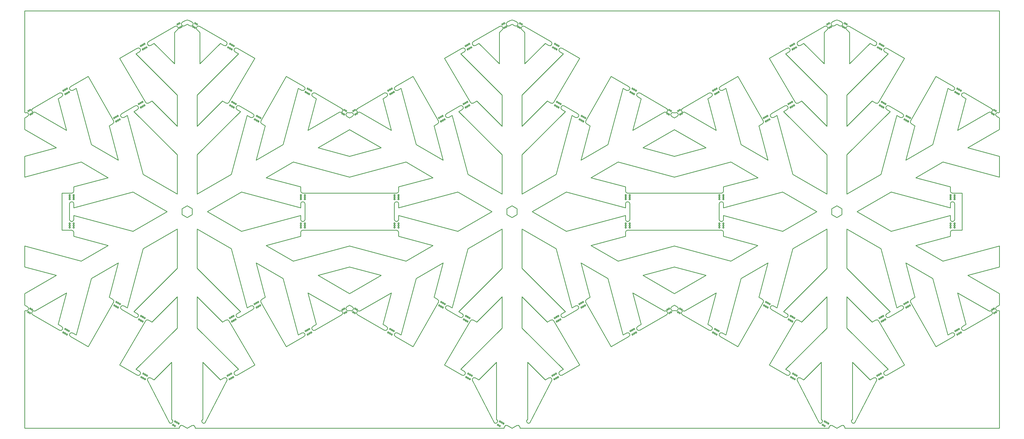
<source format=gbr>
G04 EAGLE Gerber RS-274X export*
G75*
%MOMM*%
%FSLAX34Y34*%
%LPD*%
%IN*%
%IPPOS*%
%AMOC8*
5,1,8,0,0,1.08239X$1,22.5*%
G01*
%ADD10C,0.254000*%


D10*
X-608426Y-812450D02*
X-29292Y-812450D01*
X-29292Y-808697D01*
X-28260Y-805312D01*
X-23512Y-801668D01*
X-17579Y-802450D01*
X0Y-812450D01*
X17579Y-802450D01*
X23512Y-801668D01*
X28260Y-805312D01*
X29291Y-808697D01*
X29291Y-812450D01*
X1187386Y-812450D01*
X1187386Y-808697D01*
X1188418Y-805312D01*
X1193166Y-801668D01*
X1199099Y-802450D01*
X1216678Y-812450D01*
X1234257Y-802450D01*
X1240190Y-801668D01*
X1244938Y-805312D01*
X1245969Y-808697D01*
X1245969Y-812450D01*
X2404064Y-812450D01*
X2404064Y-808697D01*
X2405096Y-805312D01*
X2409844Y-801668D01*
X2415777Y-802450D01*
X2433356Y-812450D01*
X2450935Y-802450D01*
X2456868Y-801668D01*
X2461616Y-805312D01*
X2462647Y-808697D01*
X2462647Y-812450D01*
X3041762Y-812450D01*
X3041762Y-372024D01*
X3039522Y-370950D01*
X3033452Y-371750D01*
X3028594Y-368022D01*
X3027795Y-361952D01*
X3031522Y-357094D01*
X3041673Y-351229D01*
X3041762Y-307814D01*
X2923325Y-239433D01*
X3041762Y-207698D01*
X3041762Y-129284D01*
X2830562Y-185877D01*
X2729247Y-127383D01*
X2858130Y-92849D01*
X2858132Y-77639D01*
X2860475Y-71982D01*
X2866132Y-69639D01*
X2901974Y-69388D01*
X2901974Y69039D01*
X2866113Y69290D01*
X2860456Y71633D01*
X2858113Y77290D01*
X2858119Y92507D01*
X2729230Y127044D01*
X2830543Y185537D01*
X3041760Y128941D01*
X3041760Y207354D01*
X2923307Y239094D01*
X3041762Y307484D01*
X3041673Y351215D01*
X3031522Y357080D01*
X3027795Y361938D01*
X3028594Y368008D01*
X3033452Y371736D01*
X3039522Y370937D01*
X3041762Y372010D01*
X3041762Y752449D01*
X-608426Y752449D01*
X-608426Y371182D01*
X-606186Y370937D01*
X-600116Y371736D01*
X-595258Y368008D01*
X-594459Y361938D01*
X-598186Y357080D01*
X-608337Y351215D01*
X-608426Y307484D01*
X-489971Y239094D01*
X-608424Y207354D01*
X-608424Y128941D01*
X-397207Y185537D01*
X-295894Y127044D01*
X-424783Y92507D01*
X-424777Y77290D01*
X-427120Y71633D01*
X-432777Y69290D01*
X-468638Y69039D01*
X-468638Y-69388D01*
X-432796Y-69639D01*
X-427139Y-71982D01*
X-424796Y-77639D01*
X-424794Y-92849D01*
X-295911Y-127383D01*
X-397226Y-185877D01*
X-608426Y-129284D01*
X-608426Y-207698D01*
X-489989Y-239433D01*
X-608426Y-307814D01*
X-608337Y-351229D01*
X-598186Y-357094D01*
X-594459Y-361952D01*
X-595258Y-368022D01*
X-600116Y-371750D01*
X-606186Y-370950D01*
X-608426Y-372024D01*
X-608426Y-812450D01*
X2284161Y632066D02*
X2284960Y625996D01*
X2289818Y622268D01*
X2295889Y623067D01*
X2309051Y630671D01*
X2385753Y553969D01*
X2385745Y670729D01*
X2399473Y685586D01*
X2398674Y691657D01*
X2393816Y695384D01*
X2387745Y694585D01*
X2287889Y636924D01*
X2284161Y632066D01*
X452007Y-304704D02*
X483745Y-423157D01*
X470581Y-430763D01*
X466854Y-435621D01*
X467653Y-441691D01*
X472511Y-445418D01*
X478581Y-444619D01*
X578470Y-386950D01*
X582197Y-382093D01*
X581398Y-376022D01*
X576540Y-372295D01*
X570470Y-373094D01*
X570462Y-373094D01*
X452007Y-304704D01*
X37599Y-436869D02*
X192210Y-591477D01*
X179033Y-599081D01*
X175306Y-603939D01*
X176105Y-610009D01*
X180962Y-613737D01*
X187033Y-612937D01*
X253024Y-574837D01*
X156049Y-409555D01*
X151192Y-405827D01*
X145121Y-406627D01*
X131948Y-414230D01*
X37599Y-319881D01*
X37599Y-436869D01*
X1992544Y-29639D02*
X1994887Y-35296D01*
X2000544Y-37639D01*
X2006201Y-35296D01*
X2008544Y-29639D01*
X2008545Y-14434D01*
X2230192Y-73826D01*
X2357777Y-165D01*
X2230210Y73487D01*
X2008557Y14093D01*
X2008563Y29290D01*
X2006220Y34947D01*
X2000563Y37290D01*
X1994906Y34947D01*
X1992563Y29290D01*
X1992544Y-29639D01*
X1474588Y192640D02*
X1575901Y251133D01*
X1632496Y462350D01*
X1645670Y454749D01*
X1651741Y453950D01*
X1656599Y457677D01*
X1657398Y463748D01*
X1653670Y468606D01*
X1587679Y506706D01*
X1493013Y340061D01*
X1492214Y333990D01*
X1495941Y329133D01*
X1509123Y321529D01*
X1474588Y192640D01*
X54565Y-783740D02*
X55346Y-789673D01*
X60094Y-793316D01*
X66027Y-792535D01*
X149191Y-632080D01*
X148392Y-626009D01*
X143534Y-622282D01*
X137464Y-623081D01*
X124301Y-630685D01*
X58300Y-564650D01*
X58208Y-778992D01*
X54565Y-783740D01*
X2470939Y-212767D02*
X2633197Y-375023D01*
X2620030Y-382627D01*
X2616303Y-387484D01*
X2617102Y-393555D01*
X2621959Y-397282D01*
X2628030Y-396483D01*
X2679053Y-367003D01*
X2682781Y-362145D01*
X2681981Y-356075D01*
X2677124Y-352347D01*
X2671053Y-353147D01*
X2657896Y-360750D01*
X2598505Y-139096D01*
X2470939Y-65445D01*
X2470939Y-212767D01*
X2470939Y-436869D02*
X2625550Y-591477D01*
X2612373Y-599081D01*
X2608645Y-603939D01*
X2609445Y-610009D01*
X2614302Y-613737D01*
X2620373Y-612937D01*
X2686364Y-574837D01*
X2589389Y-409555D01*
X2584531Y-405827D01*
X2578461Y-406627D01*
X2565288Y-414230D01*
X2470939Y-319881D01*
X2470939Y-436869D01*
X967214Y-362145D02*
X970941Y-367003D01*
X1021965Y-396483D01*
X1028035Y-397282D01*
X1032893Y-393555D01*
X1033692Y-387484D01*
X1029965Y-382627D01*
X1016798Y-375023D01*
X1179056Y-212767D01*
X1179056Y-65445D01*
X1051489Y-139096D01*
X992099Y-360750D01*
X978941Y-353147D01*
X972871Y-352347D01*
X968013Y-356075D01*
X967214Y-362145D01*
X33879Y685586D02*
X47607Y670729D01*
X47599Y553969D01*
X124301Y630671D01*
X137464Y623067D01*
X143534Y622268D01*
X148392Y625996D01*
X149191Y632066D01*
X145464Y636924D01*
X45607Y694585D01*
X39536Y695384D01*
X34679Y691657D01*
X33879Y685586D01*
X-582201Y382079D02*
X-581402Y376008D01*
X-576544Y372281D01*
X-570473Y373080D01*
X-570465Y373080D01*
X-452010Y304690D01*
X-483749Y423144D01*
X-470585Y430749D01*
X-466858Y435607D01*
X-467657Y441677D01*
X-472514Y445405D01*
X-478585Y444606D01*
X-578473Y386937D01*
X-582201Y382079D01*
X2691269Y-192653D02*
X2725804Y-321543D01*
X2712623Y-329147D01*
X2708895Y-334004D01*
X2709694Y-340075D01*
X2804361Y-506719D01*
X2870352Y-468619D01*
X2874079Y-463762D01*
X2873280Y-457691D01*
X2868422Y-453964D01*
X2862352Y-454763D01*
X2849177Y-462364D01*
X2792583Y-251147D01*
X2691269Y-192653D01*
X634458Y382079D02*
X635257Y376008D01*
X640115Y372281D01*
X646185Y373080D01*
X646193Y373080D01*
X764648Y304690D01*
X732909Y423144D01*
X746073Y430749D01*
X749801Y435607D01*
X749002Y441677D01*
X744144Y445405D01*
X738073Y444606D01*
X638185Y386937D01*
X634458Y382079D01*
X452007Y304690D02*
X570462Y373080D01*
X570470Y373080D01*
X576540Y372281D01*
X581398Y376008D01*
X582197Y382079D01*
X578470Y386937D01*
X478581Y444606D01*
X472511Y445405D01*
X467653Y441677D01*
X466854Y435607D01*
X470581Y430749D01*
X483745Y423144D01*
X452007Y304690D01*
X1992597Y-463762D02*
X1996324Y-468619D01*
X2062315Y-506719D01*
X2156982Y-340075D01*
X2157781Y-334004D01*
X2154053Y-329147D01*
X2140871Y-321543D01*
X2175407Y-192653D01*
X2074093Y-251147D01*
X2017498Y-462364D01*
X2004324Y-454763D01*
X1998253Y-453964D01*
X1993396Y-457691D01*
X1992597Y-463762D01*
X1811113Y361938D02*
X1814841Y357080D01*
X1824992Y351215D01*
X1835143Y357080D01*
X1838870Y361938D01*
X1838071Y368008D01*
X1833213Y371736D01*
X1827143Y370937D01*
X1822841Y370937D01*
X1816770Y371736D01*
X1811913Y368008D01*
X1811113Y361938D01*
X1254257Y-436869D02*
X1408868Y-591477D01*
X1395691Y-599081D01*
X1391964Y-603939D01*
X1392763Y-610009D01*
X1397621Y-613737D01*
X1403691Y-612937D01*
X1469683Y-574837D01*
X1372708Y-409555D01*
X1367850Y-405827D01*
X1361779Y-406627D01*
X1348606Y-414230D01*
X1254258Y-319881D01*
X1254257Y-436869D01*
X2183895Y362132D02*
X2184694Y356061D01*
X2189552Y352334D01*
X2195623Y353133D01*
X2208780Y360736D01*
X2268170Y139082D01*
X2395737Y65432D01*
X2395737Y212753D01*
X2233479Y375009D01*
X2246646Y382613D01*
X2250373Y387471D01*
X2249574Y393541D01*
X2244716Y397269D01*
X2238646Y396469D01*
X2187623Y366989D01*
X2183895Y362132D01*
X2180312Y574824D02*
X2277287Y409541D01*
X2282145Y405814D01*
X2288215Y406613D01*
X2301388Y414216D01*
X2395737Y319868D01*
X2395737Y436856D01*
X2241126Y591464D01*
X2254303Y599067D01*
X2258031Y603925D01*
X2257231Y609996D01*
X2252374Y613723D01*
X2246303Y612924D01*
X2180312Y574824D01*
X1254257Y-212767D02*
X1416515Y-375023D01*
X1403349Y-382627D01*
X1399621Y-387484D01*
X1400420Y-393555D01*
X1405278Y-397282D01*
X1411349Y-396483D01*
X1462372Y-367003D01*
X1466099Y-362145D01*
X1465300Y-356075D01*
X1460443Y-352347D01*
X1454372Y-353147D01*
X1441214Y-360750D01*
X1381824Y-139096D01*
X1254257Y-65445D01*
X1254257Y-212767D01*
X37599Y65432D02*
X165166Y139082D01*
X224556Y360736D01*
X237714Y353133D01*
X243784Y352334D01*
X248642Y356061D01*
X249441Y362132D01*
X245714Y366989D01*
X194690Y396469D01*
X188620Y397269D01*
X183762Y393541D01*
X182963Y387471D01*
X186690Y382613D01*
X199857Y375009D01*
X37599Y212753D01*
X37599Y65432D01*
X-19071Y-10999D02*
X-21Y-21998D01*
X19029Y-10999D01*
X19029Y10999D01*
X-21Y21998D01*
X-19071Y10999D01*
X-19071Y-10999D01*
X-149195Y632066D02*
X-148396Y625996D01*
X-143538Y622268D01*
X-137467Y623067D01*
X-124305Y630671D01*
X-47603Y553969D01*
X-47611Y670729D01*
X-33883Y685586D01*
X-34682Y691657D01*
X-39540Y695384D01*
X-45611Y694585D01*
X-145467Y636924D01*
X-149195Y632066D01*
X2691269Y192640D02*
X2792583Y251133D01*
X2849177Y462350D01*
X2862352Y454749D01*
X2868422Y453950D01*
X2873280Y457677D01*
X2874079Y463748D01*
X2870352Y468606D01*
X2804361Y506706D01*
X2709694Y340061D01*
X2708895Y333990D01*
X2712623Y329133D01*
X2725804Y321529D01*
X2691269Y192640D01*
X2885346Y304690D02*
X3003801Y373080D01*
X3003809Y373080D01*
X3009880Y372281D01*
X3014738Y376008D01*
X3015537Y382079D01*
X3011809Y386937D01*
X2911921Y444606D01*
X2905850Y445405D01*
X2900993Y441677D01*
X2900194Y435607D01*
X2903921Y430749D01*
X2917085Y423144D01*
X2885346Y304690D01*
X1512566Y-127383D02*
X1613880Y-185877D01*
X1824997Y-129306D01*
X2036114Y-185877D01*
X2137428Y-127383D01*
X2008546Y-92849D01*
X2008544Y-77639D01*
X2006201Y-71982D01*
X2000544Y-69639D01*
X1649450Y-69639D01*
X1643794Y-71982D01*
X1641450Y-77639D01*
X1641449Y-92849D01*
X1512566Y-127383D01*
X-21625Y705727D02*
X-20826Y699657D01*
X-15968Y695929D01*
X-9898Y696729D01*
X-4Y702436D01*
X0Y702436D01*
X9894Y696729D01*
X15965Y695929D01*
X20822Y699657D01*
X21621Y705727D01*
X17894Y710585D01*
X7996Y716298D01*
X-3Y718438D01*
X-7999Y716298D01*
X-17898Y710585D01*
X-21625Y705727D01*
X257929Y192640D02*
X359243Y251133D01*
X415838Y462350D01*
X429012Y454749D01*
X435083Y453950D01*
X439940Y457677D01*
X440739Y463748D01*
X437012Y468606D01*
X371021Y506706D01*
X276355Y340061D01*
X275555Y333990D01*
X279283Y329133D01*
X292465Y321529D01*
X257929Y192640D01*
X1992597Y463748D02*
X1993396Y457677D01*
X1998253Y453950D01*
X2004324Y454749D01*
X2017498Y462350D01*
X2074093Y251133D01*
X2175407Y192640D01*
X2140871Y321529D01*
X2154053Y329133D01*
X2157781Y333990D01*
X2156982Y340061D01*
X2062315Y506706D01*
X1996324Y468606D01*
X1992597Y463748D01*
X1474588Y-192653D02*
X1509123Y-321543D01*
X1495941Y-329147D01*
X1492214Y-334004D01*
X1493013Y-340075D01*
X1587679Y-506719D01*
X1653670Y-468619D01*
X1657398Y-463762D01*
X1656599Y-457691D01*
X1651741Y-453964D01*
X1645670Y-454763D01*
X1632496Y-462364D01*
X1575901Y-251147D01*
X1474588Y-192653D01*
X775915Y-463762D02*
X779643Y-468619D01*
X845634Y-506719D01*
X940300Y-340075D01*
X941099Y-334004D01*
X937372Y-329147D01*
X924190Y-321543D01*
X958725Y-192653D01*
X857412Y-251147D01*
X800817Y-462364D01*
X787643Y-454763D01*
X781572Y-453964D01*
X776715Y-457691D01*
X775915Y-463762D01*
X2180312Y-574837D02*
X2246303Y-612937D01*
X2252374Y-613737D01*
X2257231Y-610009D01*
X2258031Y-603939D01*
X2254303Y-599081D01*
X2241126Y-591477D01*
X2395737Y-436869D01*
X2395737Y-319881D01*
X2301388Y-414230D01*
X2288215Y-406627D01*
X2282145Y-405827D01*
X2277287Y-409555D01*
X2180312Y-574837D01*
X963631Y-574837D02*
X1029622Y-612937D01*
X1035692Y-613737D01*
X1040550Y-610009D01*
X1041349Y-603939D01*
X1037622Y-599081D01*
X1024445Y-591477D01*
X1179056Y-436869D01*
X1179056Y-319881D01*
X1084707Y-414230D01*
X1071534Y-406627D01*
X1065463Y-405827D01*
X1060606Y-409555D01*
X963631Y-574837D01*
X2885346Y-304704D02*
X2917085Y-423157D01*
X2903921Y-430763D01*
X2900194Y-435621D01*
X2900993Y-441691D01*
X2905850Y-445418D01*
X2911921Y-444619D01*
X3011809Y-386950D01*
X3015537Y-382093D01*
X3014738Y-376022D01*
X3009880Y-372295D01*
X3003809Y-373094D01*
X3003801Y-373094D01*
X2885346Y-304704D01*
X594455Y-361952D02*
X595254Y-368022D01*
X600112Y-371750D01*
X606182Y-370950D01*
X610484Y-370950D01*
X616555Y-371750D01*
X621412Y-368022D01*
X622212Y-361952D01*
X618484Y-357094D01*
X608333Y-351229D01*
X598182Y-357094D01*
X594455Y-361952D01*
X75559Y-165D02*
X203144Y-73826D01*
X424791Y-14434D01*
X424792Y-29639D01*
X427135Y-35296D01*
X432792Y-37639D01*
X438449Y-35296D01*
X440792Y-29639D01*
X440773Y29290D01*
X438430Y34947D01*
X432773Y37290D01*
X427116Y34947D01*
X424773Y29290D01*
X424779Y14093D01*
X203126Y73487D01*
X75559Y-165D01*
X-440743Y-463762D02*
X-437016Y-468619D01*
X-371025Y-506719D01*
X-276358Y-340075D01*
X-275559Y-334004D01*
X-279286Y-329147D01*
X-292468Y-321543D01*
X-257933Y-192653D01*
X-359246Y-251147D01*
X-415841Y-462364D01*
X-429016Y-454763D01*
X-435086Y-453964D01*
X-439944Y-457691D01*
X-440743Y-463762D01*
X-253028Y574824D02*
X-156053Y409541D01*
X-151195Y405814D01*
X-145125Y406613D01*
X-131952Y414216D01*
X-37603Y319868D01*
X-37603Y436856D01*
X-192214Y591464D01*
X-179037Y599067D01*
X-175309Y603925D01*
X-176108Y609996D01*
X-180966Y613723D01*
X-187037Y612924D01*
X-253028Y574824D01*
X295890Y127044D02*
X424779Y92507D01*
X424773Y77290D01*
X427116Y71633D01*
X432773Y69290D01*
X783882Y69290D01*
X789538Y71633D01*
X791882Y77290D01*
X791876Y92507D01*
X920765Y127044D01*
X819451Y185537D01*
X608327Y128966D01*
X397203Y185537D01*
X295890Y127044D01*
X1197607Y-10999D02*
X1216657Y-21998D01*
X1235707Y-10999D01*
X1235707Y10999D01*
X1216657Y21998D01*
X1197607Y10999D01*
X1197607Y-10999D01*
X1067483Y632066D02*
X1068282Y625996D01*
X1073140Y622268D01*
X1079211Y623067D01*
X1092373Y630671D01*
X1169075Y553969D01*
X1169067Y670729D01*
X1182795Y685586D01*
X1181996Y691657D01*
X1177138Y695384D01*
X1171067Y694585D01*
X1071211Y636924D01*
X1067483Y632066D01*
X1250557Y685586D02*
X1264285Y670729D01*
X1264277Y553969D01*
X1340979Y630671D01*
X1354142Y623067D01*
X1360212Y622268D01*
X1365070Y625996D01*
X1365869Y632066D01*
X1362142Y636924D01*
X1262285Y694585D01*
X1256214Y695384D01*
X1251357Y691657D01*
X1250557Y685586D01*
X2487921Y-783740D02*
X2488702Y-789673D01*
X2493450Y-793316D01*
X2499383Y-792535D01*
X2582547Y-632080D01*
X2581748Y-626009D01*
X2576890Y-622282D01*
X2570820Y-623081D01*
X2557657Y-630685D01*
X2491656Y-564650D01*
X2491564Y-778992D01*
X2487921Y-783740D01*
X2508899Y-165D02*
X2636484Y-73826D01*
X2858130Y-14434D01*
X2858132Y-29639D01*
X2860475Y-35296D01*
X2866132Y-37639D01*
X2871789Y-35296D01*
X2874132Y-29639D01*
X2874113Y29290D01*
X2871770Y34947D01*
X2866113Y37290D01*
X2860456Y34947D01*
X2858113Y29290D01*
X2858119Y14093D01*
X2636466Y73487D01*
X2508899Y-165D01*
X634458Y-382093D02*
X638185Y-386950D01*
X738073Y-444619D01*
X744144Y-445418D01*
X749002Y-441691D01*
X749801Y-435621D01*
X746073Y-430763D01*
X732909Y-423157D01*
X764648Y-304704D01*
X646193Y-373094D01*
X646185Y-373094D01*
X640115Y-372295D01*
X635257Y-376022D01*
X634458Y-382093D01*
X1195033Y705727D02*
X1195832Y699657D01*
X1200690Y695929D01*
X1206761Y696729D01*
X1216654Y702436D01*
X1216659Y702436D01*
X1226552Y696729D01*
X1232623Y695929D01*
X1237481Y699657D01*
X1238280Y705727D01*
X1234552Y710585D01*
X1224654Y716298D01*
X1216655Y718438D01*
X1208659Y716298D01*
X1198761Y710585D01*
X1195033Y705727D01*
X1668665Y304690D02*
X1787120Y373080D01*
X1787128Y373080D01*
X1793199Y372281D01*
X1798056Y376008D01*
X1798855Y382079D01*
X1795128Y386937D01*
X1695240Y444606D01*
X1689169Y445405D01*
X1684311Y441677D01*
X1683512Y435607D01*
X1687240Y430749D01*
X1700404Y423144D01*
X1668665Y304690D01*
X1512548Y127044D02*
X1641438Y92507D01*
X1641432Y77290D01*
X1643775Y71633D01*
X1649432Y69290D01*
X2000563Y69290D01*
X2006220Y71633D01*
X2008563Y77290D01*
X2008557Y92507D01*
X2137446Y127044D01*
X2036133Y185537D01*
X1824997Y128963D01*
X1613862Y185537D01*
X1512548Y127044D01*
X1254257Y65432D02*
X1381824Y139082D01*
X1441214Y360736D01*
X1454372Y353133D01*
X1460443Y352334D01*
X1465300Y356061D01*
X1466099Y362132D01*
X1462372Y366989D01*
X1411349Y396469D01*
X1405278Y397269D01*
X1400420Y393541D01*
X1399621Y387471D01*
X1403349Y382613D01*
X1416515Y375009D01*
X1254257Y212753D01*
X1254257Y65432D01*
X1254257Y436856D02*
X1254258Y319868D01*
X1348606Y414216D01*
X1361779Y406613D01*
X1367850Y405814D01*
X1372708Y409541D01*
X1469683Y574824D01*
X1403691Y612924D01*
X1397621Y613723D01*
X1392763Y609996D01*
X1391964Y603925D01*
X1395691Y599067D01*
X1408868Y591464D01*
X1254257Y436856D01*
X-440743Y463748D02*
X-439944Y457677D01*
X-435086Y453950D01*
X-429016Y454749D01*
X-415841Y462350D01*
X-359246Y251133D01*
X-257933Y192640D01*
X-292468Y321529D01*
X-279286Y329133D01*
X-275559Y333990D01*
X-276358Y340061D01*
X-371025Y506706D01*
X-437016Y468606D01*
X-440743Y463748D01*
X-249445Y-362145D02*
X-245717Y-367003D01*
X-194694Y-396483D01*
X-188623Y-397282D01*
X-183766Y-393555D01*
X-182966Y-387484D01*
X-186694Y-382627D01*
X-199861Y-375023D01*
X-37603Y-212767D01*
X-37603Y-65445D01*
X-165169Y-139096D01*
X-224560Y-360750D01*
X-237717Y-353147D01*
X-243788Y-352347D01*
X-248645Y-356075D01*
X-249445Y-362145D01*
X-253028Y-574837D02*
X-187037Y-612937D01*
X-180966Y-613737D01*
X-176108Y-610009D01*
X-175309Y-603939D01*
X-179037Y-599081D01*
X-192214Y-591477D01*
X-37603Y-436869D01*
X-37603Y-319881D01*
X-131952Y-414230D01*
X-145125Y-406627D01*
X-151195Y-405827D01*
X-156053Y-409555D01*
X-253028Y-574837D01*
X37599Y-212767D02*
X199857Y-375023D01*
X186690Y-382627D01*
X182963Y-387484D01*
X183762Y-393555D01*
X188620Y-397282D01*
X194690Y-396483D01*
X245714Y-367003D01*
X249441Y-362145D01*
X248642Y-356075D01*
X243784Y-352347D01*
X237714Y-353147D01*
X224556Y-360750D01*
X165166Y-139096D01*
X37599Y-65445D01*
X37599Y-212767D01*
X2284161Y-632080D02*
X2367328Y-792535D01*
X2373262Y-793316D01*
X2378010Y-789673D01*
X2378791Y-783740D01*
X2375148Y-778992D01*
X2375156Y-564650D01*
X2309051Y-630685D01*
X2295889Y-623081D01*
X2289818Y-622282D01*
X2284960Y-626009D01*
X2284161Y-632080D01*
X2411715Y705727D02*
X2412514Y699657D01*
X2417371Y695929D01*
X2423442Y696729D01*
X2433336Y702436D01*
X2433340Y702436D01*
X2443234Y696729D01*
X2449304Y695929D01*
X2454162Y699657D01*
X2454961Y705727D01*
X2451234Y710585D01*
X2441336Y716298D01*
X2433336Y718438D01*
X2425340Y716298D01*
X2415442Y710585D01*
X2411715Y705727D01*
X257929Y-192653D02*
X292465Y-321543D01*
X279283Y-329147D01*
X275555Y-334004D01*
X276355Y-340075D01*
X371021Y-506719D01*
X437012Y-468619D01*
X440739Y-463762D01*
X439940Y-457691D01*
X435083Y-453964D01*
X429012Y-454763D01*
X415838Y-462364D01*
X359243Y-251147D01*
X257929Y-192653D01*
X1851139Y382079D02*
X1851938Y376008D01*
X1856796Y372281D01*
X1862866Y373080D01*
X1862874Y373080D01*
X1981330Y304690D01*
X1949591Y423144D01*
X1962755Y430749D01*
X1966482Y435607D01*
X1965683Y441677D01*
X1960825Y445405D01*
X1954755Y444606D01*
X1854866Y386937D01*
X1851139Y382079D01*
X295908Y-127383D02*
X397222Y-185877D01*
X608327Y-129309D01*
X819433Y-185877D01*
X920747Y-127383D01*
X791864Y-92849D01*
X791863Y-77639D01*
X789520Y-71982D01*
X783863Y-69639D01*
X432792Y-69639D01*
X427135Y-71982D01*
X424792Y-77639D01*
X424790Y-92849D01*
X295908Y-127383D01*
X37599Y319868D02*
X131948Y414216D01*
X145121Y406613D01*
X151192Y405814D01*
X156049Y409541D01*
X253024Y574824D01*
X187033Y612924D01*
X180962Y613723D01*
X176105Y609996D01*
X175306Y603925D01*
X179033Y599067D01*
X192210Y591464D01*
X37599Y436856D01*
X37599Y319868D01*
X2183895Y-362145D02*
X2187623Y-367003D01*
X2238646Y-396483D01*
X2244716Y-397282D01*
X2249574Y-393555D01*
X2250373Y-387484D01*
X2246646Y-382627D01*
X2233479Y-375023D01*
X2395737Y-212767D01*
X2395737Y-65445D01*
X2268170Y-139096D01*
X2208780Y-360750D01*
X2195623Y-353147D01*
X2189552Y-352347D01*
X2184694Y-356075D01*
X2183895Y-362145D01*
X2470939Y65432D02*
X2598505Y139082D01*
X2657896Y360736D01*
X2671053Y353133D01*
X2677124Y352334D01*
X2681981Y356061D01*
X2682781Y362132D01*
X2679053Y366989D01*
X2628030Y396469D01*
X2621959Y397269D01*
X2617102Y393541D01*
X2616303Y387471D01*
X2620030Y382613D01*
X2633197Y375009D01*
X2470939Y212753D01*
X2470939Y65432D01*
X489985Y-239433D02*
X608327Y-307759D01*
X726669Y-239433D01*
X608327Y-207724D01*
X489985Y-239433D01*
X1271243Y-783740D02*
X1272024Y-789673D01*
X1276772Y-793316D01*
X1282705Y-792535D01*
X1365869Y-632080D01*
X1365070Y-626009D01*
X1360212Y-622282D01*
X1354142Y-623081D01*
X1340979Y-630685D01*
X1274978Y-564650D01*
X1274886Y-778992D01*
X1271243Y-783740D01*
X-582201Y-382093D02*
X-578473Y-386950D01*
X-478585Y-444619D01*
X-472514Y-445418D01*
X-467657Y-441691D01*
X-466858Y-435621D01*
X-470585Y-430763D01*
X-483749Y-423157D01*
X-452010Y-304704D01*
X-570465Y-373094D01*
X-570473Y-373094D01*
X-576544Y-372295D01*
X-581402Y-376022D01*
X-582201Y-382093D01*
X1811113Y-361952D02*
X1811913Y-368022D01*
X1816770Y-371750D01*
X1822841Y-370950D01*
X1827166Y-370950D01*
X1833236Y-371750D01*
X1838094Y-368022D01*
X1838893Y-361952D01*
X1835166Y-357094D01*
X1824992Y-351229D01*
X1814841Y-357094D01*
X1811113Y-361952D01*
X489967Y239094D02*
X608328Y207379D01*
X726688Y239094D01*
X608327Y307430D01*
X489967Y239094D01*
X775915Y463748D02*
X776715Y457677D01*
X781572Y453950D01*
X787643Y454749D01*
X800817Y462350D01*
X857412Y251133D01*
X958725Y192640D01*
X924190Y321529D01*
X937372Y329133D01*
X941099Y333990D01*
X940300Y340061D01*
X845634Y506706D01*
X779643Y468606D01*
X775915Y463748D01*
X2470939Y319868D02*
X2565288Y414216D01*
X2578461Y406613D01*
X2584531Y405814D01*
X2589389Y409541D01*
X2686364Y574824D01*
X2620373Y612924D01*
X2614302Y613723D01*
X2609445Y609996D01*
X2608645Y603925D01*
X2612373Y599067D01*
X2625550Y591464D01*
X2470939Y436856D01*
X2470939Y319868D01*
X963631Y574824D02*
X1060606Y409541D01*
X1065463Y405814D01*
X1071534Y406613D01*
X1084707Y414216D01*
X1179056Y319868D01*
X1179056Y436856D01*
X1024445Y591464D01*
X1037622Y599067D01*
X1041349Y603925D01*
X1040550Y609996D01*
X1035692Y613723D01*
X1029622Y612924D01*
X963631Y574824D01*
X1668665Y-304704D02*
X1700404Y-423157D01*
X1687240Y-430763D01*
X1683512Y-435621D01*
X1684311Y-441691D01*
X1689169Y-445418D01*
X1695240Y-444619D01*
X1795128Y-386950D01*
X1798855Y-382093D01*
X1798056Y-376022D01*
X1793199Y-372295D01*
X1787128Y-373094D01*
X1787120Y-373094D01*
X1668665Y-304704D01*
X967214Y362132D02*
X968013Y356061D01*
X972871Y352334D01*
X978941Y353133D01*
X992099Y360736D01*
X1051489Y139082D01*
X1179056Y65432D01*
X1179056Y212753D01*
X1016798Y375009D01*
X1029965Y382613D01*
X1033692Y387471D01*
X1032893Y393541D01*
X1028035Y397269D01*
X1021965Y396469D01*
X970941Y366989D01*
X967214Y362132D01*
X-249445Y362132D02*
X-248645Y356061D01*
X-243788Y352334D01*
X-237717Y353133D01*
X-224560Y360736D01*
X-165169Y139082D01*
X-37603Y65432D01*
X-37603Y212753D01*
X-199861Y375009D01*
X-186694Y382613D01*
X-182966Y387471D01*
X-183766Y393541D01*
X-188623Y397269D01*
X-194694Y396469D01*
X-245717Y366989D01*
X-249445Y362132D01*
X-440796Y-29639D02*
X-438453Y-35296D01*
X-432796Y-37639D01*
X-427139Y-35296D01*
X-424796Y-29639D01*
X-424794Y-14434D01*
X-203148Y-73826D01*
X-75563Y-165D01*
X-203130Y73487D01*
X-424783Y14093D01*
X-424777Y29290D01*
X-427120Y34947D01*
X-432777Y37290D01*
X-438434Y34947D01*
X-440777Y29290D01*
X-440796Y-29639D01*
X1706644Y-239433D02*
X1824997Y-307765D01*
X1943351Y-239433D01*
X1824997Y-207721D01*
X1706644Y-239433D01*
X1706625Y239094D02*
X1824997Y207376D01*
X1943369Y239094D01*
X1824997Y307436D01*
X1706625Y239094D01*
X2467235Y685586D02*
X2480963Y670729D01*
X2480955Y553969D01*
X2557657Y630671D01*
X2570820Y623067D01*
X2576890Y622268D01*
X2581748Y625996D01*
X2582547Y632066D01*
X2578820Y636924D01*
X2478963Y694585D01*
X2472892Y695384D01*
X2468035Y691657D01*
X2467235Y685586D01*
X1067483Y-632080D02*
X1150650Y-792535D01*
X1156584Y-793316D01*
X1161332Y-789673D01*
X1162113Y-783740D01*
X1158470Y-778992D01*
X1158478Y-564650D01*
X1092373Y-630685D01*
X1079211Y-623081D01*
X1073140Y-622282D01*
X1068282Y-626009D01*
X1067483Y-632080D01*
X-149195Y-632080D02*
X-66028Y-792535D01*
X-60094Y-793316D01*
X-55346Y-789673D01*
X-54565Y-783740D01*
X-58208Y-778992D01*
X-58200Y-564650D01*
X-124305Y-630685D01*
X-137467Y-623081D01*
X-143538Y-622282D01*
X-148396Y-626009D01*
X-149195Y-632080D01*
X1292218Y-165D02*
X1419802Y-73826D01*
X1641449Y-14434D01*
X1641450Y-29639D01*
X1643794Y-35296D01*
X1649450Y-37639D01*
X1655107Y-35296D01*
X1657450Y-29639D01*
X1657432Y29290D01*
X1655088Y34947D01*
X1649432Y37290D01*
X1643775Y34947D01*
X1641432Y29290D01*
X1641438Y14093D01*
X1419785Y73487D01*
X1292218Y-165D01*
X775863Y-29639D02*
X778206Y-35296D01*
X783863Y-37639D01*
X789520Y-35296D01*
X791863Y-29639D01*
X791864Y-14434D01*
X1013511Y-73826D01*
X1141095Y-165D01*
X1013529Y73487D01*
X791875Y14093D01*
X791882Y29290D01*
X789538Y34947D01*
X783882Y37290D01*
X778225Y34947D01*
X775882Y29290D01*
X775863Y-29639D01*
X1851139Y-382093D02*
X1854866Y-386950D01*
X1954755Y-444619D01*
X1960825Y-445418D01*
X1965683Y-441691D01*
X1966482Y-435621D01*
X1962755Y-430763D01*
X1949591Y-423157D01*
X1981330Y-304704D01*
X1862874Y-373094D01*
X1862866Y-373094D01*
X1856796Y-372295D01*
X1851938Y-376022D01*
X1851139Y-382093D01*
X594455Y361938D02*
X598182Y357080D01*
X608333Y351215D01*
X618472Y357080D01*
X622200Y361938D01*
X621400Y368008D01*
X616543Y371736D01*
X610472Y370937D01*
X606182Y370937D01*
X600112Y371736D01*
X595254Y368008D01*
X594455Y361938D01*
X2414284Y-10999D02*
X2433334Y-21998D01*
X2452384Y-10999D01*
X2452384Y10999D01*
X2433334Y21998D01*
X2414284Y10999D01*
X2414284Y-10999D01*
X-44086Y-803712D02*
X-44147Y-804101D01*
X-44269Y-804475D01*
X-44448Y-804826D01*
X-44679Y-805144D01*
X-44957Y-805423D01*
X-45276Y-805654D01*
X-45626Y-805832D01*
X-46001Y-805954D01*
X-46389Y-806016D01*
X-46783Y-806016D01*
X-47171Y-805954D01*
X-47546Y-805832D01*
X-47896Y-805654D01*
X-48215Y-805423D01*
X-48493Y-805144D01*
X-48724Y-804826D01*
X-48903Y-804475D01*
X-49024Y-804101D01*
X-49086Y-803712D01*
X-49086Y-803319D01*
X-49024Y-802930D01*
X-48903Y-802556D01*
X-48724Y-802205D01*
X-48493Y-801887D01*
X-48215Y-801609D01*
X-47896Y-801377D01*
X-47546Y-801199D01*
X-47171Y-801077D01*
X-46783Y-801016D01*
X-46389Y-801016D01*
X-46001Y-801077D01*
X-45626Y-801199D01*
X-45276Y-801377D01*
X-44957Y-801609D01*
X-44679Y-801887D01*
X-44448Y-802205D01*
X-44269Y-802556D01*
X-44147Y-802930D01*
X-44086Y-803319D01*
X-44086Y-803712D01*
X-50581Y-799962D02*
X-50643Y-800351D01*
X-50764Y-800725D01*
X-50943Y-801076D01*
X-51174Y-801394D01*
X-51452Y-801673D01*
X-51771Y-801904D01*
X-52121Y-802082D01*
X-52496Y-802204D01*
X-52884Y-802266D01*
X-53278Y-802266D01*
X-53667Y-802204D01*
X-54041Y-802082D01*
X-54391Y-801904D01*
X-54710Y-801673D01*
X-54988Y-801394D01*
X-55219Y-801076D01*
X-55398Y-800725D01*
X-55520Y-800351D01*
X-55581Y-799962D01*
X-55581Y-799569D01*
X-55520Y-799180D01*
X-55398Y-798806D01*
X-55219Y-798455D01*
X-54988Y-798137D01*
X-54710Y-797859D01*
X-54391Y-797627D01*
X-54041Y-797449D01*
X-53667Y-797327D01*
X-53278Y-797266D01*
X-52884Y-797266D01*
X-52496Y-797327D01*
X-52121Y-797449D01*
X-51771Y-797627D01*
X-51452Y-797859D01*
X-51174Y-798137D01*
X-50943Y-798455D01*
X-50764Y-798806D01*
X-50643Y-799180D01*
X-50581Y-799569D01*
X-50581Y-799962D01*
X-30091Y-794472D02*
X-30152Y-794861D01*
X-30274Y-795235D01*
X-30453Y-795585D01*
X-30684Y-795904D01*
X-30962Y-796182D01*
X-31280Y-796413D01*
X-31631Y-796592D01*
X-32005Y-796714D01*
X-32394Y-796775D01*
X-32787Y-796775D01*
X-33176Y-796714D01*
X-33550Y-796592D01*
X-33901Y-796413D01*
X-34219Y-796182D01*
X-34498Y-795904D01*
X-34729Y-795585D01*
X-34908Y-795235D01*
X-35029Y-794861D01*
X-35091Y-794472D01*
X-35091Y-794078D01*
X-35029Y-793690D01*
X-34908Y-793316D01*
X-34729Y-792965D01*
X-34498Y-792647D01*
X-34219Y-792368D01*
X-33901Y-792137D01*
X-33550Y-791958D01*
X-33176Y-791837D01*
X-32787Y-791775D01*
X-32394Y-791775D01*
X-32005Y-791837D01*
X-31631Y-791958D01*
X-31280Y-792137D01*
X-30962Y-792368D01*
X-30684Y-792647D01*
X-30453Y-792965D01*
X-30274Y-793316D01*
X-30152Y-793690D01*
X-30091Y-794078D01*
X-30091Y-794472D01*
X-36586Y-790722D02*
X-36647Y-791111D01*
X-36769Y-791485D01*
X-36948Y-791836D01*
X-37179Y-792154D01*
X-37457Y-792432D01*
X-37776Y-792663D01*
X-38126Y-792842D01*
X-38500Y-792964D01*
X-38889Y-793025D01*
X-39283Y-793025D01*
X-39671Y-792964D01*
X-40046Y-792842D01*
X-40396Y-792663D01*
X-40715Y-792432D01*
X-40993Y-792154D01*
X-41224Y-791836D01*
X-41403Y-791485D01*
X-41524Y-791111D01*
X-41586Y-790722D01*
X-41586Y-790328D01*
X-41524Y-789940D01*
X-41403Y-789566D01*
X-41224Y-789215D01*
X-40993Y-788897D01*
X-40715Y-788618D01*
X-40396Y-788387D01*
X-40046Y-788208D01*
X-39671Y-788087D01*
X-39283Y-788025D01*
X-38889Y-788025D01*
X-38500Y-788087D01*
X-38126Y-788208D01*
X-37776Y-788387D01*
X-37457Y-788618D01*
X-37179Y-788897D01*
X-36948Y-789215D01*
X-36769Y-789566D01*
X-36647Y-789940D01*
X-36586Y-790328D01*
X-36586Y-790722D01*
X-43081Y-786972D02*
X-43143Y-787361D01*
X-43264Y-787735D01*
X-43443Y-788086D01*
X-43674Y-788404D01*
X-43952Y-788682D01*
X-44271Y-788913D01*
X-44621Y-789092D01*
X-44996Y-789214D01*
X-45384Y-789275D01*
X-45778Y-789275D01*
X-46166Y-789214D01*
X-46541Y-789092D01*
X-46891Y-788913D01*
X-47210Y-788682D01*
X-47488Y-788404D01*
X-47719Y-788086D01*
X-47898Y-787735D01*
X-48020Y-787361D01*
X-48081Y-786972D01*
X-48081Y-786578D01*
X-48020Y-786190D01*
X-47898Y-785816D01*
X-47719Y-785465D01*
X-47488Y-785147D01*
X-47210Y-784868D01*
X-46891Y-784637D01*
X-46541Y-784458D01*
X-46166Y-784337D01*
X-45778Y-784275D01*
X-45384Y-784275D01*
X-44996Y-784337D01*
X-44621Y-784458D01*
X-44271Y-784637D01*
X-43952Y-784868D01*
X-43674Y-785147D01*
X-43443Y-785465D01*
X-43264Y-785816D01*
X-43143Y-786190D01*
X-43081Y-786578D01*
X-43081Y-786972D01*
X160159Y-611575D02*
X160097Y-611964D01*
X159976Y-612338D01*
X159797Y-612689D01*
X159566Y-613007D01*
X159287Y-613285D01*
X158969Y-613517D01*
X158618Y-613695D01*
X158244Y-613817D01*
X157855Y-613878D01*
X157462Y-613878D01*
X157073Y-613817D01*
X156699Y-613695D01*
X156348Y-613517D01*
X156030Y-613285D01*
X155752Y-613007D01*
X155520Y-612689D01*
X155342Y-612338D01*
X155220Y-611964D01*
X155159Y-611575D01*
X155159Y-611182D01*
X155220Y-610793D01*
X155342Y-610419D01*
X155520Y-610068D01*
X155752Y-609750D01*
X156030Y-609471D01*
X156348Y-609240D01*
X156699Y-609062D01*
X157073Y-608940D01*
X157462Y-608878D01*
X157855Y-608878D01*
X158244Y-608940D01*
X158618Y-609062D01*
X158969Y-609240D01*
X159287Y-609471D01*
X159566Y-609750D01*
X159797Y-610068D01*
X159976Y-610419D01*
X160097Y-610793D01*
X160159Y-611182D01*
X160159Y-611575D01*
X166654Y-607825D02*
X166592Y-608214D01*
X166471Y-608588D01*
X166292Y-608939D01*
X166061Y-609257D01*
X165783Y-609535D01*
X165464Y-609767D01*
X165114Y-609945D01*
X164739Y-610067D01*
X164351Y-610128D01*
X163957Y-610128D01*
X163568Y-610067D01*
X163194Y-609945D01*
X162844Y-609767D01*
X162525Y-609535D01*
X162247Y-609257D01*
X162016Y-608939D01*
X161837Y-608588D01*
X161715Y-608214D01*
X161654Y-607825D01*
X161654Y-607432D01*
X161715Y-607043D01*
X161837Y-606669D01*
X162016Y-606318D01*
X162247Y-606000D01*
X162525Y-605721D01*
X162844Y-605490D01*
X163194Y-605312D01*
X163568Y-605190D01*
X163957Y-605128D01*
X164351Y-605128D01*
X164739Y-605190D01*
X165114Y-605312D01*
X165464Y-605490D01*
X165783Y-605721D01*
X166061Y-606000D01*
X166292Y-606318D01*
X166471Y-606669D01*
X166592Y-607043D01*
X166654Y-607432D01*
X166654Y-607825D01*
X161163Y-628316D02*
X161102Y-628704D01*
X160980Y-629078D01*
X160802Y-629429D01*
X160570Y-629747D01*
X160292Y-630026D01*
X159974Y-630257D01*
X159623Y-630436D01*
X159249Y-630557D01*
X158860Y-630619D01*
X158467Y-630619D01*
X158078Y-630557D01*
X157704Y-630436D01*
X157353Y-630257D01*
X157035Y-630026D01*
X156757Y-629747D01*
X156525Y-629429D01*
X156347Y-629078D01*
X156225Y-628704D01*
X156163Y-628316D01*
X156163Y-627922D01*
X156225Y-627533D01*
X156347Y-627159D01*
X156525Y-626809D01*
X156757Y-626490D01*
X157035Y-626212D01*
X157353Y-625981D01*
X157704Y-625802D01*
X158078Y-625680D01*
X158467Y-625619D01*
X158860Y-625619D01*
X159249Y-625680D01*
X159623Y-625802D01*
X159974Y-625981D01*
X160292Y-626212D01*
X160570Y-626490D01*
X160802Y-626809D01*
X160980Y-627159D01*
X161102Y-627533D01*
X161163Y-627922D01*
X161163Y-628316D01*
X167659Y-624566D02*
X167597Y-624954D01*
X167475Y-625328D01*
X167297Y-625679D01*
X167066Y-625997D01*
X166787Y-626276D01*
X166469Y-626507D01*
X166118Y-626686D01*
X165744Y-626807D01*
X165355Y-626869D01*
X164962Y-626869D01*
X164573Y-626807D01*
X164199Y-626686D01*
X163848Y-626507D01*
X163530Y-626276D01*
X163252Y-625997D01*
X163020Y-625679D01*
X162842Y-625328D01*
X162720Y-624954D01*
X162659Y-624566D01*
X162659Y-624172D01*
X162720Y-623783D01*
X162842Y-623409D01*
X163020Y-623059D01*
X163252Y-622740D01*
X163530Y-622462D01*
X163848Y-622231D01*
X164199Y-622052D01*
X164573Y-621930D01*
X164962Y-621869D01*
X165355Y-621869D01*
X165744Y-621930D01*
X166118Y-622052D01*
X166469Y-622231D01*
X166787Y-622462D01*
X167066Y-622740D01*
X167297Y-623059D01*
X167475Y-623409D01*
X167597Y-623783D01*
X167659Y-624172D01*
X167659Y-624566D01*
X174154Y-620816D02*
X174092Y-621204D01*
X173971Y-621578D01*
X173792Y-621929D01*
X173561Y-622247D01*
X173283Y-622526D01*
X172964Y-622757D01*
X172614Y-622936D01*
X172239Y-623057D01*
X171851Y-623119D01*
X171457Y-623119D01*
X171068Y-623057D01*
X170694Y-622936D01*
X170344Y-622757D01*
X170025Y-622526D01*
X169747Y-622247D01*
X169516Y-621929D01*
X169337Y-621578D01*
X169215Y-621204D01*
X169154Y-620816D01*
X169154Y-620422D01*
X169215Y-620033D01*
X169337Y-619659D01*
X169516Y-619309D01*
X169747Y-618990D01*
X170025Y-618712D01*
X170344Y-618481D01*
X170694Y-618302D01*
X171068Y-618180D01*
X171457Y-618119D01*
X171851Y-618119D01*
X172239Y-618180D01*
X172614Y-618302D01*
X172964Y-618481D01*
X173283Y-618712D01*
X173561Y-618990D01*
X173792Y-619309D01*
X173971Y-619659D01*
X174092Y-620033D01*
X174154Y-620422D01*
X174154Y-620816D01*
X153663Y-615325D02*
X153602Y-615714D01*
X153480Y-616088D01*
X153302Y-616439D01*
X153070Y-616757D01*
X152792Y-617035D01*
X152474Y-617267D01*
X152123Y-617445D01*
X151749Y-617567D01*
X151360Y-617628D01*
X150967Y-617628D01*
X150578Y-617567D01*
X150204Y-617445D01*
X149853Y-617267D01*
X149535Y-617035D01*
X149257Y-616757D01*
X149025Y-616439D01*
X148847Y-616088D01*
X148725Y-615714D01*
X148663Y-615325D01*
X148663Y-614932D01*
X148725Y-614543D01*
X148847Y-614169D01*
X149025Y-613818D01*
X149257Y-613500D01*
X149535Y-613221D01*
X149853Y-612990D01*
X150204Y-612812D01*
X150578Y-612690D01*
X150967Y-612628D01*
X151360Y-612628D01*
X151749Y-612690D01*
X152123Y-612812D01*
X152474Y-612990D01*
X152792Y-613221D01*
X153070Y-613500D01*
X153302Y-613818D01*
X153480Y-614169D01*
X153602Y-614543D01*
X153663Y-614932D01*
X153663Y-615325D01*
X168909Y-395325D02*
X168847Y-395714D01*
X168726Y-396088D01*
X168547Y-396439D01*
X168316Y-396757D01*
X168037Y-397035D01*
X167719Y-397267D01*
X167368Y-397445D01*
X166994Y-397567D01*
X166605Y-397628D01*
X166212Y-397628D01*
X165823Y-397567D01*
X165449Y-397445D01*
X165098Y-397267D01*
X164780Y-397035D01*
X164502Y-396757D01*
X164270Y-396439D01*
X164092Y-396088D01*
X163970Y-395714D01*
X163909Y-395325D01*
X163909Y-394932D01*
X163970Y-394543D01*
X164092Y-394169D01*
X164270Y-393818D01*
X164502Y-393500D01*
X164780Y-393221D01*
X165098Y-392990D01*
X165449Y-392812D01*
X165823Y-392690D01*
X166212Y-392628D01*
X166605Y-392628D01*
X166994Y-392690D01*
X167368Y-392812D01*
X167719Y-392990D01*
X168037Y-393221D01*
X168316Y-393500D01*
X168547Y-393818D01*
X168726Y-394169D01*
X168847Y-394543D01*
X168909Y-394932D01*
X168909Y-395325D01*
X175404Y-391575D02*
X175342Y-391964D01*
X175221Y-392338D01*
X175042Y-392689D01*
X174811Y-393007D01*
X174533Y-393285D01*
X174214Y-393517D01*
X173864Y-393695D01*
X173489Y-393817D01*
X173101Y-393878D01*
X172707Y-393878D01*
X172318Y-393817D01*
X171944Y-393695D01*
X171594Y-393517D01*
X171275Y-393285D01*
X170997Y-393007D01*
X170766Y-392689D01*
X170587Y-392338D01*
X170465Y-391964D01*
X170404Y-391575D01*
X170404Y-391182D01*
X170465Y-390793D01*
X170587Y-390419D01*
X170766Y-390068D01*
X170997Y-389750D01*
X171275Y-389471D01*
X171594Y-389240D01*
X171944Y-389062D01*
X172318Y-388940D01*
X172707Y-388878D01*
X173101Y-388878D01*
X173489Y-388940D01*
X173864Y-389062D01*
X174214Y-389240D01*
X174533Y-389471D01*
X174811Y-389750D01*
X175042Y-390068D01*
X175221Y-390419D01*
X175342Y-390793D01*
X175404Y-391182D01*
X175404Y-391575D01*
X169913Y-412066D02*
X169852Y-412454D01*
X169730Y-412828D01*
X169552Y-413179D01*
X169320Y-413497D01*
X169042Y-413776D01*
X168724Y-414007D01*
X168373Y-414186D01*
X167999Y-414307D01*
X167610Y-414369D01*
X167217Y-414369D01*
X166828Y-414307D01*
X166454Y-414186D01*
X166103Y-414007D01*
X165785Y-413776D01*
X165507Y-413497D01*
X165275Y-413179D01*
X165097Y-412828D01*
X164975Y-412454D01*
X164913Y-412066D01*
X164913Y-411672D01*
X164975Y-411283D01*
X165097Y-410909D01*
X165275Y-410559D01*
X165507Y-410240D01*
X165785Y-409962D01*
X166103Y-409731D01*
X166454Y-409552D01*
X166828Y-409430D01*
X167217Y-409369D01*
X167610Y-409369D01*
X167999Y-409430D01*
X168373Y-409552D01*
X168724Y-409731D01*
X169042Y-409962D01*
X169320Y-410240D01*
X169552Y-410559D01*
X169730Y-410909D01*
X169852Y-411283D01*
X169913Y-411672D01*
X169913Y-412066D01*
X176409Y-408316D02*
X176347Y-408704D01*
X176225Y-409078D01*
X176047Y-409429D01*
X175816Y-409747D01*
X175537Y-410026D01*
X175219Y-410257D01*
X174868Y-410436D01*
X174494Y-410557D01*
X174105Y-410619D01*
X173712Y-410619D01*
X173323Y-410557D01*
X172949Y-410436D01*
X172598Y-410257D01*
X172280Y-410026D01*
X172002Y-409747D01*
X171770Y-409429D01*
X171592Y-409078D01*
X171470Y-408704D01*
X171409Y-408316D01*
X171409Y-407922D01*
X171470Y-407533D01*
X171592Y-407159D01*
X171770Y-406809D01*
X172002Y-406490D01*
X172280Y-406212D01*
X172598Y-405981D01*
X172949Y-405802D01*
X173323Y-405680D01*
X173712Y-405619D01*
X174105Y-405619D01*
X174494Y-405680D01*
X174868Y-405802D01*
X175219Y-405981D01*
X175537Y-406212D01*
X175816Y-406490D01*
X176047Y-406809D01*
X176225Y-407159D01*
X176347Y-407533D01*
X176409Y-407922D01*
X176409Y-408316D01*
X182904Y-404566D02*
X182842Y-404954D01*
X182721Y-405328D01*
X182542Y-405679D01*
X182311Y-405997D01*
X182033Y-406276D01*
X181714Y-406507D01*
X181364Y-406686D01*
X180989Y-406807D01*
X180601Y-406869D01*
X180207Y-406869D01*
X179818Y-406807D01*
X179444Y-406686D01*
X179094Y-406507D01*
X178775Y-406276D01*
X178497Y-405997D01*
X178266Y-405679D01*
X178087Y-405328D01*
X177965Y-404954D01*
X177904Y-404566D01*
X177904Y-404172D01*
X177965Y-403783D01*
X178087Y-403409D01*
X178266Y-403059D01*
X178497Y-402740D01*
X178775Y-402462D01*
X179094Y-402231D01*
X179444Y-402052D01*
X179818Y-401930D01*
X180207Y-401869D01*
X180601Y-401869D01*
X180989Y-401930D01*
X181364Y-402052D01*
X181714Y-402231D01*
X182033Y-402462D01*
X182311Y-402740D01*
X182542Y-403059D01*
X182721Y-403409D01*
X182842Y-403783D01*
X182904Y-404172D01*
X182904Y-404566D01*
X162413Y-399075D02*
X162352Y-399464D01*
X162230Y-399838D01*
X162052Y-400189D01*
X161820Y-400507D01*
X161542Y-400785D01*
X161224Y-401017D01*
X160873Y-401195D01*
X160499Y-401317D01*
X160110Y-401378D01*
X159717Y-401378D01*
X159328Y-401317D01*
X158954Y-401195D01*
X158603Y-401017D01*
X158285Y-400785D01*
X158007Y-400507D01*
X157775Y-400189D01*
X157597Y-399838D01*
X157475Y-399464D01*
X157413Y-399075D01*
X157413Y-398682D01*
X157475Y-398293D01*
X157597Y-397919D01*
X157775Y-397568D01*
X158007Y-397250D01*
X158285Y-396971D01*
X158603Y-396740D01*
X158954Y-396562D01*
X159328Y-396440D01*
X159717Y-396378D01*
X160110Y-396378D01*
X160499Y-396440D01*
X160873Y-396562D01*
X161224Y-396740D01*
X161542Y-396971D01*
X161820Y-397250D01*
X162052Y-397568D01*
X162230Y-397919D01*
X162352Y-398293D01*
X162413Y-398682D01*
X162413Y-399075D01*
X261409Y-342825D02*
X261347Y-343214D01*
X261226Y-343588D01*
X261047Y-343939D01*
X260816Y-344257D01*
X260537Y-344535D01*
X260219Y-344767D01*
X259868Y-344945D01*
X259494Y-345067D01*
X259105Y-345128D01*
X258712Y-345128D01*
X258323Y-345067D01*
X257949Y-344945D01*
X257598Y-344767D01*
X257280Y-344535D01*
X257002Y-344257D01*
X256770Y-343939D01*
X256592Y-343588D01*
X256470Y-343214D01*
X256409Y-342825D01*
X256409Y-342432D01*
X256470Y-342043D01*
X256592Y-341669D01*
X256770Y-341318D01*
X257002Y-341000D01*
X257280Y-340721D01*
X257598Y-340490D01*
X257949Y-340312D01*
X258323Y-340190D01*
X258712Y-340128D01*
X259105Y-340128D01*
X259494Y-340190D01*
X259868Y-340312D01*
X260219Y-340490D01*
X260537Y-340721D01*
X260816Y-341000D01*
X261047Y-341318D01*
X261226Y-341669D01*
X261347Y-342043D01*
X261409Y-342432D01*
X261409Y-342825D01*
X267904Y-339075D02*
X267842Y-339464D01*
X267721Y-339838D01*
X267542Y-340189D01*
X267311Y-340507D01*
X267033Y-340785D01*
X266714Y-341017D01*
X266364Y-341195D01*
X265989Y-341317D01*
X265601Y-341378D01*
X265207Y-341378D01*
X264818Y-341317D01*
X264444Y-341195D01*
X264094Y-341017D01*
X263775Y-340785D01*
X263497Y-340507D01*
X263266Y-340189D01*
X263087Y-339838D01*
X262965Y-339464D01*
X262904Y-339075D01*
X262904Y-338682D01*
X262965Y-338293D01*
X263087Y-337919D01*
X263266Y-337568D01*
X263497Y-337250D01*
X263775Y-336971D01*
X264094Y-336740D01*
X264444Y-336562D01*
X264818Y-336440D01*
X265207Y-336378D01*
X265601Y-336378D01*
X265989Y-336440D01*
X266364Y-336562D01*
X266714Y-336740D01*
X267033Y-336971D01*
X267311Y-337250D01*
X267542Y-337568D01*
X267721Y-337919D01*
X267842Y-338293D01*
X267904Y-338682D01*
X267904Y-339075D01*
X262413Y-359566D02*
X262352Y-359954D01*
X262230Y-360328D01*
X262052Y-360679D01*
X261820Y-360997D01*
X261542Y-361276D01*
X261224Y-361507D01*
X260873Y-361686D01*
X260499Y-361807D01*
X260110Y-361869D01*
X259717Y-361869D01*
X259328Y-361807D01*
X258954Y-361686D01*
X258603Y-361507D01*
X258285Y-361276D01*
X258007Y-360997D01*
X257775Y-360679D01*
X257597Y-360328D01*
X257475Y-359954D01*
X257413Y-359566D01*
X257413Y-359172D01*
X257475Y-358783D01*
X257597Y-358409D01*
X257775Y-358059D01*
X258007Y-357740D01*
X258285Y-357462D01*
X258603Y-357231D01*
X258954Y-357052D01*
X259328Y-356930D01*
X259717Y-356869D01*
X260110Y-356869D01*
X260499Y-356930D01*
X260873Y-357052D01*
X261224Y-357231D01*
X261542Y-357462D01*
X261820Y-357740D01*
X262052Y-358059D01*
X262230Y-358409D01*
X262352Y-358783D01*
X262413Y-359172D01*
X262413Y-359566D01*
X268909Y-355816D02*
X268847Y-356204D01*
X268725Y-356578D01*
X268547Y-356929D01*
X268316Y-357247D01*
X268037Y-357526D01*
X267719Y-357757D01*
X267368Y-357936D01*
X266994Y-358057D01*
X266605Y-358119D01*
X266212Y-358119D01*
X265823Y-358057D01*
X265449Y-357936D01*
X265098Y-357757D01*
X264780Y-357526D01*
X264502Y-357247D01*
X264270Y-356929D01*
X264092Y-356578D01*
X263970Y-356204D01*
X263909Y-355816D01*
X263909Y-355422D01*
X263970Y-355033D01*
X264092Y-354659D01*
X264270Y-354309D01*
X264502Y-353990D01*
X264780Y-353712D01*
X265098Y-353481D01*
X265449Y-353302D01*
X265823Y-353180D01*
X266212Y-353119D01*
X266605Y-353119D01*
X266994Y-353180D01*
X267368Y-353302D01*
X267719Y-353481D01*
X268037Y-353712D01*
X268316Y-353990D01*
X268547Y-354309D01*
X268725Y-354659D01*
X268847Y-355033D01*
X268909Y-355422D01*
X268909Y-355816D01*
X275404Y-352066D02*
X275342Y-352454D01*
X275221Y-352828D01*
X275042Y-353179D01*
X274811Y-353497D01*
X274533Y-353776D01*
X274214Y-354007D01*
X273864Y-354186D01*
X273489Y-354307D01*
X273101Y-354369D01*
X272707Y-354369D01*
X272318Y-354307D01*
X271944Y-354186D01*
X271594Y-354007D01*
X271275Y-353776D01*
X270997Y-353497D01*
X270766Y-353179D01*
X270587Y-352828D01*
X270465Y-352454D01*
X270404Y-352066D01*
X270404Y-351672D01*
X270465Y-351283D01*
X270587Y-350909D01*
X270766Y-350559D01*
X270997Y-350240D01*
X271275Y-349962D01*
X271594Y-349731D01*
X271944Y-349552D01*
X272318Y-349430D01*
X272707Y-349369D01*
X273101Y-349369D01*
X273489Y-349430D01*
X273864Y-349552D01*
X274214Y-349731D01*
X274533Y-349962D01*
X274811Y-350240D01*
X275042Y-350559D01*
X275221Y-350909D01*
X275342Y-351283D01*
X275404Y-351672D01*
X275404Y-352066D01*
X254913Y-346575D02*
X254852Y-346964D01*
X254730Y-347338D01*
X254552Y-347689D01*
X254320Y-348007D01*
X254042Y-348285D01*
X253724Y-348517D01*
X253373Y-348695D01*
X252999Y-348817D01*
X252610Y-348878D01*
X252217Y-348878D01*
X251828Y-348817D01*
X251454Y-348695D01*
X251103Y-348517D01*
X250785Y-348285D01*
X250507Y-348007D01*
X250275Y-347689D01*
X250097Y-347338D01*
X249975Y-346964D01*
X249913Y-346575D01*
X249913Y-346182D01*
X249975Y-345793D01*
X250097Y-345419D01*
X250275Y-345068D01*
X250507Y-344750D01*
X250785Y-344471D01*
X251103Y-344240D01*
X251454Y-344062D01*
X251828Y-343940D01*
X252217Y-343878D01*
X252610Y-343878D01*
X252999Y-343940D01*
X253373Y-344062D01*
X253724Y-344240D01*
X254042Y-344471D01*
X254320Y-344750D01*
X254552Y-345068D01*
X254730Y-345419D01*
X254852Y-345793D01*
X254913Y-346182D01*
X254913Y-346575D01*
X452659Y-444075D02*
X452597Y-444464D01*
X452476Y-444838D01*
X452297Y-445189D01*
X452066Y-445507D01*
X451787Y-445785D01*
X451469Y-446017D01*
X451118Y-446195D01*
X450744Y-446317D01*
X450355Y-446378D01*
X449962Y-446378D01*
X449573Y-446317D01*
X449199Y-446195D01*
X448848Y-446017D01*
X448530Y-445785D01*
X448252Y-445507D01*
X448020Y-445189D01*
X447842Y-444838D01*
X447720Y-444464D01*
X447659Y-444075D01*
X447659Y-443682D01*
X447720Y-443293D01*
X447842Y-442919D01*
X448020Y-442568D01*
X448252Y-442250D01*
X448530Y-441971D01*
X448848Y-441740D01*
X449199Y-441562D01*
X449573Y-441440D01*
X449962Y-441378D01*
X450355Y-441378D01*
X450744Y-441440D01*
X451118Y-441562D01*
X451469Y-441740D01*
X451787Y-441971D01*
X452066Y-442250D01*
X452297Y-442568D01*
X452476Y-442919D01*
X452597Y-443293D01*
X452659Y-443682D01*
X452659Y-444075D01*
X459154Y-440325D02*
X459092Y-440714D01*
X458971Y-441088D01*
X458792Y-441439D01*
X458561Y-441757D01*
X458283Y-442035D01*
X457964Y-442267D01*
X457614Y-442445D01*
X457239Y-442567D01*
X456851Y-442628D01*
X456457Y-442628D01*
X456068Y-442567D01*
X455694Y-442445D01*
X455344Y-442267D01*
X455025Y-442035D01*
X454747Y-441757D01*
X454516Y-441439D01*
X454337Y-441088D01*
X454215Y-440714D01*
X454154Y-440325D01*
X454154Y-439932D01*
X454215Y-439543D01*
X454337Y-439169D01*
X454516Y-438818D01*
X454747Y-438500D01*
X455025Y-438221D01*
X455344Y-437990D01*
X455694Y-437812D01*
X456068Y-437690D01*
X456457Y-437628D01*
X456851Y-437628D01*
X457239Y-437690D01*
X457614Y-437812D01*
X457964Y-437990D01*
X458283Y-438221D01*
X458561Y-438500D01*
X458792Y-438818D01*
X458971Y-439169D01*
X459092Y-439543D01*
X459154Y-439932D01*
X459154Y-440325D01*
X453663Y-460816D02*
X453602Y-461204D01*
X453480Y-461578D01*
X453302Y-461929D01*
X453070Y-462247D01*
X452792Y-462526D01*
X452474Y-462757D01*
X452123Y-462936D01*
X451749Y-463057D01*
X451360Y-463119D01*
X450967Y-463119D01*
X450578Y-463057D01*
X450204Y-462936D01*
X449853Y-462757D01*
X449535Y-462526D01*
X449257Y-462247D01*
X449025Y-461929D01*
X448847Y-461578D01*
X448725Y-461204D01*
X448663Y-460816D01*
X448663Y-460422D01*
X448725Y-460033D01*
X448847Y-459659D01*
X449025Y-459309D01*
X449257Y-458990D01*
X449535Y-458712D01*
X449853Y-458481D01*
X450204Y-458302D01*
X450578Y-458180D01*
X450967Y-458119D01*
X451360Y-458119D01*
X451749Y-458180D01*
X452123Y-458302D01*
X452474Y-458481D01*
X452792Y-458712D01*
X453070Y-458990D01*
X453302Y-459309D01*
X453480Y-459659D01*
X453602Y-460033D01*
X453663Y-460422D01*
X453663Y-460816D01*
X460159Y-457066D02*
X460097Y-457454D01*
X459975Y-457828D01*
X459797Y-458179D01*
X459566Y-458497D01*
X459287Y-458776D01*
X458969Y-459007D01*
X458618Y-459186D01*
X458244Y-459307D01*
X457855Y-459369D01*
X457462Y-459369D01*
X457073Y-459307D01*
X456699Y-459186D01*
X456348Y-459007D01*
X456030Y-458776D01*
X455752Y-458497D01*
X455520Y-458179D01*
X455342Y-457828D01*
X455220Y-457454D01*
X455159Y-457066D01*
X455159Y-456672D01*
X455220Y-456283D01*
X455342Y-455909D01*
X455520Y-455559D01*
X455752Y-455240D01*
X456030Y-454962D01*
X456348Y-454731D01*
X456699Y-454552D01*
X457073Y-454430D01*
X457462Y-454369D01*
X457855Y-454369D01*
X458244Y-454430D01*
X458618Y-454552D01*
X458969Y-454731D01*
X459287Y-454962D01*
X459566Y-455240D01*
X459797Y-455559D01*
X459975Y-455909D01*
X460097Y-456283D01*
X460159Y-456672D01*
X460159Y-457066D01*
X466654Y-453316D02*
X466592Y-453704D01*
X466471Y-454078D01*
X466292Y-454429D01*
X466061Y-454747D01*
X465783Y-455026D01*
X465464Y-455257D01*
X465114Y-455436D01*
X464739Y-455557D01*
X464351Y-455619D01*
X463957Y-455619D01*
X463568Y-455557D01*
X463194Y-455436D01*
X462844Y-455257D01*
X462525Y-455026D01*
X462247Y-454747D01*
X462016Y-454429D01*
X461837Y-454078D01*
X461715Y-453704D01*
X461654Y-453316D01*
X461654Y-452922D01*
X461715Y-452533D01*
X461837Y-452159D01*
X462016Y-451809D01*
X462247Y-451490D01*
X462525Y-451212D01*
X462844Y-450981D01*
X463194Y-450802D01*
X463568Y-450680D01*
X463957Y-450619D01*
X464351Y-450619D01*
X464739Y-450680D01*
X465114Y-450802D01*
X465464Y-450981D01*
X465783Y-451212D01*
X466061Y-451490D01*
X466292Y-451809D01*
X466471Y-452159D01*
X466592Y-452533D01*
X466654Y-452922D01*
X466654Y-453316D01*
X446163Y-447825D02*
X446102Y-448214D01*
X445980Y-448588D01*
X445802Y-448939D01*
X445570Y-449257D01*
X445292Y-449535D01*
X444974Y-449767D01*
X444623Y-449945D01*
X444249Y-450067D01*
X443860Y-450128D01*
X443467Y-450128D01*
X443078Y-450067D01*
X442704Y-449945D01*
X442353Y-449767D01*
X442035Y-449535D01*
X441757Y-449257D01*
X441525Y-448939D01*
X441347Y-448588D01*
X441225Y-448214D01*
X441163Y-447825D01*
X441163Y-447432D01*
X441225Y-447043D01*
X441347Y-446669D01*
X441525Y-446318D01*
X441757Y-446000D01*
X442035Y-445721D01*
X442353Y-445490D01*
X442704Y-445312D01*
X443078Y-445190D01*
X443467Y-445128D01*
X443860Y-445128D01*
X444249Y-445190D01*
X444623Y-445312D01*
X444974Y-445490D01*
X445292Y-445721D01*
X445570Y-446000D01*
X445802Y-446318D01*
X445980Y-446669D01*
X446102Y-447043D01*
X446163Y-447432D01*
X446163Y-447825D01*
X583909Y-367825D02*
X583847Y-368214D01*
X583726Y-368588D01*
X583547Y-368939D01*
X583316Y-369257D01*
X583037Y-369535D01*
X582719Y-369767D01*
X582368Y-369945D01*
X581994Y-370067D01*
X581605Y-370128D01*
X581212Y-370128D01*
X580823Y-370067D01*
X580449Y-369945D01*
X580098Y-369767D01*
X579780Y-369535D01*
X579502Y-369257D01*
X579270Y-368939D01*
X579092Y-368588D01*
X578970Y-368214D01*
X578909Y-367825D01*
X578909Y-367432D01*
X578970Y-367043D01*
X579092Y-366669D01*
X579270Y-366318D01*
X579502Y-366000D01*
X579780Y-365721D01*
X580098Y-365490D01*
X580449Y-365312D01*
X580823Y-365190D01*
X581212Y-365128D01*
X581605Y-365128D01*
X581994Y-365190D01*
X582368Y-365312D01*
X582719Y-365490D01*
X583037Y-365721D01*
X583316Y-366000D01*
X583547Y-366318D01*
X583726Y-366669D01*
X583847Y-367043D01*
X583909Y-367432D01*
X583909Y-367825D01*
X590404Y-364075D02*
X590342Y-364464D01*
X590221Y-364838D01*
X590042Y-365189D01*
X589811Y-365507D01*
X589533Y-365785D01*
X589214Y-366017D01*
X588864Y-366195D01*
X588489Y-366317D01*
X588101Y-366378D01*
X587707Y-366378D01*
X587318Y-366317D01*
X586944Y-366195D01*
X586594Y-366017D01*
X586275Y-365785D01*
X585997Y-365507D01*
X585766Y-365189D01*
X585587Y-364838D01*
X585465Y-364464D01*
X585404Y-364075D01*
X585404Y-363682D01*
X585465Y-363293D01*
X585587Y-362919D01*
X585766Y-362568D01*
X585997Y-362250D01*
X586275Y-361971D01*
X586594Y-361740D01*
X586944Y-361562D01*
X587318Y-361440D01*
X587707Y-361378D01*
X588101Y-361378D01*
X588489Y-361440D01*
X588864Y-361562D01*
X589214Y-361740D01*
X589533Y-361971D01*
X589811Y-362250D01*
X590042Y-362568D01*
X590221Y-362919D01*
X590342Y-363293D01*
X590404Y-363682D01*
X590404Y-364075D01*
X591409Y-380816D02*
X591347Y-381204D01*
X591225Y-381578D01*
X591047Y-381929D01*
X590816Y-382247D01*
X590537Y-382526D01*
X590219Y-382757D01*
X589868Y-382936D01*
X589494Y-383057D01*
X589105Y-383119D01*
X588712Y-383119D01*
X588323Y-383057D01*
X587949Y-382936D01*
X587598Y-382757D01*
X587280Y-382526D01*
X587002Y-382247D01*
X586770Y-381929D01*
X586592Y-381578D01*
X586470Y-381204D01*
X586409Y-380816D01*
X586409Y-380422D01*
X586470Y-380033D01*
X586592Y-379659D01*
X586770Y-379309D01*
X587002Y-378990D01*
X587280Y-378712D01*
X587598Y-378481D01*
X587949Y-378302D01*
X588323Y-378180D01*
X588712Y-378119D01*
X589105Y-378119D01*
X589494Y-378180D01*
X589868Y-378302D01*
X590219Y-378481D01*
X590537Y-378712D01*
X590816Y-378990D01*
X591047Y-379309D01*
X591225Y-379659D01*
X591347Y-380033D01*
X591409Y-380422D01*
X591409Y-380816D01*
X597904Y-377066D02*
X597842Y-377454D01*
X597721Y-377828D01*
X597542Y-378179D01*
X597311Y-378497D01*
X597033Y-378776D01*
X596714Y-379007D01*
X596364Y-379186D01*
X595989Y-379307D01*
X595601Y-379369D01*
X595207Y-379369D01*
X594818Y-379307D01*
X594444Y-379186D01*
X594094Y-379007D01*
X593775Y-378776D01*
X593497Y-378497D01*
X593266Y-378179D01*
X593087Y-377828D01*
X592965Y-377454D01*
X592904Y-377066D01*
X592904Y-376672D01*
X592965Y-376283D01*
X593087Y-375909D01*
X593266Y-375559D01*
X593497Y-375240D01*
X593775Y-374962D01*
X594094Y-374731D01*
X594444Y-374552D01*
X594818Y-374430D01*
X595207Y-374369D01*
X595601Y-374369D01*
X595989Y-374430D01*
X596364Y-374552D01*
X596714Y-374731D01*
X597033Y-374962D01*
X597311Y-375240D01*
X597542Y-375559D01*
X597721Y-375909D01*
X597842Y-376283D01*
X597904Y-376672D01*
X597904Y-377066D01*
X-454841Y457175D02*
X-454903Y456786D01*
X-455025Y456412D01*
X-455203Y456061D01*
X-455434Y455743D01*
X-455713Y455465D01*
X-456031Y455233D01*
X-456382Y455055D01*
X-456756Y454933D01*
X-457145Y454872D01*
X-457538Y454872D01*
X-457927Y454933D01*
X-458301Y455055D01*
X-458652Y455233D01*
X-458970Y455465D01*
X-459248Y455743D01*
X-459480Y456061D01*
X-459658Y456412D01*
X-459780Y456786D01*
X-459841Y457175D01*
X-459841Y457568D01*
X-459780Y457957D01*
X-459658Y458331D01*
X-459480Y458682D01*
X-459248Y459000D01*
X-458970Y459279D01*
X-458652Y459510D01*
X-458301Y459688D01*
X-457927Y459810D01*
X-457538Y459872D01*
X-457145Y459872D01*
X-456756Y459810D01*
X-456382Y459688D01*
X-456031Y459510D01*
X-455713Y459279D01*
X-455434Y459000D01*
X-455203Y458682D01*
X-455025Y458331D01*
X-454903Y457957D01*
X-454841Y457568D01*
X-454841Y457175D01*
X-448346Y460925D02*
X-448408Y460536D01*
X-448529Y460162D01*
X-448708Y459811D01*
X-448939Y459493D01*
X-449218Y459215D01*
X-449536Y458983D01*
X-449887Y458805D01*
X-450261Y458683D01*
X-450649Y458622D01*
X-451043Y458622D01*
X-451432Y458683D01*
X-451806Y458805D01*
X-452156Y458983D01*
X-452475Y459215D01*
X-452753Y459493D01*
X-452984Y459811D01*
X-453163Y460162D01*
X-453285Y460536D01*
X-453346Y460925D01*
X-453346Y461318D01*
X-453285Y461707D01*
X-453163Y462081D01*
X-452984Y462432D01*
X-452753Y462750D01*
X-452475Y463029D01*
X-452156Y463260D01*
X-451806Y463438D01*
X-451432Y463560D01*
X-451043Y463622D01*
X-450649Y463622D01*
X-450261Y463560D01*
X-449887Y463438D01*
X-449536Y463260D01*
X-449218Y463029D01*
X-448939Y462750D01*
X-448708Y462432D01*
X-448529Y462081D01*
X-448408Y461707D01*
X-448346Y461318D01*
X-448346Y460925D01*
X-453837Y440434D02*
X-453898Y440046D01*
X-454020Y439672D01*
X-454198Y439321D01*
X-454430Y439003D01*
X-454708Y438724D01*
X-455026Y438493D01*
X-455377Y438314D01*
X-455751Y438193D01*
X-456140Y438131D01*
X-456533Y438131D01*
X-456922Y438193D01*
X-457296Y438314D01*
X-457647Y438493D01*
X-457965Y438724D01*
X-458243Y439003D01*
X-458475Y439321D01*
X-458653Y439672D01*
X-458775Y440046D01*
X-458837Y440434D01*
X-458837Y440828D01*
X-458775Y441217D01*
X-458653Y441591D01*
X-458475Y441942D01*
X-458243Y442260D01*
X-457965Y442538D01*
X-457647Y442769D01*
X-457296Y442948D01*
X-456922Y443070D01*
X-456533Y443131D01*
X-456140Y443131D01*
X-455751Y443070D01*
X-455377Y442948D01*
X-455026Y442769D01*
X-454708Y442538D01*
X-454430Y442260D01*
X-454198Y441942D01*
X-454020Y441591D01*
X-453898Y441217D01*
X-453837Y440828D01*
X-453837Y440434D01*
X-447341Y444184D02*
X-447403Y443796D01*
X-447525Y443422D01*
X-447703Y443071D01*
X-447934Y442753D01*
X-448213Y442474D01*
X-448531Y442243D01*
X-448882Y442064D01*
X-449256Y441943D01*
X-449645Y441881D01*
X-450038Y441881D01*
X-450427Y441943D01*
X-450801Y442064D01*
X-451152Y442243D01*
X-451470Y442474D01*
X-451748Y442753D01*
X-451980Y443071D01*
X-452158Y443422D01*
X-452280Y443796D01*
X-452341Y444184D01*
X-452341Y444578D01*
X-452280Y444967D01*
X-452158Y445341D01*
X-451980Y445692D01*
X-451748Y446010D01*
X-451470Y446288D01*
X-451152Y446519D01*
X-450801Y446698D01*
X-450427Y446820D01*
X-450038Y446881D01*
X-449645Y446881D01*
X-449256Y446820D01*
X-448882Y446698D01*
X-448531Y446519D01*
X-448213Y446288D01*
X-447934Y446010D01*
X-447703Y445692D01*
X-447525Y445341D01*
X-447403Y444967D01*
X-447341Y444578D01*
X-447341Y444184D01*
X-440846Y447934D02*
X-440908Y447546D01*
X-441029Y447172D01*
X-441208Y446821D01*
X-441439Y446503D01*
X-441718Y446224D01*
X-442036Y445993D01*
X-442387Y445814D01*
X-442761Y445693D01*
X-443149Y445631D01*
X-443543Y445631D01*
X-443932Y445693D01*
X-444306Y445814D01*
X-444656Y445993D01*
X-444975Y446224D01*
X-445253Y446503D01*
X-445484Y446821D01*
X-445663Y447172D01*
X-445785Y447546D01*
X-445846Y447934D01*
X-445846Y448328D01*
X-445785Y448717D01*
X-445663Y449091D01*
X-445484Y449442D01*
X-445253Y449760D01*
X-444975Y450038D01*
X-444656Y450269D01*
X-444306Y450448D01*
X-443932Y450570D01*
X-443543Y450631D01*
X-443149Y450631D01*
X-442761Y450570D01*
X-442387Y450448D01*
X-442036Y450269D01*
X-441718Y450038D01*
X-441439Y449760D01*
X-441208Y449442D01*
X-441029Y449091D01*
X-440908Y448717D01*
X-440846Y448328D01*
X-440846Y447934D01*
X-461337Y453425D02*
X-461398Y453036D01*
X-461520Y452662D01*
X-461698Y452311D01*
X-461930Y451993D01*
X-462208Y451715D01*
X-462526Y451483D01*
X-462877Y451305D01*
X-463251Y451183D01*
X-463640Y451122D01*
X-464033Y451122D01*
X-464422Y451183D01*
X-464796Y451305D01*
X-465147Y451483D01*
X-465465Y451715D01*
X-465743Y451993D01*
X-465975Y452311D01*
X-466153Y452662D01*
X-466275Y453036D01*
X-466337Y453425D01*
X-466337Y453818D01*
X-466275Y454207D01*
X-466153Y454581D01*
X-465975Y454932D01*
X-465743Y455250D01*
X-465465Y455529D01*
X-465147Y455760D01*
X-464796Y455938D01*
X-464422Y456060D01*
X-464033Y456122D01*
X-463640Y456122D01*
X-463251Y456060D01*
X-462877Y455938D01*
X-462526Y455760D01*
X-462208Y455529D01*
X-461930Y455250D01*
X-461698Y454932D01*
X-461520Y454581D01*
X-461398Y454207D01*
X-461337Y453818D01*
X-461337Y453425D01*
X-264841Y354675D02*
X-264903Y354286D01*
X-265025Y353912D01*
X-265203Y353561D01*
X-265434Y353243D01*
X-265713Y352965D01*
X-266031Y352733D01*
X-266382Y352555D01*
X-266756Y352433D01*
X-267145Y352372D01*
X-267538Y352372D01*
X-267927Y352433D01*
X-268301Y352555D01*
X-268652Y352733D01*
X-268970Y352965D01*
X-269248Y353243D01*
X-269480Y353561D01*
X-269658Y353912D01*
X-269780Y354286D01*
X-269841Y354675D01*
X-269841Y355068D01*
X-269780Y355457D01*
X-269658Y355831D01*
X-269480Y356182D01*
X-269248Y356500D01*
X-268970Y356779D01*
X-268652Y357010D01*
X-268301Y357188D01*
X-267927Y357310D01*
X-267538Y357372D01*
X-267145Y357372D01*
X-266756Y357310D01*
X-266382Y357188D01*
X-266031Y357010D01*
X-265713Y356779D01*
X-265434Y356500D01*
X-265203Y356182D01*
X-265025Y355831D01*
X-264903Y355457D01*
X-264841Y355068D01*
X-264841Y354675D01*
X-258346Y358425D02*
X-258408Y358036D01*
X-258529Y357662D01*
X-258708Y357311D01*
X-258939Y356993D01*
X-259218Y356715D01*
X-259536Y356483D01*
X-259887Y356305D01*
X-260261Y356183D01*
X-260649Y356122D01*
X-261043Y356122D01*
X-261432Y356183D01*
X-261806Y356305D01*
X-262156Y356483D01*
X-262475Y356715D01*
X-262753Y356993D01*
X-262984Y357311D01*
X-263163Y357662D01*
X-263285Y358036D01*
X-263346Y358425D01*
X-263346Y358818D01*
X-263285Y359207D01*
X-263163Y359581D01*
X-262984Y359932D01*
X-262753Y360250D01*
X-262475Y360529D01*
X-262156Y360760D01*
X-261806Y360938D01*
X-261432Y361060D01*
X-261043Y361122D01*
X-260649Y361122D01*
X-260261Y361060D01*
X-259887Y360938D01*
X-259536Y360760D01*
X-259218Y360529D01*
X-258939Y360250D01*
X-258708Y359932D01*
X-258529Y359581D01*
X-258408Y359207D01*
X-258346Y358818D01*
X-258346Y358425D01*
X-263837Y337934D02*
X-263898Y337546D01*
X-264020Y337172D01*
X-264198Y336821D01*
X-264430Y336503D01*
X-264708Y336224D01*
X-265026Y335993D01*
X-265377Y335814D01*
X-265751Y335693D01*
X-266140Y335631D01*
X-266533Y335631D01*
X-266922Y335693D01*
X-267296Y335814D01*
X-267647Y335993D01*
X-267965Y336224D01*
X-268243Y336503D01*
X-268475Y336821D01*
X-268653Y337172D01*
X-268775Y337546D01*
X-268837Y337934D01*
X-268837Y338328D01*
X-268775Y338717D01*
X-268653Y339091D01*
X-268475Y339442D01*
X-268243Y339760D01*
X-267965Y340038D01*
X-267647Y340269D01*
X-267296Y340448D01*
X-266922Y340570D01*
X-266533Y340631D01*
X-266140Y340631D01*
X-265751Y340570D01*
X-265377Y340448D01*
X-265026Y340269D01*
X-264708Y340038D01*
X-264430Y339760D01*
X-264198Y339442D01*
X-264020Y339091D01*
X-263898Y338717D01*
X-263837Y338328D01*
X-263837Y337934D01*
X-257341Y341684D02*
X-257403Y341296D01*
X-257525Y340922D01*
X-257703Y340571D01*
X-257934Y340253D01*
X-258213Y339974D01*
X-258531Y339743D01*
X-258882Y339564D01*
X-259256Y339443D01*
X-259645Y339381D01*
X-260038Y339381D01*
X-260427Y339443D01*
X-260801Y339564D01*
X-261152Y339743D01*
X-261470Y339974D01*
X-261748Y340253D01*
X-261980Y340571D01*
X-262158Y340922D01*
X-262280Y341296D01*
X-262341Y341684D01*
X-262341Y342078D01*
X-262280Y342467D01*
X-262158Y342841D01*
X-261980Y343192D01*
X-261748Y343510D01*
X-261470Y343788D01*
X-261152Y344019D01*
X-260801Y344198D01*
X-260427Y344320D01*
X-260038Y344381D01*
X-259645Y344381D01*
X-259256Y344320D01*
X-258882Y344198D01*
X-258531Y344019D01*
X-258213Y343788D01*
X-257934Y343510D01*
X-257703Y343192D01*
X-257525Y342841D01*
X-257403Y342467D01*
X-257341Y342078D01*
X-257341Y341684D01*
X-250846Y345434D02*
X-250908Y345046D01*
X-251029Y344672D01*
X-251208Y344321D01*
X-251439Y344003D01*
X-251718Y343724D01*
X-252036Y343493D01*
X-252387Y343314D01*
X-252761Y343193D01*
X-253149Y343131D01*
X-253543Y343131D01*
X-253932Y343193D01*
X-254306Y343314D01*
X-254656Y343493D01*
X-254975Y343724D01*
X-255253Y344003D01*
X-255484Y344321D01*
X-255663Y344672D01*
X-255785Y345046D01*
X-255846Y345434D01*
X-255846Y345828D01*
X-255785Y346217D01*
X-255663Y346591D01*
X-255484Y346942D01*
X-255253Y347260D01*
X-254975Y347538D01*
X-254656Y347769D01*
X-254306Y347948D01*
X-253932Y348070D01*
X-253543Y348131D01*
X-253149Y348131D01*
X-252761Y348070D01*
X-252387Y347948D01*
X-252036Y347769D01*
X-251718Y347538D01*
X-251439Y347260D01*
X-251208Y346942D01*
X-251029Y346591D01*
X-250908Y346217D01*
X-250846Y345828D01*
X-250846Y345434D01*
X-271337Y350925D02*
X-271398Y350536D01*
X-271520Y350162D01*
X-271698Y349811D01*
X-271930Y349493D01*
X-272208Y349215D01*
X-272526Y348983D01*
X-272877Y348805D01*
X-273251Y348683D01*
X-273640Y348622D01*
X-274033Y348622D01*
X-274422Y348683D01*
X-274796Y348805D01*
X-275147Y348983D01*
X-275465Y349215D01*
X-275743Y349493D01*
X-275975Y349811D01*
X-276153Y350162D01*
X-276275Y350536D01*
X-276337Y350925D01*
X-276337Y351318D01*
X-276275Y351707D01*
X-276153Y352081D01*
X-275975Y352432D01*
X-275743Y352750D01*
X-275465Y353029D01*
X-275147Y353260D01*
X-274796Y353438D01*
X-274422Y353560D01*
X-274033Y353622D01*
X-273640Y353622D01*
X-273251Y353560D01*
X-272877Y353438D01*
X-272526Y353260D01*
X-272208Y353029D01*
X-271930Y352750D01*
X-271698Y352432D01*
X-271520Y352081D01*
X-271398Y351707D01*
X-271337Y351318D01*
X-271337Y350925D01*
X-172341Y407175D02*
X-172403Y406786D01*
X-172525Y406412D01*
X-172703Y406061D01*
X-172934Y405743D01*
X-173213Y405465D01*
X-173531Y405233D01*
X-173882Y405055D01*
X-174256Y404933D01*
X-174645Y404872D01*
X-175038Y404872D01*
X-175427Y404933D01*
X-175801Y405055D01*
X-176152Y405233D01*
X-176470Y405465D01*
X-176748Y405743D01*
X-176980Y406061D01*
X-177158Y406412D01*
X-177280Y406786D01*
X-177341Y407175D01*
X-177341Y407568D01*
X-177280Y407957D01*
X-177158Y408331D01*
X-176980Y408682D01*
X-176748Y409000D01*
X-176470Y409279D01*
X-176152Y409510D01*
X-175801Y409688D01*
X-175427Y409810D01*
X-175038Y409872D01*
X-174645Y409872D01*
X-174256Y409810D01*
X-173882Y409688D01*
X-173531Y409510D01*
X-173213Y409279D01*
X-172934Y409000D01*
X-172703Y408682D01*
X-172525Y408331D01*
X-172403Y407957D01*
X-172341Y407568D01*
X-172341Y407175D01*
X-165846Y410925D02*
X-165908Y410536D01*
X-166029Y410162D01*
X-166208Y409811D01*
X-166439Y409493D01*
X-166718Y409215D01*
X-167036Y408983D01*
X-167387Y408805D01*
X-167761Y408683D01*
X-168149Y408622D01*
X-168543Y408622D01*
X-168932Y408683D01*
X-169306Y408805D01*
X-169656Y408983D01*
X-169975Y409215D01*
X-170253Y409493D01*
X-170484Y409811D01*
X-170663Y410162D01*
X-170785Y410536D01*
X-170846Y410925D01*
X-170846Y411318D01*
X-170785Y411707D01*
X-170663Y412081D01*
X-170484Y412432D01*
X-170253Y412750D01*
X-169975Y413029D01*
X-169656Y413260D01*
X-169306Y413438D01*
X-168932Y413560D01*
X-168543Y413622D01*
X-168149Y413622D01*
X-167761Y413560D01*
X-167387Y413438D01*
X-167036Y413260D01*
X-166718Y413029D01*
X-166439Y412750D01*
X-166208Y412432D01*
X-166029Y412081D01*
X-165908Y411707D01*
X-165846Y411318D01*
X-165846Y410925D01*
X-171337Y390434D02*
X-171398Y390046D01*
X-171520Y389672D01*
X-171698Y389321D01*
X-171930Y389003D01*
X-172208Y388724D01*
X-172526Y388493D01*
X-172877Y388314D01*
X-173251Y388193D01*
X-173640Y388131D01*
X-174033Y388131D01*
X-174422Y388193D01*
X-174796Y388314D01*
X-175147Y388493D01*
X-175465Y388724D01*
X-175743Y389003D01*
X-175975Y389321D01*
X-176153Y389672D01*
X-176275Y390046D01*
X-176337Y390434D01*
X-176337Y390828D01*
X-176275Y391217D01*
X-176153Y391591D01*
X-175975Y391942D01*
X-175743Y392260D01*
X-175465Y392538D01*
X-175147Y392769D01*
X-174796Y392948D01*
X-174422Y393070D01*
X-174033Y393131D01*
X-173640Y393131D01*
X-173251Y393070D01*
X-172877Y392948D01*
X-172526Y392769D01*
X-172208Y392538D01*
X-171930Y392260D01*
X-171698Y391942D01*
X-171520Y391591D01*
X-171398Y391217D01*
X-171337Y390828D01*
X-171337Y390434D01*
X-164841Y394184D02*
X-164903Y393796D01*
X-165025Y393422D01*
X-165203Y393071D01*
X-165434Y392753D01*
X-165713Y392474D01*
X-166031Y392243D01*
X-166382Y392064D01*
X-166756Y391943D01*
X-167145Y391881D01*
X-167538Y391881D01*
X-167927Y391943D01*
X-168301Y392064D01*
X-168652Y392243D01*
X-168970Y392474D01*
X-169248Y392753D01*
X-169480Y393071D01*
X-169658Y393422D01*
X-169780Y393796D01*
X-169841Y394184D01*
X-169841Y394578D01*
X-169780Y394967D01*
X-169658Y395341D01*
X-169480Y395692D01*
X-169248Y396010D01*
X-168970Y396288D01*
X-168652Y396519D01*
X-168301Y396698D01*
X-167927Y396820D01*
X-167538Y396881D01*
X-167145Y396881D01*
X-166756Y396820D01*
X-166382Y396698D01*
X-166031Y396519D01*
X-165713Y396288D01*
X-165434Y396010D01*
X-165203Y395692D01*
X-165025Y395341D01*
X-164903Y394967D01*
X-164841Y394578D01*
X-164841Y394184D01*
X-158346Y397934D02*
X-158408Y397546D01*
X-158529Y397172D01*
X-158708Y396821D01*
X-158939Y396503D01*
X-159218Y396224D01*
X-159536Y395993D01*
X-159887Y395814D01*
X-160261Y395693D01*
X-160649Y395631D01*
X-161043Y395631D01*
X-161432Y395693D01*
X-161806Y395814D01*
X-162156Y395993D01*
X-162475Y396224D01*
X-162753Y396503D01*
X-162984Y396821D01*
X-163163Y397172D01*
X-163285Y397546D01*
X-163346Y397934D01*
X-163346Y398328D01*
X-163285Y398717D01*
X-163163Y399091D01*
X-162984Y399442D01*
X-162753Y399760D01*
X-162475Y400038D01*
X-162156Y400269D01*
X-161806Y400448D01*
X-161432Y400570D01*
X-161043Y400631D01*
X-160649Y400631D01*
X-160261Y400570D01*
X-159887Y400448D01*
X-159536Y400269D01*
X-159218Y400038D01*
X-158939Y399760D01*
X-158708Y399442D01*
X-158529Y399091D01*
X-158408Y398717D01*
X-158346Y398328D01*
X-158346Y397934D01*
X-178837Y403425D02*
X-178898Y403036D01*
X-179020Y402662D01*
X-179198Y402311D01*
X-179430Y401993D01*
X-179708Y401715D01*
X-180026Y401483D01*
X-180377Y401305D01*
X-180751Y401183D01*
X-181140Y401122D01*
X-181533Y401122D01*
X-181922Y401183D01*
X-182296Y401305D01*
X-182647Y401483D01*
X-182965Y401715D01*
X-183243Y401993D01*
X-183475Y402311D01*
X-183653Y402662D01*
X-183775Y403036D01*
X-183837Y403425D01*
X-183837Y403818D01*
X-183775Y404207D01*
X-183653Y404581D01*
X-183475Y404932D01*
X-183243Y405250D01*
X-182965Y405529D01*
X-182647Y405760D01*
X-182296Y405938D01*
X-181922Y406060D01*
X-181533Y406122D01*
X-181140Y406122D01*
X-180751Y406060D01*
X-180377Y405938D01*
X-180026Y405760D01*
X-179708Y405529D01*
X-179430Y405250D01*
X-179198Y404932D01*
X-179020Y404581D01*
X-178898Y404207D01*
X-178837Y403818D01*
X-178837Y403425D01*
X-164841Y624675D02*
X-164903Y624286D01*
X-165025Y623912D01*
X-165203Y623561D01*
X-165434Y623243D01*
X-165713Y622965D01*
X-166031Y622733D01*
X-166382Y622555D01*
X-166756Y622433D01*
X-167145Y622372D01*
X-167538Y622372D01*
X-167927Y622433D01*
X-168301Y622555D01*
X-168652Y622733D01*
X-168970Y622965D01*
X-169248Y623243D01*
X-169480Y623561D01*
X-169658Y623912D01*
X-169780Y624286D01*
X-169841Y624675D01*
X-169841Y625068D01*
X-169780Y625457D01*
X-169658Y625831D01*
X-169480Y626182D01*
X-169248Y626500D01*
X-168970Y626779D01*
X-168652Y627010D01*
X-168301Y627188D01*
X-167927Y627310D01*
X-167538Y627372D01*
X-167145Y627372D01*
X-166756Y627310D01*
X-166382Y627188D01*
X-166031Y627010D01*
X-165713Y626779D01*
X-165434Y626500D01*
X-165203Y626182D01*
X-165025Y625831D01*
X-164903Y625457D01*
X-164841Y625068D01*
X-164841Y624675D01*
X-158346Y628425D02*
X-158408Y628036D01*
X-158529Y627662D01*
X-158708Y627311D01*
X-158939Y626993D01*
X-159218Y626715D01*
X-159536Y626483D01*
X-159887Y626305D01*
X-160261Y626183D01*
X-160649Y626122D01*
X-161043Y626122D01*
X-161432Y626183D01*
X-161806Y626305D01*
X-162156Y626483D01*
X-162475Y626715D01*
X-162753Y626993D01*
X-162984Y627311D01*
X-163163Y627662D01*
X-163285Y628036D01*
X-163346Y628425D01*
X-163346Y628818D01*
X-163285Y629207D01*
X-163163Y629581D01*
X-162984Y629932D01*
X-162753Y630250D01*
X-162475Y630529D01*
X-162156Y630760D01*
X-161806Y630938D01*
X-161432Y631060D01*
X-161043Y631122D01*
X-160649Y631122D01*
X-160261Y631060D01*
X-159887Y630938D01*
X-159536Y630760D01*
X-159218Y630529D01*
X-158939Y630250D01*
X-158708Y629932D01*
X-158529Y629581D01*
X-158408Y629207D01*
X-158346Y628818D01*
X-158346Y628425D01*
X-163837Y607934D02*
X-163898Y607546D01*
X-164020Y607172D01*
X-164198Y606821D01*
X-164430Y606503D01*
X-164708Y606224D01*
X-165026Y605993D01*
X-165377Y605814D01*
X-165751Y605693D01*
X-166140Y605631D01*
X-166533Y605631D01*
X-166922Y605693D01*
X-167296Y605814D01*
X-167647Y605993D01*
X-167965Y606224D01*
X-168243Y606503D01*
X-168475Y606821D01*
X-168653Y607172D01*
X-168775Y607546D01*
X-168837Y607934D01*
X-168837Y608328D01*
X-168775Y608717D01*
X-168653Y609091D01*
X-168475Y609442D01*
X-168243Y609760D01*
X-167965Y610038D01*
X-167647Y610269D01*
X-167296Y610448D01*
X-166922Y610570D01*
X-166533Y610631D01*
X-166140Y610631D01*
X-165751Y610570D01*
X-165377Y610448D01*
X-165026Y610269D01*
X-164708Y610038D01*
X-164430Y609760D01*
X-164198Y609442D01*
X-164020Y609091D01*
X-163898Y608717D01*
X-163837Y608328D01*
X-163837Y607934D01*
X-157341Y611684D02*
X-157403Y611296D01*
X-157525Y610922D01*
X-157703Y610571D01*
X-157934Y610253D01*
X-158213Y609974D01*
X-158531Y609743D01*
X-158882Y609564D01*
X-159256Y609443D01*
X-159645Y609381D01*
X-160038Y609381D01*
X-160427Y609443D01*
X-160801Y609564D01*
X-161152Y609743D01*
X-161470Y609974D01*
X-161748Y610253D01*
X-161980Y610571D01*
X-162158Y610922D01*
X-162280Y611296D01*
X-162341Y611684D01*
X-162341Y612078D01*
X-162280Y612467D01*
X-162158Y612841D01*
X-161980Y613192D01*
X-161748Y613510D01*
X-161470Y613788D01*
X-161152Y614019D01*
X-160801Y614198D01*
X-160427Y614320D01*
X-160038Y614381D01*
X-159645Y614381D01*
X-159256Y614320D01*
X-158882Y614198D01*
X-158531Y614019D01*
X-158213Y613788D01*
X-157934Y613510D01*
X-157703Y613192D01*
X-157525Y612841D01*
X-157403Y612467D01*
X-157341Y612078D01*
X-157341Y611684D01*
X-150846Y615434D02*
X-150908Y615046D01*
X-151029Y614672D01*
X-151208Y614321D01*
X-151439Y614003D01*
X-151718Y613724D01*
X-152036Y613493D01*
X-152387Y613314D01*
X-152761Y613193D01*
X-153149Y613131D01*
X-153543Y613131D01*
X-153932Y613193D01*
X-154306Y613314D01*
X-154656Y613493D01*
X-154975Y613724D01*
X-155253Y614003D01*
X-155484Y614321D01*
X-155663Y614672D01*
X-155785Y615046D01*
X-155846Y615434D01*
X-155846Y615828D01*
X-155785Y616217D01*
X-155663Y616591D01*
X-155484Y616942D01*
X-155253Y617260D01*
X-154975Y617538D01*
X-154656Y617769D01*
X-154306Y617948D01*
X-153932Y618070D01*
X-153543Y618131D01*
X-153149Y618131D01*
X-152761Y618070D01*
X-152387Y617948D01*
X-152036Y617769D01*
X-151718Y617538D01*
X-151439Y617260D01*
X-151208Y616942D01*
X-151029Y616591D01*
X-150908Y616217D01*
X-150846Y615828D01*
X-150846Y615434D01*
X-171337Y620925D02*
X-171398Y620536D01*
X-171520Y620162D01*
X-171698Y619811D01*
X-171930Y619493D01*
X-172208Y619215D01*
X-172526Y618983D01*
X-172877Y618805D01*
X-173251Y618683D01*
X-173640Y618622D01*
X-174033Y618622D01*
X-174422Y618683D01*
X-174796Y618805D01*
X-175147Y618983D01*
X-175465Y619215D01*
X-175743Y619493D01*
X-175975Y619811D01*
X-176153Y620162D01*
X-176275Y620536D01*
X-176337Y620925D01*
X-176337Y621318D01*
X-176275Y621707D01*
X-176153Y622081D01*
X-175975Y622432D01*
X-175743Y622750D01*
X-175465Y623029D01*
X-175147Y623260D01*
X-174796Y623438D01*
X-174422Y623560D01*
X-174033Y623622D01*
X-173640Y623622D01*
X-173251Y623560D01*
X-172877Y623438D01*
X-172526Y623260D01*
X-172208Y623029D01*
X-171930Y622750D01*
X-171698Y622432D01*
X-171520Y622081D01*
X-171398Y621707D01*
X-171337Y621318D01*
X-171337Y620925D01*
X-33591Y702175D02*
X-33653Y701786D01*
X-33775Y701412D01*
X-33953Y701061D01*
X-34184Y700743D01*
X-34463Y700465D01*
X-34781Y700233D01*
X-35132Y700055D01*
X-35506Y699933D01*
X-35895Y699872D01*
X-36288Y699872D01*
X-36677Y699933D01*
X-37051Y700055D01*
X-37402Y700233D01*
X-37720Y700465D01*
X-37998Y700743D01*
X-38230Y701061D01*
X-38408Y701412D01*
X-38530Y701786D01*
X-38591Y702175D01*
X-38591Y702568D01*
X-38530Y702957D01*
X-38408Y703331D01*
X-38230Y703682D01*
X-37998Y704000D01*
X-37720Y704279D01*
X-37402Y704510D01*
X-37051Y704688D01*
X-36677Y704810D01*
X-36288Y704872D01*
X-35895Y704872D01*
X-35506Y704810D01*
X-35132Y704688D01*
X-34781Y704510D01*
X-34463Y704279D01*
X-34184Y704000D01*
X-33953Y703682D01*
X-33775Y703331D01*
X-33653Y702957D01*
X-33591Y702568D01*
X-33591Y702175D01*
X-27096Y705925D02*
X-27158Y705536D01*
X-27279Y705162D01*
X-27458Y704811D01*
X-27689Y704493D01*
X-27968Y704215D01*
X-28286Y703983D01*
X-28637Y703805D01*
X-29011Y703683D01*
X-29399Y703622D01*
X-29793Y703622D01*
X-30182Y703683D01*
X-30556Y703805D01*
X-30906Y703983D01*
X-31225Y704215D01*
X-31503Y704493D01*
X-31734Y704811D01*
X-31913Y705162D01*
X-32035Y705536D01*
X-32096Y705925D01*
X-32096Y706318D01*
X-32035Y706707D01*
X-31913Y707081D01*
X-31734Y707432D01*
X-31503Y707750D01*
X-31225Y708029D01*
X-30906Y708260D01*
X-30556Y708438D01*
X-30182Y708560D01*
X-29793Y708622D01*
X-29399Y708622D01*
X-29011Y708560D01*
X-28637Y708438D01*
X-28286Y708260D01*
X-27968Y708029D01*
X-27689Y707750D01*
X-27458Y707432D01*
X-27279Y707081D01*
X-27158Y706707D01*
X-27096Y706318D01*
X-27096Y705925D01*
X-26091Y689184D02*
X-26153Y688796D01*
X-26275Y688422D01*
X-26453Y688071D01*
X-26684Y687753D01*
X-26963Y687474D01*
X-27281Y687243D01*
X-27632Y687064D01*
X-28006Y686943D01*
X-28395Y686881D01*
X-28788Y686881D01*
X-29177Y686943D01*
X-29551Y687064D01*
X-29902Y687243D01*
X-30220Y687474D01*
X-30498Y687753D01*
X-30730Y688071D01*
X-30908Y688422D01*
X-31030Y688796D01*
X-31091Y689184D01*
X-31091Y689578D01*
X-31030Y689967D01*
X-30908Y690341D01*
X-30730Y690692D01*
X-30498Y691010D01*
X-30220Y691288D01*
X-29902Y691519D01*
X-29551Y691698D01*
X-29177Y691820D01*
X-28788Y691881D01*
X-28395Y691881D01*
X-28006Y691820D01*
X-27632Y691698D01*
X-27281Y691519D01*
X-26963Y691288D01*
X-26684Y691010D01*
X-26453Y690692D01*
X-26275Y690341D01*
X-26153Y689967D01*
X-26091Y689578D01*
X-26091Y689184D01*
X-19596Y692934D02*
X-19658Y692546D01*
X-19779Y692172D01*
X-19958Y691821D01*
X-20189Y691503D01*
X-20468Y691224D01*
X-20786Y690993D01*
X-21137Y690814D01*
X-21511Y690693D01*
X-21899Y690631D01*
X-22293Y690631D01*
X-22682Y690693D01*
X-23056Y690814D01*
X-23406Y690993D01*
X-23725Y691224D01*
X-24003Y691503D01*
X-24234Y691821D01*
X-24413Y692172D01*
X-24535Y692546D01*
X-24596Y692934D01*
X-24596Y693328D01*
X-24535Y693717D01*
X-24413Y694091D01*
X-24234Y694442D01*
X-24003Y694760D01*
X-23725Y695038D01*
X-23406Y695269D01*
X-23056Y695448D01*
X-22682Y695570D01*
X-22293Y695631D01*
X-21899Y695631D01*
X-21511Y695570D01*
X-21137Y695448D01*
X-20786Y695269D01*
X-20468Y695038D01*
X-20189Y694760D01*
X-19958Y694442D01*
X-19779Y694091D01*
X-19658Y693717D01*
X-19596Y693328D01*
X-19596Y692934D01*
X-155159Y-611575D02*
X-155220Y-611964D01*
X-155342Y-612338D01*
X-155520Y-612689D01*
X-155752Y-613007D01*
X-156030Y-613285D01*
X-156348Y-613517D01*
X-156699Y-613695D01*
X-157073Y-613817D01*
X-157462Y-613878D01*
X-157855Y-613878D01*
X-158244Y-613817D01*
X-158618Y-613695D01*
X-158969Y-613517D01*
X-159287Y-613285D01*
X-159566Y-613007D01*
X-159797Y-612689D01*
X-159976Y-612338D01*
X-160097Y-611964D01*
X-160159Y-611575D01*
X-160159Y-611182D01*
X-160097Y-610793D01*
X-159976Y-610419D01*
X-159797Y-610068D01*
X-159566Y-609750D01*
X-159287Y-609471D01*
X-158969Y-609240D01*
X-158618Y-609062D01*
X-158244Y-608940D01*
X-157855Y-608878D01*
X-157462Y-608878D01*
X-157073Y-608940D01*
X-156699Y-609062D01*
X-156348Y-609240D01*
X-156030Y-609471D01*
X-155752Y-609750D01*
X-155520Y-610068D01*
X-155342Y-610419D01*
X-155220Y-610793D01*
X-155159Y-611182D01*
X-155159Y-611575D01*
X-161654Y-607825D02*
X-161715Y-608214D01*
X-161837Y-608588D01*
X-162016Y-608939D01*
X-162247Y-609257D01*
X-162525Y-609535D01*
X-162844Y-609767D01*
X-163194Y-609945D01*
X-163568Y-610067D01*
X-163957Y-610128D01*
X-164351Y-610128D01*
X-164739Y-610067D01*
X-165114Y-609945D01*
X-165464Y-609767D01*
X-165783Y-609535D01*
X-166061Y-609257D01*
X-166292Y-608939D01*
X-166471Y-608588D01*
X-166592Y-608214D01*
X-166654Y-607825D01*
X-166654Y-607432D01*
X-166592Y-607043D01*
X-166471Y-606669D01*
X-166292Y-606318D01*
X-166061Y-606000D01*
X-165783Y-605721D01*
X-165464Y-605490D01*
X-165114Y-605312D01*
X-164739Y-605190D01*
X-164351Y-605128D01*
X-163957Y-605128D01*
X-163568Y-605190D01*
X-163194Y-605312D01*
X-162844Y-605490D01*
X-162525Y-605721D01*
X-162247Y-606000D01*
X-162016Y-606318D01*
X-161837Y-606669D01*
X-161715Y-607043D01*
X-161654Y-607432D01*
X-161654Y-607825D01*
X-156163Y-628316D02*
X-156225Y-628704D01*
X-156347Y-629078D01*
X-156525Y-629429D01*
X-156757Y-629747D01*
X-157035Y-630026D01*
X-157353Y-630257D01*
X-157704Y-630436D01*
X-158078Y-630557D01*
X-158467Y-630619D01*
X-158860Y-630619D01*
X-159249Y-630557D01*
X-159623Y-630436D01*
X-159974Y-630257D01*
X-160292Y-630026D01*
X-160570Y-629747D01*
X-160802Y-629429D01*
X-160980Y-629078D01*
X-161102Y-628704D01*
X-161163Y-628316D01*
X-161163Y-627922D01*
X-161102Y-627533D01*
X-160980Y-627159D01*
X-160802Y-626809D01*
X-160570Y-626490D01*
X-160292Y-626212D01*
X-159974Y-625981D01*
X-159623Y-625802D01*
X-159249Y-625680D01*
X-158860Y-625619D01*
X-158467Y-625619D01*
X-158078Y-625680D01*
X-157704Y-625802D01*
X-157353Y-625981D01*
X-157035Y-626212D01*
X-156757Y-626490D01*
X-156525Y-626809D01*
X-156347Y-627159D01*
X-156225Y-627533D01*
X-156163Y-627922D01*
X-156163Y-628316D01*
X-162659Y-624566D02*
X-162720Y-624954D01*
X-162842Y-625328D01*
X-163020Y-625679D01*
X-163252Y-625997D01*
X-163530Y-626276D01*
X-163848Y-626507D01*
X-164199Y-626686D01*
X-164573Y-626807D01*
X-164962Y-626869D01*
X-165355Y-626869D01*
X-165744Y-626807D01*
X-166118Y-626686D01*
X-166469Y-626507D01*
X-166787Y-626276D01*
X-167066Y-625997D01*
X-167297Y-625679D01*
X-167475Y-625328D01*
X-167597Y-624954D01*
X-167659Y-624566D01*
X-167659Y-624172D01*
X-167597Y-623783D01*
X-167475Y-623409D01*
X-167297Y-623059D01*
X-167066Y-622740D01*
X-166787Y-622462D01*
X-166469Y-622231D01*
X-166118Y-622052D01*
X-165744Y-621930D01*
X-165355Y-621869D01*
X-164962Y-621869D01*
X-164573Y-621930D01*
X-164199Y-622052D01*
X-163848Y-622231D01*
X-163530Y-622462D01*
X-163252Y-622740D01*
X-163020Y-623059D01*
X-162842Y-623409D01*
X-162720Y-623783D01*
X-162659Y-624172D01*
X-162659Y-624566D01*
X-169154Y-620816D02*
X-169215Y-621204D01*
X-169337Y-621578D01*
X-169516Y-621929D01*
X-169747Y-622247D01*
X-170025Y-622526D01*
X-170344Y-622757D01*
X-170694Y-622936D01*
X-171068Y-623057D01*
X-171457Y-623119D01*
X-171851Y-623119D01*
X-172239Y-623057D01*
X-172614Y-622936D01*
X-172964Y-622757D01*
X-173283Y-622526D01*
X-173561Y-622247D01*
X-173792Y-621929D01*
X-173971Y-621578D01*
X-174092Y-621204D01*
X-174154Y-620816D01*
X-174154Y-620422D01*
X-174092Y-620033D01*
X-173971Y-619659D01*
X-173792Y-619309D01*
X-173561Y-618990D01*
X-173283Y-618712D01*
X-172964Y-618481D01*
X-172614Y-618302D01*
X-172239Y-618180D01*
X-171851Y-618119D01*
X-171457Y-618119D01*
X-171068Y-618180D01*
X-170694Y-618302D01*
X-170344Y-618481D01*
X-170025Y-618712D01*
X-169747Y-618990D01*
X-169516Y-619309D01*
X-169337Y-619659D01*
X-169215Y-620033D01*
X-169154Y-620422D01*
X-169154Y-620816D01*
X-148663Y-615325D02*
X-148725Y-615714D01*
X-148847Y-616088D01*
X-149025Y-616439D01*
X-149257Y-616757D01*
X-149535Y-617035D01*
X-149853Y-617267D01*
X-150204Y-617445D01*
X-150578Y-617567D01*
X-150967Y-617628D01*
X-151360Y-617628D01*
X-151749Y-617567D01*
X-152123Y-617445D01*
X-152474Y-617267D01*
X-152792Y-617035D01*
X-153070Y-616757D01*
X-153302Y-616439D01*
X-153480Y-616088D01*
X-153602Y-615714D01*
X-153663Y-615325D01*
X-153663Y-614932D01*
X-153602Y-614543D01*
X-153480Y-614169D01*
X-153302Y-613818D01*
X-153070Y-613500D01*
X-152792Y-613221D01*
X-152474Y-612990D01*
X-152123Y-612812D01*
X-151749Y-612690D01*
X-151360Y-612628D01*
X-150967Y-612628D01*
X-150578Y-612690D01*
X-150204Y-612812D01*
X-149853Y-612990D01*
X-149535Y-613221D01*
X-149257Y-613500D01*
X-149025Y-613818D01*
X-148847Y-614169D01*
X-148725Y-614543D01*
X-148663Y-614932D01*
X-148663Y-615325D01*
X-163909Y-395325D02*
X-163970Y-395714D01*
X-164092Y-396088D01*
X-164270Y-396439D01*
X-164502Y-396757D01*
X-164780Y-397035D01*
X-165098Y-397267D01*
X-165449Y-397445D01*
X-165823Y-397567D01*
X-166212Y-397628D01*
X-166605Y-397628D01*
X-166994Y-397567D01*
X-167368Y-397445D01*
X-167719Y-397267D01*
X-168037Y-397035D01*
X-168316Y-396757D01*
X-168547Y-396439D01*
X-168726Y-396088D01*
X-168847Y-395714D01*
X-168909Y-395325D01*
X-168909Y-394932D01*
X-168847Y-394543D01*
X-168726Y-394169D01*
X-168547Y-393818D01*
X-168316Y-393500D01*
X-168037Y-393221D01*
X-167719Y-392990D01*
X-167368Y-392812D01*
X-166994Y-392690D01*
X-166605Y-392628D01*
X-166212Y-392628D01*
X-165823Y-392690D01*
X-165449Y-392812D01*
X-165098Y-392990D01*
X-164780Y-393221D01*
X-164502Y-393500D01*
X-164270Y-393818D01*
X-164092Y-394169D01*
X-163970Y-394543D01*
X-163909Y-394932D01*
X-163909Y-395325D01*
X-170404Y-391575D02*
X-170465Y-391964D01*
X-170587Y-392338D01*
X-170766Y-392689D01*
X-170997Y-393007D01*
X-171275Y-393285D01*
X-171594Y-393517D01*
X-171944Y-393695D01*
X-172318Y-393817D01*
X-172707Y-393878D01*
X-173101Y-393878D01*
X-173489Y-393817D01*
X-173864Y-393695D01*
X-174214Y-393517D01*
X-174533Y-393285D01*
X-174811Y-393007D01*
X-175042Y-392689D01*
X-175221Y-392338D01*
X-175342Y-391964D01*
X-175404Y-391575D01*
X-175404Y-391182D01*
X-175342Y-390793D01*
X-175221Y-390419D01*
X-175042Y-390068D01*
X-174811Y-389750D01*
X-174533Y-389471D01*
X-174214Y-389240D01*
X-173864Y-389062D01*
X-173489Y-388940D01*
X-173101Y-388878D01*
X-172707Y-388878D01*
X-172318Y-388940D01*
X-171944Y-389062D01*
X-171594Y-389240D01*
X-171275Y-389471D01*
X-170997Y-389750D01*
X-170766Y-390068D01*
X-170587Y-390419D01*
X-170465Y-390793D01*
X-170404Y-391182D01*
X-170404Y-391575D01*
X-164913Y-412066D02*
X-164975Y-412454D01*
X-165097Y-412828D01*
X-165275Y-413179D01*
X-165507Y-413497D01*
X-165785Y-413776D01*
X-166103Y-414007D01*
X-166454Y-414186D01*
X-166828Y-414307D01*
X-167217Y-414369D01*
X-167610Y-414369D01*
X-167999Y-414307D01*
X-168373Y-414186D01*
X-168724Y-414007D01*
X-169042Y-413776D01*
X-169320Y-413497D01*
X-169552Y-413179D01*
X-169730Y-412828D01*
X-169852Y-412454D01*
X-169913Y-412066D01*
X-169913Y-411672D01*
X-169852Y-411283D01*
X-169730Y-410909D01*
X-169552Y-410559D01*
X-169320Y-410240D01*
X-169042Y-409962D01*
X-168724Y-409731D01*
X-168373Y-409552D01*
X-167999Y-409430D01*
X-167610Y-409369D01*
X-167217Y-409369D01*
X-166828Y-409430D01*
X-166454Y-409552D01*
X-166103Y-409731D01*
X-165785Y-409962D01*
X-165507Y-410240D01*
X-165275Y-410559D01*
X-165097Y-410909D01*
X-164975Y-411283D01*
X-164913Y-411672D01*
X-164913Y-412066D01*
X-171409Y-408316D02*
X-171470Y-408704D01*
X-171592Y-409078D01*
X-171770Y-409429D01*
X-172002Y-409747D01*
X-172280Y-410026D01*
X-172598Y-410257D01*
X-172949Y-410436D01*
X-173323Y-410557D01*
X-173712Y-410619D01*
X-174105Y-410619D01*
X-174494Y-410557D01*
X-174868Y-410436D01*
X-175219Y-410257D01*
X-175537Y-410026D01*
X-175816Y-409747D01*
X-176047Y-409429D01*
X-176225Y-409078D01*
X-176347Y-408704D01*
X-176409Y-408316D01*
X-176409Y-407922D01*
X-176347Y-407533D01*
X-176225Y-407159D01*
X-176047Y-406809D01*
X-175816Y-406490D01*
X-175537Y-406212D01*
X-175219Y-405981D01*
X-174868Y-405802D01*
X-174494Y-405680D01*
X-174105Y-405619D01*
X-173712Y-405619D01*
X-173323Y-405680D01*
X-172949Y-405802D01*
X-172598Y-405981D01*
X-172280Y-406212D01*
X-172002Y-406490D01*
X-171770Y-406809D01*
X-171592Y-407159D01*
X-171470Y-407533D01*
X-171409Y-407922D01*
X-171409Y-408316D01*
X-177904Y-404566D02*
X-177965Y-404954D01*
X-178087Y-405328D01*
X-178266Y-405679D01*
X-178497Y-405997D01*
X-178775Y-406276D01*
X-179094Y-406507D01*
X-179444Y-406686D01*
X-179818Y-406807D01*
X-180207Y-406869D01*
X-180601Y-406869D01*
X-180989Y-406807D01*
X-181364Y-406686D01*
X-181714Y-406507D01*
X-182033Y-406276D01*
X-182311Y-405997D01*
X-182542Y-405679D01*
X-182721Y-405328D01*
X-182842Y-404954D01*
X-182904Y-404566D01*
X-182904Y-404172D01*
X-182842Y-403783D01*
X-182721Y-403409D01*
X-182542Y-403059D01*
X-182311Y-402740D01*
X-182033Y-402462D01*
X-181714Y-402231D01*
X-181364Y-402052D01*
X-180989Y-401930D01*
X-180601Y-401869D01*
X-180207Y-401869D01*
X-179818Y-401930D01*
X-179444Y-402052D01*
X-179094Y-402231D01*
X-178775Y-402462D01*
X-178497Y-402740D01*
X-178266Y-403059D01*
X-178087Y-403409D01*
X-177965Y-403783D01*
X-177904Y-404172D01*
X-177904Y-404566D01*
X-157413Y-399075D02*
X-157475Y-399464D01*
X-157597Y-399838D01*
X-157775Y-400189D01*
X-158007Y-400507D01*
X-158285Y-400785D01*
X-158603Y-401017D01*
X-158954Y-401195D01*
X-159328Y-401317D01*
X-159717Y-401378D01*
X-160110Y-401378D01*
X-160499Y-401317D01*
X-160873Y-401195D01*
X-161224Y-401017D01*
X-161542Y-400785D01*
X-161820Y-400507D01*
X-162052Y-400189D01*
X-162230Y-399838D01*
X-162352Y-399464D01*
X-162413Y-399075D01*
X-162413Y-398682D01*
X-162352Y-398293D01*
X-162230Y-397919D01*
X-162052Y-397568D01*
X-161820Y-397250D01*
X-161542Y-396971D01*
X-161224Y-396740D01*
X-160873Y-396562D01*
X-160499Y-396440D01*
X-160110Y-396378D01*
X-159717Y-396378D01*
X-159328Y-396440D01*
X-158954Y-396562D01*
X-158603Y-396740D01*
X-158285Y-396971D01*
X-158007Y-397250D01*
X-157775Y-397568D01*
X-157597Y-397919D01*
X-157475Y-398293D01*
X-157413Y-398682D01*
X-157413Y-399075D01*
X-256409Y-342825D02*
X-256470Y-343214D01*
X-256592Y-343588D01*
X-256770Y-343939D01*
X-257002Y-344257D01*
X-257280Y-344535D01*
X-257598Y-344767D01*
X-257949Y-344945D01*
X-258323Y-345067D01*
X-258712Y-345128D01*
X-259105Y-345128D01*
X-259494Y-345067D01*
X-259868Y-344945D01*
X-260219Y-344767D01*
X-260537Y-344535D01*
X-260816Y-344257D01*
X-261047Y-343939D01*
X-261226Y-343588D01*
X-261347Y-343214D01*
X-261409Y-342825D01*
X-261409Y-342432D01*
X-261347Y-342043D01*
X-261226Y-341669D01*
X-261047Y-341318D01*
X-260816Y-341000D01*
X-260537Y-340721D01*
X-260219Y-340490D01*
X-259868Y-340312D01*
X-259494Y-340190D01*
X-259105Y-340128D01*
X-258712Y-340128D01*
X-258323Y-340190D01*
X-257949Y-340312D01*
X-257598Y-340490D01*
X-257280Y-340721D01*
X-257002Y-341000D01*
X-256770Y-341318D01*
X-256592Y-341669D01*
X-256470Y-342043D01*
X-256409Y-342432D01*
X-256409Y-342825D01*
X-262904Y-339075D02*
X-262965Y-339464D01*
X-263087Y-339838D01*
X-263266Y-340189D01*
X-263497Y-340507D01*
X-263775Y-340785D01*
X-264094Y-341017D01*
X-264444Y-341195D01*
X-264818Y-341317D01*
X-265207Y-341378D01*
X-265601Y-341378D01*
X-265989Y-341317D01*
X-266364Y-341195D01*
X-266714Y-341017D01*
X-267033Y-340785D01*
X-267311Y-340507D01*
X-267542Y-340189D01*
X-267721Y-339838D01*
X-267842Y-339464D01*
X-267904Y-339075D01*
X-267904Y-338682D01*
X-267842Y-338293D01*
X-267721Y-337919D01*
X-267542Y-337568D01*
X-267311Y-337250D01*
X-267033Y-336971D01*
X-266714Y-336740D01*
X-266364Y-336562D01*
X-265989Y-336440D01*
X-265601Y-336378D01*
X-265207Y-336378D01*
X-264818Y-336440D01*
X-264444Y-336562D01*
X-264094Y-336740D01*
X-263775Y-336971D01*
X-263497Y-337250D01*
X-263266Y-337568D01*
X-263087Y-337919D01*
X-262965Y-338293D01*
X-262904Y-338682D01*
X-262904Y-339075D01*
X-257413Y-359566D02*
X-257475Y-359954D01*
X-257597Y-360328D01*
X-257775Y-360679D01*
X-258007Y-360997D01*
X-258285Y-361276D01*
X-258603Y-361507D01*
X-258954Y-361686D01*
X-259328Y-361807D01*
X-259717Y-361869D01*
X-260110Y-361869D01*
X-260499Y-361807D01*
X-260873Y-361686D01*
X-261224Y-361507D01*
X-261542Y-361276D01*
X-261820Y-360997D01*
X-262052Y-360679D01*
X-262230Y-360328D01*
X-262352Y-359954D01*
X-262413Y-359566D01*
X-262413Y-359172D01*
X-262352Y-358783D01*
X-262230Y-358409D01*
X-262052Y-358059D01*
X-261820Y-357740D01*
X-261542Y-357462D01*
X-261224Y-357231D01*
X-260873Y-357052D01*
X-260499Y-356930D01*
X-260110Y-356869D01*
X-259717Y-356869D01*
X-259328Y-356930D01*
X-258954Y-357052D01*
X-258603Y-357231D01*
X-258285Y-357462D01*
X-258007Y-357740D01*
X-257775Y-358059D01*
X-257597Y-358409D01*
X-257475Y-358783D01*
X-257413Y-359172D01*
X-257413Y-359566D01*
X-263909Y-355816D02*
X-263970Y-356204D01*
X-264092Y-356578D01*
X-264270Y-356929D01*
X-264502Y-357247D01*
X-264780Y-357526D01*
X-265098Y-357757D01*
X-265449Y-357936D01*
X-265823Y-358057D01*
X-266212Y-358119D01*
X-266605Y-358119D01*
X-266994Y-358057D01*
X-267368Y-357936D01*
X-267719Y-357757D01*
X-268037Y-357526D01*
X-268316Y-357247D01*
X-268547Y-356929D01*
X-268725Y-356578D01*
X-268847Y-356204D01*
X-268909Y-355816D01*
X-268909Y-355422D01*
X-268847Y-355033D01*
X-268725Y-354659D01*
X-268547Y-354309D01*
X-268316Y-353990D01*
X-268037Y-353712D01*
X-267719Y-353481D01*
X-267368Y-353302D01*
X-266994Y-353180D01*
X-266605Y-353119D01*
X-266212Y-353119D01*
X-265823Y-353180D01*
X-265449Y-353302D01*
X-265098Y-353481D01*
X-264780Y-353712D01*
X-264502Y-353990D01*
X-264270Y-354309D01*
X-264092Y-354659D01*
X-263970Y-355033D01*
X-263909Y-355422D01*
X-263909Y-355816D01*
X-270404Y-352066D02*
X-270465Y-352454D01*
X-270587Y-352828D01*
X-270766Y-353179D01*
X-270997Y-353497D01*
X-271275Y-353776D01*
X-271594Y-354007D01*
X-271944Y-354186D01*
X-272318Y-354307D01*
X-272707Y-354369D01*
X-273101Y-354369D01*
X-273489Y-354307D01*
X-273864Y-354186D01*
X-274214Y-354007D01*
X-274533Y-353776D01*
X-274811Y-353497D01*
X-275042Y-353179D01*
X-275221Y-352828D01*
X-275342Y-352454D01*
X-275404Y-352066D01*
X-275404Y-351672D01*
X-275342Y-351283D01*
X-275221Y-350909D01*
X-275042Y-350559D01*
X-274811Y-350240D01*
X-274533Y-349962D01*
X-274214Y-349731D01*
X-273864Y-349552D01*
X-273489Y-349430D01*
X-273101Y-349369D01*
X-272707Y-349369D01*
X-272318Y-349430D01*
X-271944Y-349552D01*
X-271594Y-349731D01*
X-271275Y-349962D01*
X-270997Y-350240D01*
X-270766Y-350559D01*
X-270587Y-350909D01*
X-270465Y-351283D01*
X-270404Y-351672D01*
X-270404Y-352066D01*
X-249913Y-346575D02*
X-249975Y-346964D01*
X-250097Y-347338D01*
X-250275Y-347689D01*
X-250507Y-348007D01*
X-250785Y-348285D01*
X-251103Y-348517D01*
X-251454Y-348695D01*
X-251828Y-348817D01*
X-252217Y-348878D01*
X-252610Y-348878D01*
X-252999Y-348817D01*
X-253373Y-348695D01*
X-253724Y-348517D01*
X-254042Y-348285D01*
X-254320Y-348007D01*
X-254552Y-347689D01*
X-254730Y-347338D01*
X-254852Y-346964D01*
X-254913Y-346575D01*
X-254913Y-346182D01*
X-254852Y-345793D01*
X-254730Y-345419D01*
X-254552Y-345068D01*
X-254320Y-344750D01*
X-254042Y-344471D01*
X-253724Y-344240D01*
X-253373Y-344062D01*
X-252999Y-343940D01*
X-252610Y-343878D01*
X-252217Y-343878D01*
X-251828Y-343940D01*
X-251454Y-344062D01*
X-251103Y-344240D01*
X-250785Y-344471D01*
X-250507Y-344750D01*
X-250275Y-345068D01*
X-250097Y-345419D01*
X-249975Y-345793D01*
X-249913Y-346182D01*
X-249913Y-346575D01*
X-447659Y-444075D02*
X-447720Y-444464D01*
X-447842Y-444838D01*
X-448020Y-445189D01*
X-448252Y-445507D01*
X-448530Y-445785D01*
X-448848Y-446017D01*
X-449199Y-446195D01*
X-449573Y-446317D01*
X-449962Y-446378D01*
X-450355Y-446378D01*
X-450744Y-446317D01*
X-451118Y-446195D01*
X-451469Y-446017D01*
X-451787Y-445785D01*
X-452066Y-445507D01*
X-452297Y-445189D01*
X-452476Y-444838D01*
X-452597Y-444464D01*
X-452659Y-444075D01*
X-452659Y-443682D01*
X-452597Y-443293D01*
X-452476Y-442919D01*
X-452297Y-442568D01*
X-452066Y-442250D01*
X-451787Y-441971D01*
X-451469Y-441740D01*
X-451118Y-441562D01*
X-450744Y-441440D01*
X-450355Y-441378D01*
X-449962Y-441378D01*
X-449573Y-441440D01*
X-449199Y-441562D01*
X-448848Y-441740D01*
X-448530Y-441971D01*
X-448252Y-442250D01*
X-448020Y-442568D01*
X-447842Y-442919D01*
X-447720Y-443293D01*
X-447659Y-443682D01*
X-447659Y-444075D01*
X-454154Y-440325D02*
X-454215Y-440714D01*
X-454337Y-441088D01*
X-454516Y-441439D01*
X-454747Y-441757D01*
X-455025Y-442035D01*
X-455344Y-442267D01*
X-455694Y-442445D01*
X-456068Y-442567D01*
X-456457Y-442628D01*
X-456851Y-442628D01*
X-457239Y-442567D01*
X-457614Y-442445D01*
X-457964Y-442267D01*
X-458283Y-442035D01*
X-458561Y-441757D01*
X-458792Y-441439D01*
X-458971Y-441088D01*
X-459092Y-440714D01*
X-459154Y-440325D01*
X-459154Y-439932D01*
X-459092Y-439543D01*
X-458971Y-439169D01*
X-458792Y-438818D01*
X-458561Y-438500D01*
X-458283Y-438221D01*
X-457964Y-437990D01*
X-457614Y-437812D01*
X-457239Y-437690D01*
X-456851Y-437628D01*
X-456457Y-437628D01*
X-456068Y-437690D01*
X-455694Y-437812D01*
X-455344Y-437990D01*
X-455025Y-438221D01*
X-454747Y-438500D01*
X-454516Y-438818D01*
X-454337Y-439169D01*
X-454215Y-439543D01*
X-454154Y-439932D01*
X-454154Y-440325D01*
X-448663Y-460816D02*
X-448725Y-461204D01*
X-448847Y-461578D01*
X-449025Y-461929D01*
X-449257Y-462247D01*
X-449535Y-462526D01*
X-449853Y-462757D01*
X-450204Y-462936D01*
X-450578Y-463057D01*
X-450967Y-463119D01*
X-451360Y-463119D01*
X-451749Y-463057D01*
X-452123Y-462936D01*
X-452474Y-462757D01*
X-452792Y-462526D01*
X-453070Y-462247D01*
X-453302Y-461929D01*
X-453480Y-461578D01*
X-453602Y-461204D01*
X-453663Y-460816D01*
X-453663Y-460422D01*
X-453602Y-460033D01*
X-453480Y-459659D01*
X-453302Y-459309D01*
X-453070Y-458990D01*
X-452792Y-458712D01*
X-452474Y-458481D01*
X-452123Y-458302D01*
X-451749Y-458180D01*
X-451360Y-458119D01*
X-450967Y-458119D01*
X-450578Y-458180D01*
X-450204Y-458302D01*
X-449853Y-458481D01*
X-449535Y-458712D01*
X-449257Y-458990D01*
X-449025Y-459309D01*
X-448847Y-459659D01*
X-448725Y-460033D01*
X-448663Y-460422D01*
X-448663Y-460816D01*
X-455159Y-457066D02*
X-455220Y-457454D01*
X-455342Y-457828D01*
X-455520Y-458179D01*
X-455752Y-458497D01*
X-456030Y-458776D01*
X-456348Y-459007D01*
X-456699Y-459186D01*
X-457073Y-459307D01*
X-457462Y-459369D01*
X-457855Y-459369D01*
X-458244Y-459307D01*
X-458618Y-459186D01*
X-458969Y-459007D01*
X-459287Y-458776D01*
X-459566Y-458497D01*
X-459797Y-458179D01*
X-459975Y-457828D01*
X-460097Y-457454D01*
X-460159Y-457066D01*
X-460159Y-456672D01*
X-460097Y-456283D01*
X-459975Y-455909D01*
X-459797Y-455559D01*
X-459566Y-455240D01*
X-459287Y-454962D01*
X-458969Y-454731D01*
X-458618Y-454552D01*
X-458244Y-454430D01*
X-457855Y-454369D01*
X-457462Y-454369D01*
X-457073Y-454430D01*
X-456699Y-454552D01*
X-456348Y-454731D01*
X-456030Y-454962D01*
X-455752Y-455240D01*
X-455520Y-455559D01*
X-455342Y-455909D01*
X-455220Y-456283D01*
X-455159Y-456672D01*
X-455159Y-457066D01*
X-461654Y-453316D02*
X-461715Y-453704D01*
X-461837Y-454078D01*
X-462016Y-454429D01*
X-462247Y-454747D01*
X-462525Y-455026D01*
X-462844Y-455257D01*
X-463194Y-455436D01*
X-463568Y-455557D01*
X-463957Y-455619D01*
X-464351Y-455619D01*
X-464739Y-455557D01*
X-465114Y-455436D01*
X-465464Y-455257D01*
X-465783Y-455026D01*
X-466061Y-454747D01*
X-466292Y-454429D01*
X-466471Y-454078D01*
X-466592Y-453704D01*
X-466654Y-453316D01*
X-466654Y-452922D01*
X-466592Y-452533D01*
X-466471Y-452159D01*
X-466292Y-451809D01*
X-466061Y-451490D01*
X-465783Y-451212D01*
X-465464Y-450981D01*
X-465114Y-450802D01*
X-464739Y-450680D01*
X-464351Y-450619D01*
X-463957Y-450619D01*
X-463568Y-450680D01*
X-463194Y-450802D01*
X-462844Y-450981D01*
X-462525Y-451212D01*
X-462247Y-451490D01*
X-462016Y-451809D01*
X-461837Y-452159D01*
X-461715Y-452533D01*
X-461654Y-452922D01*
X-461654Y-453316D01*
X-441163Y-447825D02*
X-441225Y-448214D01*
X-441347Y-448588D01*
X-441525Y-448939D01*
X-441757Y-449257D01*
X-442035Y-449535D01*
X-442353Y-449767D01*
X-442704Y-449945D01*
X-443078Y-450067D01*
X-443467Y-450128D01*
X-443860Y-450128D01*
X-444249Y-450067D01*
X-444623Y-449945D01*
X-444974Y-449767D01*
X-445292Y-449535D01*
X-445570Y-449257D01*
X-445802Y-448939D01*
X-445980Y-448588D01*
X-446102Y-448214D01*
X-446163Y-447825D01*
X-446163Y-447432D01*
X-446102Y-447043D01*
X-445980Y-446669D01*
X-445802Y-446318D01*
X-445570Y-446000D01*
X-445292Y-445721D01*
X-444974Y-445490D01*
X-444623Y-445312D01*
X-444249Y-445190D01*
X-443860Y-445128D01*
X-443467Y-445128D01*
X-443078Y-445190D01*
X-442704Y-445312D01*
X-442353Y-445490D01*
X-442035Y-445721D01*
X-441757Y-446000D01*
X-441525Y-446318D01*
X-441347Y-446669D01*
X-441225Y-447043D01*
X-441163Y-447432D01*
X-441163Y-447825D01*
X-578909Y-367825D02*
X-578970Y-368214D01*
X-579092Y-368588D01*
X-579270Y-368939D01*
X-579502Y-369257D01*
X-579780Y-369535D01*
X-580098Y-369767D01*
X-580449Y-369945D01*
X-580823Y-370067D01*
X-581212Y-370128D01*
X-581605Y-370128D01*
X-581994Y-370067D01*
X-582368Y-369945D01*
X-582719Y-369767D01*
X-583037Y-369535D01*
X-583316Y-369257D01*
X-583547Y-368939D01*
X-583726Y-368588D01*
X-583847Y-368214D01*
X-583909Y-367825D01*
X-583909Y-367432D01*
X-583847Y-367043D01*
X-583726Y-366669D01*
X-583547Y-366318D01*
X-583316Y-366000D01*
X-583037Y-365721D01*
X-582719Y-365490D01*
X-582368Y-365312D01*
X-581994Y-365190D01*
X-581605Y-365128D01*
X-581212Y-365128D01*
X-580823Y-365190D01*
X-580449Y-365312D01*
X-580098Y-365490D01*
X-579780Y-365721D01*
X-579502Y-366000D01*
X-579270Y-366318D01*
X-579092Y-366669D01*
X-578970Y-367043D01*
X-578909Y-367432D01*
X-578909Y-367825D01*
X-585404Y-364075D02*
X-585465Y-364464D01*
X-585587Y-364838D01*
X-585766Y-365189D01*
X-585997Y-365507D01*
X-586275Y-365785D01*
X-586594Y-366017D01*
X-586944Y-366195D01*
X-587318Y-366317D01*
X-587707Y-366378D01*
X-588101Y-366378D01*
X-588489Y-366317D01*
X-588864Y-366195D01*
X-589214Y-366017D01*
X-589533Y-365785D01*
X-589811Y-365507D01*
X-590042Y-365189D01*
X-590221Y-364838D01*
X-590342Y-364464D01*
X-590404Y-364075D01*
X-590404Y-363682D01*
X-590342Y-363293D01*
X-590221Y-362919D01*
X-590042Y-362568D01*
X-589811Y-362250D01*
X-589533Y-361971D01*
X-589214Y-361740D01*
X-588864Y-361562D01*
X-588489Y-361440D01*
X-588101Y-361378D01*
X-587707Y-361378D01*
X-587318Y-361440D01*
X-586944Y-361562D01*
X-586594Y-361740D01*
X-586275Y-361971D01*
X-585997Y-362250D01*
X-585766Y-362568D01*
X-585587Y-362919D01*
X-585465Y-363293D01*
X-585404Y-363682D01*
X-585404Y-364075D01*
X-586409Y-380816D02*
X-586470Y-381204D01*
X-586592Y-381578D01*
X-586770Y-381929D01*
X-587002Y-382247D01*
X-587280Y-382526D01*
X-587598Y-382757D01*
X-587949Y-382936D01*
X-588323Y-383057D01*
X-588712Y-383119D01*
X-589105Y-383119D01*
X-589494Y-383057D01*
X-589868Y-382936D01*
X-590219Y-382757D01*
X-590537Y-382526D01*
X-590816Y-382247D01*
X-591047Y-381929D01*
X-591225Y-381578D01*
X-591347Y-381204D01*
X-591409Y-380816D01*
X-591409Y-380422D01*
X-591347Y-380033D01*
X-591225Y-379659D01*
X-591047Y-379309D01*
X-590816Y-378990D01*
X-590537Y-378712D01*
X-590219Y-378481D01*
X-589868Y-378302D01*
X-589494Y-378180D01*
X-589105Y-378119D01*
X-588712Y-378119D01*
X-588323Y-378180D01*
X-587949Y-378302D01*
X-587598Y-378481D01*
X-587280Y-378712D01*
X-587002Y-378990D01*
X-586770Y-379309D01*
X-586592Y-379659D01*
X-586470Y-380033D01*
X-586409Y-380422D01*
X-586409Y-380816D01*
X-592904Y-377066D02*
X-592965Y-377454D01*
X-593087Y-377828D01*
X-593266Y-378179D01*
X-593497Y-378497D01*
X-593775Y-378776D01*
X-594094Y-379007D01*
X-594444Y-379186D01*
X-594818Y-379307D01*
X-595207Y-379369D01*
X-595601Y-379369D01*
X-595989Y-379307D01*
X-596364Y-379186D01*
X-596714Y-379007D01*
X-597033Y-378776D01*
X-597311Y-378497D01*
X-597542Y-378179D01*
X-597721Y-377828D01*
X-597842Y-377454D01*
X-597904Y-377066D01*
X-597904Y-376672D01*
X-597842Y-376283D01*
X-597721Y-375909D01*
X-597542Y-375559D01*
X-597311Y-375240D01*
X-597033Y-374962D01*
X-596714Y-374731D01*
X-596364Y-374552D01*
X-595989Y-374430D01*
X-595601Y-374369D01*
X-595207Y-374369D01*
X-594818Y-374430D01*
X-594444Y-374552D01*
X-594094Y-374731D01*
X-593775Y-374962D01*
X-593497Y-375240D01*
X-593266Y-375559D01*
X-593087Y-375909D01*
X-592965Y-376283D01*
X-592904Y-376672D01*
X-592904Y-377066D01*
X459841Y457175D02*
X459780Y456786D01*
X459658Y456412D01*
X459480Y456061D01*
X459248Y455743D01*
X458970Y455465D01*
X458652Y455233D01*
X458301Y455055D01*
X457927Y454933D01*
X457538Y454872D01*
X457145Y454872D01*
X456756Y454933D01*
X456382Y455055D01*
X456031Y455233D01*
X455713Y455465D01*
X455434Y455743D01*
X455203Y456061D01*
X455025Y456412D01*
X454903Y456786D01*
X454841Y457175D01*
X454841Y457568D01*
X454903Y457957D01*
X455025Y458331D01*
X455203Y458682D01*
X455434Y459000D01*
X455713Y459279D01*
X456031Y459510D01*
X456382Y459688D01*
X456756Y459810D01*
X457145Y459872D01*
X457538Y459872D01*
X457927Y459810D01*
X458301Y459688D01*
X458652Y459510D01*
X458970Y459279D01*
X459248Y459000D01*
X459480Y458682D01*
X459658Y458331D01*
X459780Y457957D01*
X459841Y457568D01*
X459841Y457175D01*
X453346Y460925D02*
X453285Y460536D01*
X453163Y460162D01*
X452984Y459811D01*
X452753Y459493D01*
X452475Y459215D01*
X452156Y458983D01*
X451806Y458805D01*
X451432Y458683D01*
X451043Y458622D01*
X450649Y458622D01*
X450261Y458683D01*
X449887Y458805D01*
X449536Y458983D01*
X449218Y459215D01*
X448939Y459493D01*
X448708Y459811D01*
X448529Y460162D01*
X448408Y460536D01*
X448346Y460925D01*
X448346Y461318D01*
X448408Y461707D01*
X448529Y462081D01*
X448708Y462432D01*
X448939Y462750D01*
X449218Y463029D01*
X449536Y463260D01*
X449887Y463438D01*
X450261Y463560D01*
X450649Y463622D01*
X451043Y463622D01*
X451432Y463560D01*
X451806Y463438D01*
X452156Y463260D01*
X452475Y463029D01*
X452753Y462750D01*
X452984Y462432D01*
X453163Y462081D01*
X453285Y461707D01*
X453346Y461318D01*
X453346Y460925D01*
X458837Y440434D02*
X458775Y440046D01*
X458653Y439672D01*
X458475Y439321D01*
X458243Y439003D01*
X457965Y438724D01*
X457647Y438493D01*
X457296Y438314D01*
X456922Y438193D01*
X456533Y438131D01*
X456140Y438131D01*
X455751Y438193D01*
X455377Y438314D01*
X455026Y438493D01*
X454708Y438724D01*
X454430Y439003D01*
X454198Y439321D01*
X454020Y439672D01*
X453898Y440046D01*
X453837Y440434D01*
X453837Y440828D01*
X453898Y441217D01*
X454020Y441591D01*
X454198Y441942D01*
X454430Y442260D01*
X454708Y442538D01*
X455026Y442769D01*
X455377Y442948D01*
X455751Y443070D01*
X456140Y443131D01*
X456533Y443131D01*
X456922Y443070D01*
X457296Y442948D01*
X457647Y442769D01*
X457965Y442538D01*
X458243Y442260D01*
X458475Y441942D01*
X458653Y441591D01*
X458775Y441217D01*
X458837Y440828D01*
X458837Y440434D01*
X452341Y444184D02*
X452280Y443796D01*
X452158Y443422D01*
X451980Y443071D01*
X451748Y442753D01*
X451470Y442474D01*
X451152Y442243D01*
X450801Y442064D01*
X450427Y441943D01*
X450038Y441881D01*
X449645Y441881D01*
X449256Y441943D01*
X448882Y442064D01*
X448531Y442243D01*
X448213Y442474D01*
X447934Y442753D01*
X447703Y443071D01*
X447525Y443422D01*
X447403Y443796D01*
X447341Y444184D01*
X447341Y444578D01*
X447403Y444967D01*
X447525Y445341D01*
X447703Y445692D01*
X447934Y446010D01*
X448213Y446288D01*
X448531Y446519D01*
X448882Y446698D01*
X449256Y446820D01*
X449645Y446881D01*
X450038Y446881D01*
X450427Y446820D01*
X450801Y446698D01*
X451152Y446519D01*
X451470Y446288D01*
X451748Y446010D01*
X451980Y445692D01*
X452158Y445341D01*
X452280Y444967D01*
X452341Y444578D01*
X452341Y444184D01*
X445846Y447934D02*
X445785Y447546D01*
X445663Y447172D01*
X445484Y446821D01*
X445253Y446503D01*
X444975Y446224D01*
X444656Y445993D01*
X444306Y445814D01*
X443932Y445693D01*
X443543Y445631D01*
X443149Y445631D01*
X442761Y445693D01*
X442387Y445814D01*
X442036Y445993D01*
X441718Y446224D01*
X441439Y446503D01*
X441208Y446821D01*
X441029Y447172D01*
X440908Y447546D01*
X440846Y447934D01*
X440846Y448328D01*
X440908Y448717D01*
X441029Y449091D01*
X441208Y449442D01*
X441439Y449760D01*
X441718Y450038D01*
X442036Y450269D01*
X442387Y450448D01*
X442761Y450570D01*
X443149Y450631D01*
X443543Y450631D01*
X443932Y450570D01*
X444306Y450448D01*
X444656Y450269D01*
X444975Y450038D01*
X445253Y449760D01*
X445484Y449442D01*
X445663Y449091D01*
X445785Y448717D01*
X445846Y448328D01*
X445846Y447934D01*
X466337Y453425D02*
X466275Y453036D01*
X466153Y452662D01*
X465975Y452311D01*
X465743Y451993D01*
X465465Y451715D01*
X465147Y451483D01*
X464796Y451305D01*
X464422Y451183D01*
X464033Y451122D01*
X463640Y451122D01*
X463251Y451183D01*
X462877Y451305D01*
X462526Y451483D01*
X462208Y451715D01*
X461930Y451993D01*
X461698Y452311D01*
X461520Y452662D01*
X461398Y453036D01*
X461337Y453425D01*
X461337Y453818D01*
X461398Y454207D01*
X461520Y454581D01*
X461698Y454932D01*
X461930Y455250D01*
X462208Y455529D01*
X462526Y455760D01*
X462877Y455938D01*
X463251Y456060D01*
X463640Y456122D01*
X464033Y456122D01*
X464422Y456060D01*
X464796Y455938D01*
X465147Y455760D01*
X465465Y455529D01*
X465743Y455250D01*
X465975Y454932D01*
X466153Y454581D01*
X466275Y454207D01*
X466337Y453818D01*
X466337Y453425D01*
X269841Y354675D02*
X269780Y354286D01*
X269658Y353912D01*
X269480Y353561D01*
X269248Y353243D01*
X268970Y352965D01*
X268652Y352733D01*
X268301Y352555D01*
X267927Y352433D01*
X267538Y352372D01*
X267145Y352372D01*
X266756Y352433D01*
X266382Y352555D01*
X266031Y352733D01*
X265713Y352965D01*
X265434Y353243D01*
X265203Y353561D01*
X265025Y353912D01*
X264903Y354286D01*
X264841Y354675D01*
X264841Y355068D01*
X264903Y355457D01*
X265025Y355831D01*
X265203Y356182D01*
X265434Y356500D01*
X265713Y356779D01*
X266031Y357010D01*
X266382Y357188D01*
X266756Y357310D01*
X267145Y357372D01*
X267538Y357372D01*
X267927Y357310D01*
X268301Y357188D01*
X268652Y357010D01*
X268970Y356779D01*
X269248Y356500D01*
X269480Y356182D01*
X269658Y355831D01*
X269780Y355457D01*
X269841Y355068D01*
X269841Y354675D01*
X263346Y358425D02*
X263285Y358036D01*
X263163Y357662D01*
X262984Y357311D01*
X262753Y356993D01*
X262475Y356715D01*
X262156Y356483D01*
X261806Y356305D01*
X261432Y356183D01*
X261043Y356122D01*
X260649Y356122D01*
X260261Y356183D01*
X259887Y356305D01*
X259536Y356483D01*
X259218Y356715D01*
X258939Y356993D01*
X258708Y357311D01*
X258529Y357662D01*
X258408Y358036D01*
X258346Y358425D01*
X258346Y358818D01*
X258408Y359207D01*
X258529Y359581D01*
X258708Y359932D01*
X258939Y360250D01*
X259218Y360529D01*
X259536Y360760D01*
X259887Y360938D01*
X260261Y361060D01*
X260649Y361122D01*
X261043Y361122D01*
X261432Y361060D01*
X261806Y360938D01*
X262156Y360760D01*
X262475Y360529D01*
X262753Y360250D01*
X262984Y359932D01*
X263163Y359581D01*
X263285Y359207D01*
X263346Y358818D01*
X263346Y358425D01*
X268837Y337934D02*
X268775Y337546D01*
X268653Y337172D01*
X268475Y336821D01*
X268243Y336503D01*
X267965Y336224D01*
X267647Y335993D01*
X267296Y335814D01*
X266922Y335693D01*
X266533Y335631D01*
X266140Y335631D01*
X265751Y335693D01*
X265377Y335814D01*
X265026Y335993D01*
X264708Y336224D01*
X264430Y336503D01*
X264198Y336821D01*
X264020Y337172D01*
X263898Y337546D01*
X263837Y337934D01*
X263837Y338328D01*
X263898Y338717D01*
X264020Y339091D01*
X264198Y339442D01*
X264430Y339760D01*
X264708Y340038D01*
X265026Y340269D01*
X265377Y340448D01*
X265751Y340570D01*
X266140Y340631D01*
X266533Y340631D01*
X266922Y340570D01*
X267296Y340448D01*
X267647Y340269D01*
X267965Y340038D01*
X268243Y339760D01*
X268475Y339442D01*
X268653Y339091D01*
X268775Y338717D01*
X268837Y338328D01*
X268837Y337934D01*
X262341Y341684D02*
X262280Y341296D01*
X262158Y340922D01*
X261980Y340571D01*
X261748Y340253D01*
X261470Y339974D01*
X261152Y339743D01*
X260801Y339564D01*
X260427Y339443D01*
X260038Y339381D01*
X259645Y339381D01*
X259256Y339443D01*
X258882Y339564D01*
X258531Y339743D01*
X258213Y339974D01*
X257934Y340253D01*
X257703Y340571D01*
X257525Y340922D01*
X257403Y341296D01*
X257341Y341684D01*
X257341Y342078D01*
X257403Y342467D01*
X257525Y342841D01*
X257703Y343192D01*
X257934Y343510D01*
X258213Y343788D01*
X258531Y344019D01*
X258882Y344198D01*
X259256Y344320D01*
X259645Y344381D01*
X260038Y344381D01*
X260427Y344320D01*
X260801Y344198D01*
X261152Y344019D01*
X261470Y343788D01*
X261748Y343510D01*
X261980Y343192D01*
X262158Y342841D01*
X262280Y342467D01*
X262341Y342078D01*
X262341Y341684D01*
X255846Y345434D02*
X255785Y345046D01*
X255663Y344672D01*
X255484Y344321D01*
X255253Y344003D01*
X254975Y343724D01*
X254656Y343493D01*
X254306Y343314D01*
X253932Y343193D01*
X253543Y343131D01*
X253149Y343131D01*
X252761Y343193D01*
X252387Y343314D01*
X252036Y343493D01*
X251718Y343724D01*
X251439Y344003D01*
X251208Y344321D01*
X251029Y344672D01*
X250908Y345046D01*
X250846Y345434D01*
X250846Y345828D01*
X250908Y346217D01*
X251029Y346591D01*
X251208Y346942D01*
X251439Y347260D01*
X251718Y347538D01*
X252036Y347769D01*
X252387Y347948D01*
X252761Y348070D01*
X253149Y348131D01*
X253543Y348131D01*
X253932Y348070D01*
X254306Y347948D01*
X254656Y347769D01*
X254975Y347538D01*
X255253Y347260D01*
X255484Y346942D01*
X255663Y346591D01*
X255785Y346217D01*
X255846Y345828D01*
X255846Y345434D01*
X276337Y350925D02*
X276275Y350536D01*
X276153Y350162D01*
X275975Y349811D01*
X275743Y349493D01*
X275465Y349215D01*
X275147Y348983D01*
X274796Y348805D01*
X274422Y348683D01*
X274033Y348622D01*
X273640Y348622D01*
X273251Y348683D01*
X272877Y348805D01*
X272526Y348983D01*
X272208Y349215D01*
X271930Y349493D01*
X271698Y349811D01*
X271520Y350162D01*
X271398Y350536D01*
X271337Y350925D01*
X271337Y351318D01*
X271398Y351707D01*
X271520Y352081D01*
X271698Y352432D01*
X271930Y352750D01*
X272208Y353029D01*
X272526Y353260D01*
X272877Y353438D01*
X273251Y353560D01*
X273640Y353622D01*
X274033Y353622D01*
X274422Y353560D01*
X274796Y353438D01*
X275147Y353260D01*
X275465Y353029D01*
X275743Y352750D01*
X275975Y352432D01*
X276153Y352081D01*
X276275Y351707D01*
X276337Y351318D01*
X276337Y350925D01*
X177341Y407175D02*
X177280Y406786D01*
X177158Y406412D01*
X176980Y406061D01*
X176748Y405743D01*
X176470Y405465D01*
X176152Y405233D01*
X175801Y405055D01*
X175427Y404933D01*
X175038Y404872D01*
X174645Y404872D01*
X174256Y404933D01*
X173882Y405055D01*
X173531Y405233D01*
X173213Y405465D01*
X172934Y405743D01*
X172703Y406061D01*
X172525Y406412D01*
X172403Y406786D01*
X172341Y407175D01*
X172341Y407568D01*
X172403Y407957D01*
X172525Y408331D01*
X172703Y408682D01*
X172934Y409000D01*
X173213Y409279D01*
X173531Y409510D01*
X173882Y409688D01*
X174256Y409810D01*
X174645Y409872D01*
X175038Y409872D01*
X175427Y409810D01*
X175801Y409688D01*
X176152Y409510D01*
X176470Y409279D01*
X176748Y409000D01*
X176980Y408682D01*
X177158Y408331D01*
X177280Y407957D01*
X177341Y407568D01*
X177341Y407175D01*
X170846Y410925D02*
X170785Y410536D01*
X170663Y410162D01*
X170484Y409811D01*
X170253Y409493D01*
X169975Y409215D01*
X169656Y408983D01*
X169306Y408805D01*
X168932Y408683D01*
X168543Y408622D01*
X168149Y408622D01*
X167761Y408683D01*
X167387Y408805D01*
X167036Y408983D01*
X166718Y409215D01*
X166439Y409493D01*
X166208Y409811D01*
X166029Y410162D01*
X165908Y410536D01*
X165846Y410925D01*
X165846Y411318D01*
X165908Y411707D01*
X166029Y412081D01*
X166208Y412432D01*
X166439Y412750D01*
X166718Y413029D01*
X167036Y413260D01*
X167387Y413438D01*
X167761Y413560D01*
X168149Y413622D01*
X168543Y413622D01*
X168932Y413560D01*
X169306Y413438D01*
X169656Y413260D01*
X169975Y413029D01*
X170253Y412750D01*
X170484Y412432D01*
X170663Y412081D01*
X170785Y411707D01*
X170846Y411318D01*
X170846Y410925D01*
X176337Y390434D02*
X176275Y390046D01*
X176153Y389672D01*
X175975Y389321D01*
X175743Y389003D01*
X175465Y388724D01*
X175147Y388493D01*
X174796Y388314D01*
X174422Y388193D01*
X174033Y388131D01*
X173640Y388131D01*
X173251Y388193D01*
X172877Y388314D01*
X172526Y388493D01*
X172208Y388724D01*
X171930Y389003D01*
X171698Y389321D01*
X171520Y389672D01*
X171398Y390046D01*
X171337Y390434D01*
X171337Y390828D01*
X171398Y391217D01*
X171520Y391591D01*
X171698Y391942D01*
X171930Y392260D01*
X172208Y392538D01*
X172526Y392769D01*
X172877Y392948D01*
X173251Y393070D01*
X173640Y393131D01*
X174033Y393131D01*
X174422Y393070D01*
X174796Y392948D01*
X175147Y392769D01*
X175465Y392538D01*
X175743Y392260D01*
X175975Y391942D01*
X176153Y391591D01*
X176275Y391217D01*
X176337Y390828D01*
X176337Y390434D01*
X169841Y394184D02*
X169780Y393796D01*
X169658Y393422D01*
X169480Y393071D01*
X169248Y392753D01*
X168970Y392474D01*
X168652Y392243D01*
X168301Y392064D01*
X167927Y391943D01*
X167538Y391881D01*
X167145Y391881D01*
X166756Y391943D01*
X166382Y392064D01*
X166031Y392243D01*
X165713Y392474D01*
X165434Y392753D01*
X165203Y393071D01*
X165025Y393422D01*
X164903Y393796D01*
X164841Y394184D01*
X164841Y394578D01*
X164903Y394967D01*
X165025Y395341D01*
X165203Y395692D01*
X165434Y396010D01*
X165713Y396288D01*
X166031Y396519D01*
X166382Y396698D01*
X166756Y396820D01*
X167145Y396881D01*
X167538Y396881D01*
X167927Y396820D01*
X168301Y396698D01*
X168652Y396519D01*
X168970Y396288D01*
X169248Y396010D01*
X169480Y395692D01*
X169658Y395341D01*
X169780Y394967D01*
X169841Y394578D01*
X169841Y394184D01*
X163346Y397934D02*
X163285Y397546D01*
X163163Y397172D01*
X162984Y396821D01*
X162753Y396503D01*
X162475Y396224D01*
X162156Y395993D01*
X161806Y395814D01*
X161432Y395693D01*
X161043Y395631D01*
X160649Y395631D01*
X160261Y395693D01*
X159887Y395814D01*
X159536Y395993D01*
X159218Y396224D01*
X158939Y396503D01*
X158708Y396821D01*
X158529Y397172D01*
X158408Y397546D01*
X158346Y397934D01*
X158346Y398328D01*
X158408Y398717D01*
X158529Y399091D01*
X158708Y399442D01*
X158939Y399760D01*
X159218Y400038D01*
X159536Y400269D01*
X159887Y400448D01*
X160261Y400570D01*
X160649Y400631D01*
X161043Y400631D01*
X161432Y400570D01*
X161806Y400448D01*
X162156Y400269D01*
X162475Y400038D01*
X162753Y399760D01*
X162984Y399442D01*
X163163Y399091D01*
X163285Y398717D01*
X163346Y398328D01*
X163346Y397934D01*
X183837Y403425D02*
X183775Y403036D01*
X183653Y402662D01*
X183475Y402311D01*
X183243Y401993D01*
X182965Y401715D01*
X182647Y401483D01*
X182296Y401305D01*
X181922Y401183D01*
X181533Y401122D01*
X181140Y401122D01*
X180751Y401183D01*
X180377Y401305D01*
X180026Y401483D01*
X179708Y401715D01*
X179430Y401993D01*
X179198Y402311D01*
X179020Y402662D01*
X178898Y403036D01*
X178837Y403425D01*
X178837Y403818D01*
X178898Y404207D01*
X179020Y404581D01*
X179198Y404932D01*
X179430Y405250D01*
X179708Y405529D01*
X180026Y405760D01*
X180377Y405938D01*
X180751Y406060D01*
X181140Y406122D01*
X181533Y406122D01*
X181922Y406060D01*
X182296Y405938D01*
X182647Y405760D01*
X182965Y405529D01*
X183243Y405250D01*
X183475Y404932D01*
X183653Y404581D01*
X183775Y404207D01*
X183837Y403818D01*
X183837Y403425D01*
X169841Y624675D02*
X169780Y624286D01*
X169658Y623912D01*
X169480Y623561D01*
X169248Y623243D01*
X168970Y622965D01*
X168652Y622733D01*
X168301Y622555D01*
X167927Y622433D01*
X167538Y622372D01*
X167145Y622372D01*
X166756Y622433D01*
X166382Y622555D01*
X166031Y622733D01*
X165713Y622965D01*
X165434Y623243D01*
X165203Y623561D01*
X165025Y623912D01*
X164903Y624286D01*
X164841Y624675D01*
X164841Y625068D01*
X164903Y625457D01*
X165025Y625831D01*
X165203Y626182D01*
X165434Y626500D01*
X165713Y626779D01*
X166031Y627010D01*
X166382Y627188D01*
X166756Y627310D01*
X167145Y627372D01*
X167538Y627372D01*
X167927Y627310D01*
X168301Y627188D01*
X168652Y627010D01*
X168970Y626779D01*
X169248Y626500D01*
X169480Y626182D01*
X169658Y625831D01*
X169780Y625457D01*
X169841Y625068D01*
X169841Y624675D01*
X163346Y628425D02*
X163285Y628036D01*
X163163Y627662D01*
X162984Y627311D01*
X162753Y626993D01*
X162475Y626715D01*
X162156Y626483D01*
X161806Y626305D01*
X161432Y626183D01*
X161043Y626122D01*
X160649Y626122D01*
X160261Y626183D01*
X159887Y626305D01*
X159536Y626483D01*
X159218Y626715D01*
X158939Y626993D01*
X158708Y627311D01*
X158529Y627662D01*
X158408Y628036D01*
X158346Y628425D01*
X158346Y628818D01*
X158408Y629207D01*
X158529Y629581D01*
X158708Y629932D01*
X158939Y630250D01*
X159218Y630529D01*
X159536Y630760D01*
X159887Y630938D01*
X160261Y631060D01*
X160649Y631122D01*
X161043Y631122D01*
X161432Y631060D01*
X161806Y630938D01*
X162156Y630760D01*
X162475Y630529D01*
X162753Y630250D01*
X162984Y629932D01*
X163163Y629581D01*
X163285Y629207D01*
X163346Y628818D01*
X163346Y628425D01*
X168837Y607934D02*
X168775Y607546D01*
X168653Y607172D01*
X168475Y606821D01*
X168243Y606503D01*
X167965Y606224D01*
X167647Y605993D01*
X167296Y605814D01*
X166922Y605693D01*
X166533Y605631D01*
X166140Y605631D01*
X165751Y605693D01*
X165377Y605814D01*
X165026Y605993D01*
X164708Y606224D01*
X164430Y606503D01*
X164198Y606821D01*
X164020Y607172D01*
X163898Y607546D01*
X163837Y607934D01*
X163837Y608328D01*
X163898Y608717D01*
X164020Y609091D01*
X164198Y609442D01*
X164430Y609760D01*
X164708Y610038D01*
X165026Y610269D01*
X165377Y610448D01*
X165751Y610570D01*
X166140Y610631D01*
X166533Y610631D01*
X166922Y610570D01*
X167296Y610448D01*
X167647Y610269D01*
X167965Y610038D01*
X168243Y609760D01*
X168475Y609442D01*
X168653Y609091D01*
X168775Y608717D01*
X168837Y608328D01*
X168837Y607934D01*
X162341Y611684D02*
X162280Y611296D01*
X162158Y610922D01*
X161980Y610571D01*
X161748Y610253D01*
X161470Y609974D01*
X161152Y609743D01*
X160801Y609564D01*
X160427Y609443D01*
X160038Y609381D01*
X159645Y609381D01*
X159256Y609443D01*
X158882Y609564D01*
X158531Y609743D01*
X158213Y609974D01*
X157934Y610253D01*
X157703Y610571D01*
X157525Y610922D01*
X157403Y611296D01*
X157341Y611684D01*
X157341Y612078D01*
X157403Y612467D01*
X157525Y612841D01*
X157703Y613192D01*
X157934Y613510D01*
X158213Y613788D01*
X158531Y614019D01*
X158882Y614198D01*
X159256Y614320D01*
X159645Y614381D01*
X160038Y614381D01*
X160427Y614320D01*
X160801Y614198D01*
X161152Y614019D01*
X161470Y613788D01*
X161748Y613510D01*
X161980Y613192D01*
X162158Y612841D01*
X162280Y612467D01*
X162341Y612078D01*
X162341Y611684D01*
X155846Y615434D02*
X155785Y615046D01*
X155663Y614672D01*
X155484Y614321D01*
X155253Y614003D01*
X154975Y613724D01*
X154656Y613493D01*
X154306Y613314D01*
X153932Y613193D01*
X153543Y613131D01*
X153149Y613131D01*
X152761Y613193D01*
X152387Y613314D01*
X152036Y613493D01*
X151718Y613724D01*
X151439Y614003D01*
X151208Y614321D01*
X151029Y614672D01*
X150908Y615046D01*
X150846Y615434D01*
X150846Y615828D01*
X150908Y616217D01*
X151029Y616591D01*
X151208Y616942D01*
X151439Y617260D01*
X151718Y617538D01*
X152036Y617769D01*
X152387Y617948D01*
X152761Y618070D01*
X153149Y618131D01*
X153543Y618131D01*
X153932Y618070D01*
X154306Y617948D01*
X154656Y617769D01*
X154975Y617538D01*
X155253Y617260D01*
X155484Y616942D01*
X155663Y616591D01*
X155785Y616217D01*
X155846Y615828D01*
X155846Y615434D01*
X176337Y620925D02*
X176275Y620536D01*
X176153Y620162D01*
X175975Y619811D01*
X175743Y619493D01*
X175465Y619215D01*
X175147Y618983D01*
X174796Y618805D01*
X174422Y618683D01*
X174033Y618622D01*
X173640Y618622D01*
X173251Y618683D01*
X172877Y618805D01*
X172526Y618983D01*
X172208Y619215D01*
X171930Y619493D01*
X171698Y619811D01*
X171520Y620162D01*
X171398Y620536D01*
X171337Y620925D01*
X171337Y621318D01*
X171398Y621707D01*
X171520Y622081D01*
X171698Y622432D01*
X171930Y622750D01*
X172208Y623029D01*
X172526Y623260D01*
X172877Y623438D01*
X173251Y623560D01*
X173640Y623622D01*
X174033Y623622D01*
X174422Y623560D01*
X174796Y623438D01*
X175147Y623260D01*
X175465Y623029D01*
X175743Y622750D01*
X175975Y622432D01*
X176153Y622081D01*
X176275Y621707D01*
X176337Y621318D01*
X176337Y620925D01*
X38591Y702175D02*
X38530Y701786D01*
X38408Y701412D01*
X38230Y701061D01*
X37998Y700743D01*
X37720Y700465D01*
X37402Y700233D01*
X37051Y700055D01*
X36677Y699933D01*
X36288Y699872D01*
X35895Y699872D01*
X35506Y699933D01*
X35132Y700055D01*
X34781Y700233D01*
X34463Y700465D01*
X34184Y700743D01*
X33953Y701061D01*
X33775Y701412D01*
X33653Y701786D01*
X33591Y702175D01*
X33591Y702568D01*
X33653Y702957D01*
X33775Y703331D01*
X33953Y703682D01*
X34184Y704000D01*
X34463Y704279D01*
X34781Y704510D01*
X35132Y704688D01*
X35506Y704810D01*
X35895Y704872D01*
X36288Y704872D01*
X36677Y704810D01*
X37051Y704688D01*
X37402Y704510D01*
X37720Y704279D01*
X37998Y704000D01*
X38230Y703682D01*
X38408Y703331D01*
X38530Y702957D01*
X38591Y702568D01*
X38591Y702175D01*
X32096Y705925D02*
X32035Y705536D01*
X31913Y705162D01*
X31734Y704811D01*
X31503Y704493D01*
X31225Y704215D01*
X30906Y703983D01*
X30556Y703805D01*
X30182Y703683D01*
X29793Y703622D01*
X29399Y703622D01*
X29011Y703683D01*
X28637Y703805D01*
X28286Y703983D01*
X27968Y704215D01*
X27689Y704493D01*
X27458Y704811D01*
X27279Y705162D01*
X27158Y705536D01*
X27096Y705925D01*
X27096Y706318D01*
X27158Y706707D01*
X27279Y707081D01*
X27458Y707432D01*
X27689Y707750D01*
X27968Y708029D01*
X28286Y708260D01*
X28637Y708438D01*
X29011Y708560D01*
X29399Y708622D01*
X29793Y708622D01*
X30182Y708560D01*
X30556Y708438D01*
X30906Y708260D01*
X31225Y708029D01*
X31503Y707750D01*
X31734Y707432D01*
X31913Y707081D01*
X32035Y706707D01*
X32096Y706318D01*
X32096Y705925D01*
X31091Y689184D02*
X31030Y688796D01*
X30908Y688422D01*
X30730Y688071D01*
X30498Y687753D01*
X30220Y687474D01*
X29902Y687243D01*
X29551Y687064D01*
X29177Y686943D01*
X28788Y686881D01*
X28395Y686881D01*
X28006Y686943D01*
X27632Y687064D01*
X27281Y687243D01*
X26963Y687474D01*
X26684Y687753D01*
X26453Y688071D01*
X26275Y688422D01*
X26153Y688796D01*
X26091Y689184D01*
X26091Y689578D01*
X26153Y689967D01*
X26275Y690341D01*
X26453Y690692D01*
X26684Y691010D01*
X26963Y691288D01*
X27281Y691519D01*
X27632Y691698D01*
X28006Y691820D01*
X28395Y691881D01*
X28788Y691881D01*
X29177Y691820D01*
X29551Y691698D01*
X29902Y691519D01*
X30220Y691288D01*
X30498Y691010D01*
X30730Y690692D01*
X30908Y690341D01*
X31030Y689967D01*
X31091Y689578D01*
X31091Y689184D01*
X24596Y692934D02*
X24535Y692546D01*
X24413Y692172D01*
X24234Y691821D01*
X24003Y691503D01*
X23725Y691224D01*
X23406Y690993D01*
X23056Y690814D01*
X22682Y690693D01*
X22293Y690631D01*
X21899Y690631D01*
X21511Y690693D01*
X21137Y690814D01*
X20786Y690993D01*
X20468Y691224D01*
X20189Y691503D01*
X19958Y691821D01*
X19779Y692172D01*
X19658Y692546D01*
X19596Y692934D01*
X19596Y693328D01*
X19658Y693717D01*
X19779Y694091D01*
X19958Y694442D01*
X20189Y694760D01*
X20468Y695038D01*
X20786Y695269D01*
X21137Y695448D01*
X21511Y695570D01*
X21899Y695631D01*
X22293Y695631D01*
X22682Y695570D01*
X23056Y695448D01*
X23406Y695269D01*
X23725Y695038D01*
X24003Y694760D01*
X24234Y694442D01*
X24413Y694091D01*
X24535Y693717D01*
X24596Y693328D01*
X24596Y692934D01*
X597341Y377175D02*
X597280Y376786D01*
X597158Y376412D01*
X596980Y376061D01*
X596748Y375743D01*
X596470Y375465D01*
X596152Y375233D01*
X595801Y375055D01*
X595427Y374933D01*
X595038Y374872D01*
X594645Y374872D01*
X594256Y374933D01*
X593882Y375055D01*
X593531Y375233D01*
X593213Y375465D01*
X592934Y375743D01*
X592703Y376061D01*
X592525Y376412D01*
X592403Y376786D01*
X592341Y377175D01*
X592341Y377568D01*
X592403Y377957D01*
X592525Y378331D01*
X592703Y378682D01*
X592934Y379000D01*
X593213Y379279D01*
X593531Y379510D01*
X593882Y379688D01*
X594256Y379810D01*
X594645Y379872D01*
X595038Y379872D01*
X595427Y379810D01*
X595801Y379688D01*
X596152Y379510D01*
X596470Y379279D01*
X596748Y379000D01*
X596980Y378682D01*
X597158Y378331D01*
X597280Y377957D01*
X597341Y377568D01*
X597341Y377175D01*
X590846Y380925D02*
X590785Y380536D01*
X590663Y380162D01*
X590484Y379811D01*
X590253Y379493D01*
X589975Y379215D01*
X589656Y378983D01*
X589306Y378805D01*
X588932Y378683D01*
X588543Y378622D01*
X588149Y378622D01*
X587761Y378683D01*
X587387Y378805D01*
X587036Y378983D01*
X586718Y379215D01*
X586439Y379493D01*
X586208Y379811D01*
X586029Y380162D01*
X585908Y380536D01*
X585846Y380925D01*
X585846Y381318D01*
X585908Y381707D01*
X586029Y382081D01*
X586208Y382432D01*
X586439Y382750D01*
X586718Y383029D01*
X587036Y383260D01*
X587387Y383438D01*
X587761Y383560D01*
X588149Y383622D01*
X588543Y383622D01*
X588932Y383560D01*
X589306Y383438D01*
X589656Y383260D01*
X589975Y383029D01*
X590253Y382750D01*
X590484Y382432D01*
X590663Y382081D01*
X590785Y381707D01*
X590846Y381318D01*
X590846Y380925D01*
X589841Y364184D02*
X589780Y363796D01*
X589658Y363422D01*
X589480Y363071D01*
X589248Y362753D01*
X588970Y362474D01*
X588652Y362243D01*
X588301Y362064D01*
X587927Y361943D01*
X587538Y361881D01*
X587145Y361881D01*
X586756Y361943D01*
X586382Y362064D01*
X586031Y362243D01*
X585713Y362474D01*
X585434Y362753D01*
X585203Y363071D01*
X585025Y363422D01*
X584903Y363796D01*
X584841Y364184D01*
X584841Y364578D01*
X584903Y364967D01*
X585025Y365341D01*
X585203Y365692D01*
X585434Y366010D01*
X585713Y366288D01*
X586031Y366519D01*
X586382Y366698D01*
X586756Y366820D01*
X587145Y366881D01*
X587538Y366881D01*
X587927Y366820D01*
X588301Y366698D01*
X588652Y366519D01*
X588970Y366288D01*
X589248Y366010D01*
X589480Y365692D01*
X589658Y365341D01*
X589780Y364967D01*
X589841Y364578D01*
X589841Y364184D01*
X583346Y367934D02*
X583285Y367546D01*
X583163Y367172D01*
X582984Y366821D01*
X582753Y366503D01*
X582475Y366224D01*
X582156Y365993D01*
X581806Y365814D01*
X581432Y365693D01*
X581043Y365631D01*
X580649Y365631D01*
X580261Y365693D01*
X579887Y365814D01*
X579536Y365993D01*
X579218Y366224D01*
X578939Y366503D01*
X578708Y366821D01*
X578529Y367172D01*
X578408Y367546D01*
X578346Y367934D01*
X578346Y368328D01*
X578408Y368717D01*
X578529Y369091D01*
X578708Y369442D01*
X578939Y369760D01*
X579218Y370038D01*
X579536Y370269D01*
X579887Y370448D01*
X580261Y370570D01*
X580649Y370631D01*
X581043Y370631D01*
X581432Y370570D01*
X581806Y370448D01*
X582156Y370269D01*
X582475Y370038D01*
X582753Y369760D01*
X582984Y369442D01*
X583163Y369091D01*
X583285Y368717D01*
X583346Y368328D01*
X583346Y367934D01*
X-592341Y377175D02*
X-592403Y376786D01*
X-592525Y376412D01*
X-592703Y376061D01*
X-592934Y375743D01*
X-593213Y375465D01*
X-593531Y375233D01*
X-593882Y375055D01*
X-594256Y374933D01*
X-594645Y374872D01*
X-595038Y374872D01*
X-595427Y374933D01*
X-595801Y375055D01*
X-596152Y375233D01*
X-596470Y375465D01*
X-596748Y375743D01*
X-596980Y376061D01*
X-597158Y376412D01*
X-597280Y376786D01*
X-597341Y377175D01*
X-597341Y377568D01*
X-597280Y377957D01*
X-597158Y378331D01*
X-596980Y378682D01*
X-596748Y379000D01*
X-596470Y379279D01*
X-596152Y379510D01*
X-595801Y379688D01*
X-595427Y379810D01*
X-595038Y379872D01*
X-594645Y379872D01*
X-594256Y379810D01*
X-593882Y379688D01*
X-593531Y379510D01*
X-593213Y379279D01*
X-592934Y379000D01*
X-592703Y378682D01*
X-592525Y378331D01*
X-592403Y377957D01*
X-592341Y377568D01*
X-592341Y377175D01*
X-585846Y380925D02*
X-585908Y380536D01*
X-586029Y380162D01*
X-586208Y379811D01*
X-586439Y379493D01*
X-586718Y379215D01*
X-587036Y378983D01*
X-587387Y378805D01*
X-587761Y378683D01*
X-588149Y378622D01*
X-588543Y378622D01*
X-588932Y378683D01*
X-589306Y378805D01*
X-589656Y378983D01*
X-589975Y379215D01*
X-590253Y379493D01*
X-590484Y379811D01*
X-590663Y380162D01*
X-590785Y380536D01*
X-590846Y380925D01*
X-590846Y381318D01*
X-590785Y381707D01*
X-590663Y382081D01*
X-590484Y382432D01*
X-590253Y382750D01*
X-589975Y383029D01*
X-589656Y383260D01*
X-589306Y383438D01*
X-588932Y383560D01*
X-588543Y383622D01*
X-588149Y383622D01*
X-587761Y383560D01*
X-587387Y383438D01*
X-587036Y383260D01*
X-586718Y383029D01*
X-586439Y382750D01*
X-586208Y382432D01*
X-586029Y382081D01*
X-585908Y381707D01*
X-585846Y381318D01*
X-585846Y380925D01*
X-584841Y364184D02*
X-584903Y363796D01*
X-585025Y363422D01*
X-585203Y363071D01*
X-585434Y362753D01*
X-585713Y362474D01*
X-586031Y362243D01*
X-586382Y362064D01*
X-586756Y361943D01*
X-587145Y361881D01*
X-587538Y361881D01*
X-587927Y361943D01*
X-588301Y362064D01*
X-588652Y362243D01*
X-588970Y362474D01*
X-589248Y362753D01*
X-589480Y363071D01*
X-589658Y363422D01*
X-589780Y363796D01*
X-589841Y364184D01*
X-589841Y364578D01*
X-589780Y364967D01*
X-589658Y365341D01*
X-589480Y365692D01*
X-589248Y366010D01*
X-588970Y366288D01*
X-588652Y366519D01*
X-588301Y366698D01*
X-587927Y366820D01*
X-587538Y366881D01*
X-587145Y366881D01*
X-586756Y366820D01*
X-586382Y366698D01*
X-586031Y366519D01*
X-585713Y366288D01*
X-585434Y366010D01*
X-585203Y365692D01*
X-585025Y365341D01*
X-584903Y364967D01*
X-584841Y364578D01*
X-584841Y364184D01*
X-578346Y367934D02*
X-578408Y367546D01*
X-578529Y367172D01*
X-578708Y366821D01*
X-578939Y366503D01*
X-579218Y366224D01*
X-579536Y365993D01*
X-579887Y365814D01*
X-580261Y365693D01*
X-580649Y365631D01*
X-581043Y365631D01*
X-581432Y365693D01*
X-581806Y365814D01*
X-582156Y365993D01*
X-582475Y366224D01*
X-582753Y366503D01*
X-582984Y366821D01*
X-583163Y367172D01*
X-583285Y367546D01*
X-583346Y367934D01*
X-583346Y368328D01*
X-583285Y368717D01*
X-583163Y369091D01*
X-582984Y369442D01*
X-582753Y369760D01*
X-582475Y370038D01*
X-582156Y370269D01*
X-581806Y370448D01*
X-581432Y370570D01*
X-581043Y370631D01*
X-580649Y370631D01*
X-580261Y370570D01*
X-579887Y370448D01*
X-579536Y370269D01*
X-579218Y370038D01*
X-578939Y369760D01*
X-578708Y369442D01*
X-578529Y369091D01*
X-578408Y368717D01*
X-578346Y368328D01*
X-578346Y367934D01*
X442991Y-52145D02*
X442930Y-52534D01*
X442808Y-52908D01*
X442630Y-53258D01*
X442398Y-53577D01*
X442120Y-53855D01*
X441802Y-54086D01*
X441451Y-54265D01*
X441077Y-54387D01*
X440688Y-54448D01*
X440295Y-54448D01*
X439906Y-54387D01*
X439532Y-54265D01*
X439181Y-54086D01*
X438863Y-53855D01*
X438585Y-53577D01*
X438353Y-53258D01*
X438175Y-52908D01*
X438053Y-52534D01*
X437991Y-52145D01*
X437991Y-51751D01*
X438053Y-51363D01*
X438175Y-50989D01*
X438353Y-50638D01*
X438585Y-50320D01*
X438863Y-50041D01*
X439181Y-49810D01*
X439532Y-49631D01*
X439906Y-49510D01*
X440295Y-49448D01*
X440688Y-49448D01*
X441077Y-49510D01*
X441451Y-49631D01*
X441802Y-49810D01*
X442120Y-50041D01*
X442398Y-50320D01*
X442630Y-50638D01*
X442808Y-50989D01*
X442930Y-51363D01*
X442991Y-51751D01*
X442991Y-52145D01*
X442991Y-59645D02*
X442930Y-60034D01*
X442808Y-60408D01*
X442630Y-60758D01*
X442398Y-61077D01*
X442120Y-61355D01*
X441802Y-61586D01*
X441451Y-61765D01*
X441077Y-61887D01*
X440688Y-61948D01*
X440295Y-61948D01*
X439906Y-61887D01*
X439532Y-61765D01*
X439181Y-61586D01*
X438863Y-61355D01*
X438585Y-61077D01*
X438353Y-60758D01*
X438175Y-60408D01*
X438053Y-60034D01*
X437991Y-59645D01*
X437991Y-59251D01*
X438053Y-58863D01*
X438175Y-58489D01*
X438353Y-58138D01*
X438585Y-57820D01*
X438863Y-57541D01*
X439181Y-57310D01*
X439532Y-57131D01*
X439906Y-57010D01*
X440295Y-56948D01*
X440688Y-56948D01*
X441077Y-57010D01*
X441451Y-57131D01*
X441802Y-57310D01*
X442120Y-57541D01*
X442398Y-57820D01*
X442630Y-58138D01*
X442808Y-58489D01*
X442930Y-58863D01*
X442991Y-59251D01*
X442991Y-59645D01*
X427991Y-44645D02*
X427930Y-45034D01*
X427808Y-45408D01*
X427630Y-45758D01*
X427398Y-46077D01*
X427120Y-46355D01*
X426802Y-46586D01*
X426451Y-46765D01*
X426077Y-46887D01*
X425688Y-46948D01*
X425295Y-46948D01*
X424906Y-46887D01*
X424532Y-46765D01*
X424181Y-46586D01*
X423863Y-46355D01*
X423585Y-46077D01*
X423353Y-45758D01*
X423175Y-45408D01*
X423053Y-45034D01*
X422991Y-44645D01*
X422991Y-44251D01*
X423053Y-43863D01*
X423175Y-43489D01*
X423353Y-43138D01*
X423585Y-42820D01*
X423863Y-42541D01*
X424181Y-42310D01*
X424532Y-42131D01*
X424906Y-42010D01*
X425295Y-41948D01*
X425688Y-41948D01*
X426077Y-42010D01*
X426451Y-42131D01*
X426802Y-42310D01*
X427120Y-42541D01*
X427398Y-42820D01*
X427630Y-43138D01*
X427808Y-43489D01*
X427930Y-43863D01*
X427991Y-44251D01*
X427991Y-44645D01*
X427991Y-52145D02*
X427930Y-52534D01*
X427808Y-52908D01*
X427630Y-53258D01*
X427398Y-53577D01*
X427120Y-53855D01*
X426802Y-54086D01*
X426451Y-54265D01*
X426077Y-54387D01*
X425688Y-54448D01*
X425295Y-54448D01*
X424906Y-54387D01*
X424532Y-54265D01*
X424181Y-54086D01*
X423863Y-53855D01*
X423585Y-53577D01*
X423353Y-53258D01*
X423175Y-52908D01*
X423053Y-52534D01*
X422991Y-52145D01*
X422991Y-51751D01*
X423053Y-51363D01*
X423175Y-50989D01*
X423353Y-50638D01*
X423585Y-50320D01*
X423863Y-50041D01*
X424181Y-49810D01*
X424532Y-49631D01*
X424906Y-49510D01*
X425295Y-49448D01*
X425688Y-49448D01*
X426077Y-49510D01*
X426451Y-49631D01*
X426802Y-49810D01*
X427120Y-50041D01*
X427398Y-50320D01*
X427630Y-50638D01*
X427808Y-50989D01*
X427930Y-51363D01*
X427991Y-51751D01*
X427991Y-52145D01*
X427991Y-59645D02*
X427930Y-60034D01*
X427808Y-60408D01*
X427630Y-60758D01*
X427398Y-61077D01*
X427120Y-61355D01*
X426802Y-61586D01*
X426451Y-61765D01*
X426077Y-61887D01*
X425688Y-61948D01*
X425295Y-61948D01*
X424906Y-61887D01*
X424532Y-61765D01*
X424181Y-61586D01*
X423863Y-61355D01*
X423584Y-61077D01*
X423353Y-60758D01*
X423175Y-60408D01*
X423053Y-60034D01*
X422991Y-59645D01*
X422991Y-59251D01*
X423053Y-58863D01*
X423175Y-58489D01*
X423353Y-58138D01*
X423584Y-57820D01*
X423863Y-57541D01*
X424181Y-57310D01*
X424532Y-57131D01*
X424906Y-57010D01*
X425295Y-56948D01*
X425688Y-56948D01*
X426077Y-57010D01*
X426451Y-57131D01*
X426802Y-57310D01*
X427120Y-57541D01*
X427398Y-57820D01*
X427630Y-58138D01*
X427808Y-58489D01*
X427930Y-58863D01*
X427991Y-59251D01*
X427991Y-59645D01*
X442991Y-44645D02*
X442930Y-45034D01*
X442808Y-45408D01*
X442630Y-45758D01*
X442398Y-46077D01*
X442120Y-46355D01*
X441802Y-46586D01*
X441451Y-46765D01*
X441077Y-46887D01*
X440688Y-46948D01*
X440295Y-46948D01*
X439906Y-46887D01*
X439532Y-46765D01*
X439181Y-46586D01*
X438863Y-46355D01*
X438585Y-46077D01*
X438353Y-45758D01*
X438175Y-45408D01*
X438053Y-45034D01*
X437991Y-44645D01*
X437991Y-44251D01*
X438053Y-43863D01*
X438175Y-43489D01*
X438353Y-43138D01*
X438585Y-42820D01*
X438863Y-42541D01*
X439181Y-42310D01*
X439532Y-42131D01*
X439906Y-42010D01*
X440295Y-41948D01*
X440688Y-41948D01*
X441077Y-42010D01*
X441451Y-42131D01*
X441802Y-42310D01*
X442120Y-42541D01*
X442398Y-42820D01*
X442630Y-43138D01*
X442808Y-43489D01*
X442930Y-43863D01*
X442991Y-44251D01*
X442991Y-44645D01*
X442991Y54105D02*
X442930Y53716D01*
X442808Y53342D01*
X442630Y52992D01*
X442398Y52673D01*
X442120Y52395D01*
X441802Y52164D01*
X441451Y51985D01*
X441077Y51863D01*
X440688Y51802D01*
X440295Y51802D01*
X439906Y51863D01*
X439532Y51985D01*
X439181Y52164D01*
X438863Y52395D01*
X438585Y52673D01*
X438353Y52992D01*
X438175Y53342D01*
X438053Y53716D01*
X437991Y54105D01*
X437991Y54499D01*
X438053Y54887D01*
X438175Y55261D01*
X438353Y55612D01*
X438585Y55930D01*
X438863Y56209D01*
X439181Y56440D01*
X439532Y56619D01*
X439906Y56740D01*
X440295Y56802D01*
X440688Y56802D01*
X441077Y56740D01*
X441451Y56619D01*
X441802Y56440D01*
X442120Y56209D01*
X442398Y55930D01*
X442630Y55612D01*
X442808Y55261D01*
X442930Y54887D01*
X442991Y54499D01*
X442991Y54105D01*
X442991Y46605D02*
X442930Y46216D01*
X442808Y45842D01*
X442630Y45492D01*
X442398Y45173D01*
X442120Y44895D01*
X441802Y44664D01*
X441451Y44485D01*
X441077Y44363D01*
X440688Y44302D01*
X440295Y44302D01*
X439906Y44363D01*
X439532Y44485D01*
X439181Y44664D01*
X438863Y44895D01*
X438585Y45173D01*
X438353Y45492D01*
X438175Y45842D01*
X438053Y46216D01*
X437991Y46605D01*
X437991Y46999D01*
X438053Y47387D01*
X438175Y47761D01*
X438353Y48112D01*
X438585Y48430D01*
X438863Y48709D01*
X439181Y48940D01*
X439532Y49119D01*
X439906Y49240D01*
X440295Y49302D01*
X440688Y49302D01*
X441077Y49240D01*
X441451Y49119D01*
X441802Y48940D01*
X442120Y48709D01*
X442398Y48430D01*
X442630Y48112D01*
X442808Y47761D01*
X442930Y47387D01*
X442991Y46999D01*
X442991Y46605D01*
X427991Y61605D02*
X427930Y61216D01*
X427808Y60842D01*
X427630Y60492D01*
X427398Y60173D01*
X427120Y59895D01*
X426802Y59664D01*
X426451Y59485D01*
X426077Y59363D01*
X425688Y59302D01*
X425295Y59302D01*
X424906Y59363D01*
X424532Y59485D01*
X424181Y59664D01*
X423863Y59895D01*
X423585Y60173D01*
X423353Y60492D01*
X423175Y60842D01*
X423053Y61216D01*
X422991Y61605D01*
X422991Y61999D01*
X423053Y62387D01*
X423175Y62762D01*
X423353Y63112D01*
X423585Y63431D01*
X423863Y63709D01*
X424181Y63940D01*
X424532Y64119D01*
X424906Y64240D01*
X425295Y64302D01*
X425688Y64302D01*
X426077Y64240D01*
X426451Y64119D01*
X426802Y63940D01*
X427120Y63709D01*
X427398Y63431D01*
X427630Y63112D01*
X427808Y62762D01*
X427930Y62387D01*
X427991Y61999D01*
X427991Y61605D01*
X427991Y54105D02*
X427930Y53716D01*
X427808Y53342D01*
X427630Y52992D01*
X427398Y52673D01*
X427120Y52395D01*
X426802Y52164D01*
X426451Y51985D01*
X426077Y51863D01*
X425688Y51802D01*
X425295Y51802D01*
X424906Y51863D01*
X424532Y51985D01*
X424181Y52164D01*
X423863Y52395D01*
X423585Y52673D01*
X423353Y52992D01*
X423175Y53342D01*
X423053Y53716D01*
X422991Y54105D01*
X422991Y54499D01*
X423053Y54887D01*
X423175Y55262D01*
X423353Y55612D01*
X423585Y55931D01*
X423863Y56209D01*
X424181Y56440D01*
X424532Y56619D01*
X424906Y56740D01*
X425295Y56802D01*
X425688Y56802D01*
X426077Y56740D01*
X426451Y56619D01*
X426802Y56440D01*
X427120Y56209D01*
X427398Y55931D01*
X427630Y55612D01*
X427808Y55262D01*
X427930Y54887D01*
X427991Y54499D01*
X427991Y54105D01*
X427991Y46605D02*
X427930Y46216D01*
X427808Y45842D01*
X427630Y45492D01*
X427398Y45173D01*
X427120Y44895D01*
X426802Y44664D01*
X426451Y44485D01*
X426077Y44363D01*
X425688Y44302D01*
X425295Y44302D01*
X424906Y44363D01*
X424532Y44485D01*
X424181Y44664D01*
X423863Y44895D01*
X423584Y45173D01*
X423353Y45492D01*
X423175Y45842D01*
X423053Y46216D01*
X422991Y46605D01*
X422991Y46999D01*
X423053Y47387D01*
X423175Y47761D01*
X423353Y48112D01*
X423584Y48430D01*
X423863Y48709D01*
X424181Y48940D01*
X424532Y49119D01*
X424906Y49240D01*
X425295Y49302D01*
X425688Y49302D01*
X426077Y49240D01*
X426451Y49119D01*
X426802Y48940D01*
X427120Y48709D01*
X427398Y48430D01*
X427630Y48112D01*
X427808Y47761D01*
X427930Y47387D01*
X427991Y46999D01*
X427991Y46605D01*
X442991Y61605D02*
X442930Y61216D01*
X442808Y60842D01*
X442630Y60492D01*
X442398Y60173D01*
X442120Y59895D01*
X441802Y59664D01*
X441451Y59485D01*
X441077Y59363D01*
X440688Y59302D01*
X440295Y59302D01*
X439906Y59363D01*
X439532Y59485D01*
X439181Y59664D01*
X438863Y59895D01*
X438585Y60173D01*
X438353Y60492D01*
X438175Y60842D01*
X438053Y61216D01*
X437991Y61605D01*
X437991Y61999D01*
X438053Y62387D01*
X438175Y62761D01*
X438353Y63112D01*
X438585Y63430D01*
X438863Y63709D01*
X439181Y63940D01*
X439532Y64119D01*
X439906Y64240D01*
X440295Y64302D01*
X440688Y64302D01*
X441077Y64240D01*
X441451Y64119D01*
X441802Y63940D01*
X442120Y63709D01*
X442398Y63430D01*
X442630Y63112D01*
X442808Y62761D01*
X442930Y62387D01*
X442991Y61999D01*
X442991Y61605D01*
X-437991Y-52145D02*
X-438053Y-52534D01*
X-438175Y-52908D01*
X-438353Y-53258D01*
X-438585Y-53577D01*
X-438863Y-53855D01*
X-439181Y-54086D01*
X-439532Y-54265D01*
X-439906Y-54387D01*
X-440295Y-54448D01*
X-440688Y-54448D01*
X-441077Y-54387D01*
X-441451Y-54265D01*
X-441802Y-54086D01*
X-442120Y-53855D01*
X-442398Y-53577D01*
X-442630Y-53258D01*
X-442808Y-52908D01*
X-442930Y-52534D01*
X-442991Y-52145D01*
X-442991Y-51751D01*
X-442930Y-51363D01*
X-442808Y-50989D01*
X-442630Y-50638D01*
X-442398Y-50320D01*
X-442120Y-50041D01*
X-441802Y-49810D01*
X-441451Y-49631D01*
X-441077Y-49510D01*
X-440688Y-49448D01*
X-440295Y-49448D01*
X-439906Y-49510D01*
X-439532Y-49631D01*
X-439181Y-49810D01*
X-438863Y-50041D01*
X-438585Y-50320D01*
X-438353Y-50638D01*
X-438175Y-50989D01*
X-438053Y-51363D01*
X-437991Y-51751D01*
X-437991Y-52145D01*
X-437991Y-59645D02*
X-438053Y-60034D01*
X-438175Y-60408D01*
X-438353Y-60758D01*
X-438585Y-61077D01*
X-438863Y-61355D01*
X-439181Y-61586D01*
X-439532Y-61765D01*
X-439906Y-61887D01*
X-440295Y-61948D01*
X-440688Y-61948D01*
X-441077Y-61887D01*
X-441451Y-61765D01*
X-441802Y-61586D01*
X-442120Y-61355D01*
X-442398Y-61077D01*
X-442630Y-60758D01*
X-442808Y-60408D01*
X-442930Y-60034D01*
X-442991Y-59645D01*
X-442991Y-59251D01*
X-442930Y-58863D01*
X-442808Y-58489D01*
X-442630Y-58138D01*
X-442398Y-57820D01*
X-442120Y-57541D01*
X-441802Y-57310D01*
X-441451Y-57131D01*
X-441077Y-57010D01*
X-440688Y-56948D01*
X-440295Y-56948D01*
X-439906Y-57010D01*
X-439532Y-57131D01*
X-439181Y-57310D01*
X-438863Y-57541D01*
X-438585Y-57820D01*
X-438353Y-58138D01*
X-438175Y-58489D01*
X-438053Y-58863D01*
X-437991Y-59251D01*
X-437991Y-59645D01*
X-422991Y-44645D02*
X-423053Y-45034D01*
X-423175Y-45408D01*
X-423353Y-45758D01*
X-423585Y-46077D01*
X-423863Y-46355D01*
X-424181Y-46586D01*
X-424532Y-46765D01*
X-424906Y-46887D01*
X-425295Y-46948D01*
X-425688Y-46948D01*
X-426077Y-46887D01*
X-426451Y-46765D01*
X-426802Y-46586D01*
X-427120Y-46355D01*
X-427398Y-46077D01*
X-427630Y-45758D01*
X-427808Y-45408D01*
X-427930Y-45034D01*
X-427991Y-44645D01*
X-427991Y-44251D01*
X-427930Y-43863D01*
X-427808Y-43489D01*
X-427630Y-43138D01*
X-427398Y-42820D01*
X-427120Y-42541D01*
X-426802Y-42310D01*
X-426451Y-42131D01*
X-426077Y-42010D01*
X-425688Y-41948D01*
X-425295Y-41948D01*
X-424906Y-42010D01*
X-424532Y-42131D01*
X-424181Y-42310D01*
X-423863Y-42541D01*
X-423585Y-42820D01*
X-423353Y-43138D01*
X-423175Y-43489D01*
X-423053Y-43863D01*
X-422991Y-44251D01*
X-422991Y-44645D01*
X-422991Y-52145D02*
X-423053Y-52534D01*
X-423175Y-52908D01*
X-423353Y-53258D01*
X-423585Y-53577D01*
X-423863Y-53855D01*
X-424181Y-54086D01*
X-424532Y-54265D01*
X-424906Y-54387D01*
X-425295Y-54448D01*
X-425688Y-54448D01*
X-426077Y-54387D01*
X-426451Y-54265D01*
X-426802Y-54086D01*
X-427120Y-53855D01*
X-427398Y-53577D01*
X-427630Y-53258D01*
X-427808Y-52908D01*
X-427930Y-52534D01*
X-427991Y-52145D01*
X-427991Y-51751D01*
X-427930Y-51363D01*
X-427808Y-50989D01*
X-427630Y-50638D01*
X-427398Y-50320D01*
X-427120Y-50041D01*
X-426802Y-49810D01*
X-426451Y-49631D01*
X-426077Y-49510D01*
X-425688Y-49448D01*
X-425295Y-49448D01*
X-424906Y-49510D01*
X-424532Y-49631D01*
X-424181Y-49810D01*
X-423863Y-50041D01*
X-423585Y-50320D01*
X-423353Y-50638D01*
X-423175Y-50989D01*
X-423053Y-51363D01*
X-422991Y-51751D01*
X-422991Y-52145D01*
X-422991Y-59645D02*
X-423053Y-60034D01*
X-423175Y-60408D01*
X-423353Y-60758D01*
X-423584Y-61077D01*
X-423863Y-61355D01*
X-424181Y-61586D01*
X-424532Y-61765D01*
X-424906Y-61887D01*
X-425295Y-61948D01*
X-425688Y-61948D01*
X-426077Y-61887D01*
X-426451Y-61765D01*
X-426802Y-61586D01*
X-427120Y-61355D01*
X-427398Y-61077D01*
X-427630Y-60758D01*
X-427808Y-60408D01*
X-427930Y-60034D01*
X-427991Y-59645D01*
X-427991Y-59251D01*
X-427930Y-58863D01*
X-427808Y-58489D01*
X-427630Y-58138D01*
X-427398Y-57820D01*
X-427120Y-57541D01*
X-426802Y-57310D01*
X-426451Y-57131D01*
X-426077Y-57010D01*
X-425688Y-56948D01*
X-425295Y-56948D01*
X-424906Y-57010D01*
X-424532Y-57131D01*
X-424181Y-57310D01*
X-423863Y-57541D01*
X-423584Y-57820D01*
X-423353Y-58138D01*
X-423175Y-58489D01*
X-423053Y-58863D01*
X-422991Y-59251D01*
X-422991Y-59645D01*
X-437991Y-44645D02*
X-438053Y-45034D01*
X-438175Y-45408D01*
X-438353Y-45758D01*
X-438585Y-46077D01*
X-438863Y-46355D01*
X-439181Y-46586D01*
X-439532Y-46765D01*
X-439906Y-46887D01*
X-440295Y-46948D01*
X-440688Y-46948D01*
X-441077Y-46887D01*
X-441451Y-46765D01*
X-441802Y-46586D01*
X-442120Y-46355D01*
X-442398Y-46077D01*
X-442630Y-45758D01*
X-442808Y-45408D01*
X-442930Y-45034D01*
X-442991Y-44645D01*
X-442991Y-44251D01*
X-442930Y-43863D01*
X-442808Y-43489D01*
X-442630Y-43138D01*
X-442398Y-42820D01*
X-442120Y-42541D01*
X-441802Y-42310D01*
X-441451Y-42131D01*
X-441077Y-42010D01*
X-440688Y-41948D01*
X-440295Y-41948D01*
X-439906Y-42010D01*
X-439532Y-42131D01*
X-439181Y-42310D01*
X-438863Y-42541D01*
X-438585Y-42820D01*
X-438353Y-43138D01*
X-438175Y-43489D01*
X-438053Y-43863D01*
X-437991Y-44251D01*
X-437991Y-44645D01*
X-437991Y54105D02*
X-438053Y53716D01*
X-438175Y53342D01*
X-438353Y52992D01*
X-438585Y52673D01*
X-438863Y52395D01*
X-439181Y52164D01*
X-439532Y51985D01*
X-439906Y51863D01*
X-440295Y51802D01*
X-440688Y51802D01*
X-441077Y51863D01*
X-441451Y51985D01*
X-441802Y52164D01*
X-442120Y52395D01*
X-442398Y52673D01*
X-442630Y52992D01*
X-442808Y53342D01*
X-442930Y53716D01*
X-442991Y54105D01*
X-442991Y54499D01*
X-442930Y54887D01*
X-442808Y55261D01*
X-442630Y55612D01*
X-442398Y55930D01*
X-442120Y56209D01*
X-441802Y56440D01*
X-441451Y56619D01*
X-441077Y56740D01*
X-440688Y56802D01*
X-440295Y56802D01*
X-439906Y56740D01*
X-439532Y56619D01*
X-439181Y56440D01*
X-438863Y56209D01*
X-438585Y55930D01*
X-438353Y55612D01*
X-438175Y55261D01*
X-438053Y54887D01*
X-437991Y54499D01*
X-437991Y54105D01*
X-437991Y46605D02*
X-438053Y46216D01*
X-438175Y45842D01*
X-438353Y45492D01*
X-438585Y45173D01*
X-438863Y44895D01*
X-439181Y44664D01*
X-439532Y44485D01*
X-439906Y44363D01*
X-440295Y44302D01*
X-440688Y44302D01*
X-441077Y44363D01*
X-441451Y44485D01*
X-441802Y44664D01*
X-442120Y44895D01*
X-442398Y45173D01*
X-442630Y45492D01*
X-442808Y45842D01*
X-442930Y46216D01*
X-442991Y46605D01*
X-442991Y46999D01*
X-442930Y47387D01*
X-442808Y47761D01*
X-442630Y48112D01*
X-442398Y48430D01*
X-442120Y48709D01*
X-441802Y48940D01*
X-441451Y49119D01*
X-441077Y49240D01*
X-440688Y49302D01*
X-440295Y49302D01*
X-439906Y49240D01*
X-439532Y49119D01*
X-439181Y48940D01*
X-438863Y48709D01*
X-438585Y48430D01*
X-438353Y48112D01*
X-438175Y47761D01*
X-438053Y47387D01*
X-437991Y46999D01*
X-437991Y46605D01*
X-422991Y61605D02*
X-423053Y61216D01*
X-423175Y60842D01*
X-423353Y60492D01*
X-423585Y60173D01*
X-423863Y59895D01*
X-424181Y59664D01*
X-424532Y59485D01*
X-424906Y59363D01*
X-425295Y59302D01*
X-425688Y59302D01*
X-426077Y59363D01*
X-426451Y59485D01*
X-426802Y59664D01*
X-427120Y59895D01*
X-427398Y60173D01*
X-427630Y60492D01*
X-427808Y60842D01*
X-427930Y61216D01*
X-427991Y61605D01*
X-427991Y61999D01*
X-427930Y62387D01*
X-427808Y62762D01*
X-427630Y63112D01*
X-427398Y63431D01*
X-427120Y63709D01*
X-426802Y63940D01*
X-426451Y64119D01*
X-426077Y64240D01*
X-425688Y64302D01*
X-425295Y64302D01*
X-424906Y64240D01*
X-424532Y64119D01*
X-424181Y63940D01*
X-423863Y63709D01*
X-423585Y63431D01*
X-423353Y63112D01*
X-423175Y62762D01*
X-423053Y62387D01*
X-422991Y61999D01*
X-422991Y61605D01*
X-422991Y54105D02*
X-423053Y53716D01*
X-423175Y53342D01*
X-423353Y52992D01*
X-423585Y52673D01*
X-423863Y52395D01*
X-424181Y52164D01*
X-424532Y51985D01*
X-424906Y51863D01*
X-425295Y51802D01*
X-425688Y51802D01*
X-426077Y51863D01*
X-426451Y51985D01*
X-426802Y52164D01*
X-427120Y52395D01*
X-427398Y52673D01*
X-427630Y52992D01*
X-427808Y53342D01*
X-427930Y53716D01*
X-427991Y54105D01*
X-427991Y54499D01*
X-427930Y54887D01*
X-427808Y55262D01*
X-427630Y55612D01*
X-427398Y55931D01*
X-427120Y56209D01*
X-426802Y56440D01*
X-426451Y56619D01*
X-426077Y56740D01*
X-425688Y56802D01*
X-425295Y56802D01*
X-424906Y56740D01*
X-424532Y56619D01*
X-424181Y56440D01*
X-423863Y56209D01*
X-423585Y55931D01*
X-423353Y55612D01*
X-423175Y55262D01*
X-423053Y54887D01*
X-422991Y54499D01*
X-422991Y54105D01*
X-422991Y46605D02*
X-423053Y46216D01*
X-423175Y45842D01*
X-423353Y45492D01*
X-423584Y45173D01*
X-423863Y44895D01*
X-424181Y44664D01*
X-424532Y44485D01*
X-424906Y44363D01*
X-425295Y44302D01*
X-425688Y44302D01*
X-426077Y44363D01*
X-426451Y44485D01*
X-426802Y44664D01*
X-427120Y44895D01*
X-427398Y45173D01*
X-427630Y45492D01*
X-427808Y45842D01*
X-427930Y46216D01*
X-427991Y46605D01*
X-427991Y46999D01*
X-427930Y47387D01*
X-427808Y47761D01*
X-427630Y48112D01*
X-427398Y48430D01*
X-427120Y48709D01*
X-426802Y48940D01*
X-426451Y49119D01*
X-426077Y49240D01*
X-425688Y49302D01*
X-425295Y49302D01*
X-424906Y49240D01*
X-424532Y49119D01*
X-424181Y48940D01*
X-423863Y48709D01*
X-423584Y48430D01*
X-423353Y48112D01*
X-423175Y47761D01*
X-423053Y47387D01*
X-422991Y46999D01*
X-422991Y46605D01*
X-437991Y61605D02*
X-438053Y61216D01*
X-438175Y60842D01*
X-438353Y60492D01*
X-438585Y60173D01*
X-438863Y59895D01*
X-439181Y59664D01*
X-439532Y59485D01*
X-439906Y59363D01*
X-440295Y59302D01*
X-440688Y59302D01*
X-441077Y59363D01*
X-441451Y59485D01*
X-441802Y59664D01*
X-442120Y59895D01*
X-442398Y60173D01*
X-442630Y60492D01*
X-442808Y60842D01*
X-442930Y61216D01*
X-442991Y61605D01*
X-442991Y61999D01*
X-442930Y62387D01*
X-442808Y62761D01*
X-442630Y63112D01*
X-442398Y63430D01*
X-442120Y63709D01*
X-441802Y63940D01*
X-441451Y64119D01*
X-441077Y64240D01*
X-440688Y64302D01*
X-440295Y64302D01*
X-439906Y64240D01*
X-439532Y64119D01*
X-439181Y63940D01*
X-438863Y63709D01*
X-438585Y63430D01*
X-438353Y63112D01*
X-438175Y62761D01*
X-438053Y62387D01*
X-437991Y61999D01*
X-437991Y61605D01*
X1172592Y-803712D02*
X1172531Y-804101D01*
X1172409Y-804475D01*
X1172230Y-804826D01*
X1171999Y-805144D01*
X1171721Y-805423D01*
X1171402Y-805654D01*
X1171052Y-805832D01*
X1170678Y-805954D01*
X1170289Y-806016D01*
X1169895Y-806016D01*
X1169507Y-805954D01*
X1169132Y-805832D01*
X1168782Y-805654D01*
X1168463Y-805423D01*
X1168185Y-805144D01*
X1167954Y-804826D01*
X1167775Y-804475D01*
X1167654Y-804101D01*
X1167592Y-803712D01*
X1167592Y-803319D01*
X1167654Y-802930D01*
X1167775Y-802556D01*
X1167954Y-802205D01*
X1168185Y-801887D01*
X1168463Y-801609D01*
X1168782Y-801377D01*
X1169132Y-801199D01*
X1169507Y-801077D01*
X1169895Y-801016D01*
X1170289Y-801016D01*
X1170678Y-801077D01*
X1171052Y-801199D01*
X1171402Y-801377D01*
X1171721Y-801609D01*
X1171999Y-801887D01*
X1172230Y-802205D01*
X1172409Y-802556D01*
X1172531Y-802930D01*
X1172592Y-803319D01*
X1172592Y-803712D01*
X1166097Y-799962D02*
X1166035Y-800351D01*
X1165914Y-800725D01*
X1165735Y-801076D01*
X1165504Y-801394D01*
X1165226Y-801673D01*
X1164907Y-801904D01*
X1164557Y-802082D01*
X1164182Y-802204D01*
X1163794Y-802266D01*
X1163400Y-802266D01*
X1163012Y-802204D01*
X1162637Y-802082D01*
X1162287Y-801904D01*
X1161968Y-801673D01*
X1161690Y-801394D01*
X1161459Y-801076D01*
X1161280Y-800725D01*
X1161158Y-800351D01*
X1161097Y-799962D01*
X1161097Y-799569D01*
X1161158Y-799180D01*
X1161280Y-798806D01*
X1161459Y-798455D01*
X1161690Y-798137D01*
X1161968Y-797859D01*
X1162287Y-797627D01*
X1162637Y-797449D01*
X1163012Y-797327D01*
X1163400Y-797266D01*
X1163794Y-797266D01*
X1164182Y-797327D01*
X1164557Y-797449D01*
X1164907Y-797627D01*
X1165226Y-797859D01*
X1165504Y-798137D01*
X1165735Y-798455D01*
X1165914Y-798806D01*
X1166035Y-799180D01*
X1166097Y-799569D01*
X1166097Y-799962D01*
X1186587Y-794472D02*
X1186526Y-794861D01*
X1186404Y-795235D01*
X1186226Y-795585D01*
X1185994Y-795904D01*
X1185716Y-796182D01*
X1185398Y-796413D01*
X1185047Y-796592D01*
X1184673Y-796714D01*
X1184284Y-796775D01*
X1183891Y-796775D01*
X1183502Y-796714D01*
X1183128Y-796592D01*
X1182777Y-796413D01*
X1182459Y-796182D01*
X1182180Y-795904D01*
X1181949Y-795585D01*
X1181770Y-795235D01*
X1181649Y-794861D01*
X1181587Y-794472D01*
X1181587Y-794078D01*
X1181649Y-793690D01*
X1181770Y-793316D01*
X1181949Y-792965D01*
X1182180Y-792647D01*
X1182459Y-792368D01*
X1182777Y-792137D01*
X1183128Y-791958D01*
X1183502Y-791837D01*
X1183891Y-791775D01*
X1184284Y-791775D01*
X1184673Y-791837D01*
X1185047Y-791958D01*
X1185398Y-792137D01*
X1185716Y-792368D01*
X1185994Y-792647D01*
X1186226Y-792965D01*
X1186404Y-793316D01*
X1186526Y-793690D01*
X1186587Y-794078D01*
X1186587Y-794472D01*
X1180092Y-790722D02*
X1180031Y-791111D01*
X1179909Y-791485D01*
X1179730Y-791836D01*
X1179499Y-792154D01*
X1179221Y-792432D01*
X1178902Y-792663D01*
X1178552Y-792842D01*
X1178178Y-792964D01*
X1177789Y-793025D01*
X1177395Y-793025D01*
X1177007Y-792964D01*
X1176632Y-792842D01*
X1176282Y-792663D01*
X1175963Y-792432D01*
X1175685Y-792154D01*
X1175454Y-791836D01*
X1175275Y-791485D01*
X1175154Y-791111D01*
X1175092Y-790722D01*
X1175092Y-790328D01*
X1175154Y-789940D01*
X1175275Y-789566D01*
X1175454Y-789215D01*
X1175685Y-788897D01*
X1175963Y-788618D01*
X1176282Y-788387D01*
X1176632Y-788208D01*
X1177007Y-788087D01*
X1177395Y-788025D01*
X1177789Y-788025D01*
X1178178Y-788087D01*
X1178552Y-788208D01*
X1178902Y-788387D01*
X1179221Y-788618D01*
X1179499Y-788897D01*
X1179730Y-789215D01*
X1179909Y-789566D01*
X1180031Y-789940D01*
X1180092Y-790328D01*
X1180092Y-790722D01*
X1173597Y-786972D02*
X1173535Y-787361D01*
X1173414Y-787735D01*
X1173235Y-788086D01*
X1173004Y-788404D01*
X1172726Y-788682D01*
X1172407Y-788913D01*
X1172057Y-789092D01*
X1171682Y-789214D01*
X1171294Y-789275D01*
X1170900Y-789275D01*
X1170512Y-789214D01*
X1170137Y-789092D01*
X1169787Y-788913D01*
X1169468Y-788682D01*
X1169190Y-788404D01*
X1168959Y-788086D01*
X1168780Y-787735D01*
X1168659Y-787361D01*
X1168597Y-786972D01*
X1168597Y-786578D01*
X1168659Y-786190D01*
X1168780Y-785816D01*
X1168959Y-785465D01*
X1169190Y-785147D01*
X1169468Y-784868D01*
X1169787Y-784637D01*
X1170137Y-784458D01*
X1170512Y-784337D01*
X1170900Y-784275D01*
X1171294Y-784275D01*
X1171682Y-784337D01*
X1172057Y-784458D01*
X1172407Y-784637D01*
X1172726Y-784868D01*
X1173004Y-785147D01*
X1173235Y-785465D01*
X1173414Y-785816D01*
X1173535Y-786190D01*
X1173597Y-786578D01*
X1173597Y-786972D01*
X1376837Y-611575D02*
X1376775Y-611964D01*
X1376654Y-612338D01*
X1376475Y-612689D01*
X1376244Y-613007D01*
X1375965Y-613285D01*
X1375647Y-613517D01*
X1375296Y-613695D01*
X1374922Y-613817D01*
X1374533Y-613878D01*
X1374140Y-613878D01*
X1373751Y-613817D01*
X1373377Y-613695D01*
X1373026Y-613517D01*
X1372708Y-613285D01*
X1372430Y-613007D01*
X1372198Y-612689D01*
X1372020Y-612338D01*
X1371898Y-611964D01*
X1371837Y-611575D01*
X1371837Y-611182D01*
X1371898Y-610793D01*
X1372020Y-610419D01*
X1372198Y-610068D01*
X1372430Y-609750D01*
X1372708Y-609471D01*
X1373026Y-609240D01*
X1373377Y-609062D01*
X1373751Y-608940D01*
X1374140Y-608878D01*
X1374533Y-608878D01*
X1374922Y-608940D01*
X1375296Y-609062D01*
X1375647Y-609240D01*
X1375965Y-609471D01*
X1376244Y-609750D01*
X1376475Y-610068D01*
X1376654Y-610419D01*
X1376775Y-610793D01*
X1376837Y-611182D01*
X1376837Y-611575D01*
X1383332Y-607825D02*
X1383270Y-608214D01*
X1383149Y-608588D01*
X1382970Y-608939D01*
X1382739Y-609257D01*
X1382461Y-609535D01*
X1382142Y-609767D01*
X1381792Y-609945D01*
X1381417Y-610067D01*
X1381029Y-610128D01*
X1380635Y-610128D01*
X1380246Y-610067D01*
X1379872Y-609945D01*
X1379522Y-609767D01*
X1379203Y-609535D01*
X1378925Y-609257D01*
X1378694Y-608939D01*
X1378515Y-608588D01*
X1378393Y-608214D01*
X1378332Y-607825D01*
X1378332Y-607432D01*
X1378393Y-607043D01*
X1378515Y-606669D01*
X1378694Y-606318D01*
X1378925Y-606000D01*
X1379203Y-605721D01*
X1379522Y-605490D01*
X1379872Y-605312D01*
X1380246Y-605190D01*
X1380635Y-605128D01*
X1381029Y-605128D01*
X1381417Y-605190D01*
X1381792Y-605312D01*
X1382142Y-605490D01*
X1382461Y-605721D01*
X1382739Y-606000D01*
X1382970Y-606318D01*
X1383149Y-606669D01*
X1383270Y-607043D01*
X1383332Y-607432D01*
X1383332Y-607825D01*
X1377841Y-628316D02*
X1377780Y-628704D01*
X1377658Y-629078D01*
X1377480Y-629429D01*
X1377248Y-629747D01*
X1376970Y-630026D01*
X1376652Y-630257D01*
X1376301Y-630436D01*
X1375927Y-630557D01*
X1375538Y-630619D01*
X1375145Y-630619D01*
X1374756Y-630557D01*
X1374382Y-630436D01*
X1374031Y-630257D01*
X1373713Y-630026D01*
X1373435Y-629747D01*
X1373203Y-629429D01*
X1373025Y-629078D01*
X1372903Y-628704D01*
X1372841Y-628316D01*
X1372841Y-627922D01*
X1372903Y-627533D01*
X1373025Y-627159D01*
X1373203Y-626809D01*
X1373435Y-626490D01*
X1373713Y-626212D01*
X1374031Y-625981D01*
X1374382Y-625802D01*
X1374756Y-625680D01*
X1375145Y-625619D01*
X1375538Y-625619D01*
X1375927Y-625680D01*
X1376301Y-625802D01*
X1376652Y-625981D01*
X1376970Y-626212D01*
X1377248Y-626490D01*
X1377480Y-626809D01*
X1377658Y-627159D01*
X1377780Y-627533D01*
X1377841Y-627922D01*
X1377841Y-628316D01*
X1384337Y-624566D02*
X1384275Y-624954D01*
X1384153Y-625328D01*
X1383975Y-625679D01*
X1383744Y-625997D01*
X1383465Y-626276D01*
X1383147Y-626507D01*
X1382796Y-626686D01*
X1382422Y-626807D01*
X1382033Y-626869D01*
X1381640Y-626869D01*
X1381251Y-626807D01*
X1380877Y-626686D01*
X1380526Y-626507D01*
X1380208Y-626276D01*
X1379930Y-625997D01*
X1379698Y-625679D01*
X1379520Y-625328D01*
X1379398Y-624954D01*
X1379337Y-624566D01*
X1379337Y-624172D01*
X1379398Y-623783D01*
X1379520Y-623409D01*
X1379698Y-623059D01*
X1379930Y-622740D01*
X1380208Y-622462D01*
X1380526Y-622231D01*
X1380877Y-622052D01*
X1381251Y-621930D01*
X1381640Y-621869D01*
X1382033Y-621869D01*
X1382422Y-621930D01*
X1382796Y-622052D01*
X1383147Y-622231D01*
X1383465Y-622462D01*
X1383744Y-622740D01*
X1383975Y-623059D01*
X1384153Y-623409D01*
X1384275Y-623783D01*
X1384337Y-624172D01*
X1384337Y-624566D01*
X1390832Y-620816D02*
X1390770Y-621204D01*
X1390649Y-621578D01*
X1390470Y-621929D01*
X1390239Y-622247D01*
X1389961Y-622526D01*
X1389642Y-622757D01*
X1389292Y-622936D01*
X1388917Y-623057D01*
X1388529Y-623119D01*
X1388135Y-623119D01*
X1387746Y-623057D01*
X1387372Y-622936D01*
X1387022Y-622757D01*
X1386703Y-622526D01*
X1386425Y-622247D01*
X1386194Y-621929D01*
X1386015Y-621578D01*
X1385893Y-621204D01*
X1385832Y-620816D01*
X1385832Y-620422D01*
X1385893Y-620033D01*
X1386015Y-619659D01*
X1386194Y-619309D01*
X1386425Y-618990D01*
X1386703Y-618712D01*
X1387022Y-618481D01*
X1387372Y-618302D01*
X1387746Y-618180D01*
X1388135Y-618119D01*
X1388529Y-618119D01*
X1388917Y-618180D01*
X1389292Y-618302D01*
X1389642Y-618481D01*
X1389961Y-618712D01*
X1390239Y-618990D01*
X1390470Y-619309D01*
X1390649Y-619659D01*
X1390770Y-620033D01*
X1390832Y-620422D01*
X1390832Y-620816D01*
X1370341Y-615325D02*
X1370280Y-615714D01*
X1370158Y-616088D01*
X1369980Y-616439D01*
X1369748Y-616757D01*
X1369470Y-617035D01*
X1369152Y-617267D01*
X1368801Y-617445D01*
X1368427Y-617567D01*
X1368038Y-617628D01*
X1367645Y-617628D01*
X1367256Y-617567D01*
X1366882Y-617445D01*
X1366531Y-617267D01*
X1366213Y-617035D01*
X1365935Y-616757D01*
X1365703Y-616439D01*
X1365525Y-616088D01*
X1365403Y-615714D01*
X1365341Y-615325D01*
X1365341Y-614932D01*
X1365403Y-614543D01*
X1365525Y-614169D01*
X1365703Y-613818D01*
X1365935Y-613500D01*
X1366213Y-613221D01*
X1366531Y-612990D01*
X1366882Y-612812D01*
X1367256Y-612690D01*
X1367645Y-612628D01*
X1368038Y-612628D01*
X1368427Y-612690D01*
X1368801Y-612812D01*
X1369152Y-612990D01*
X1369470Y-613221D01*
X1369748Y-613500D01*
X1369980Y-613818D01*
X1370158Y-614169D01*
X1370280Y-614543D01*
X1370341Y-614932D01*
X1370341Y-615325D01*
X1385587Y-395325D02*
X1385525Y-395714D01*
X1385404Y-396088D01*
X1385225Y-396439D01*
X1384994Y-396757D01*
X1384715Y-397035D01*
X1384397Y-397267D01*
X1384046Y-397445D01*
X1383672Y-397567D01*
X1383283Y-397628D01*
X1382890Y-397628D01*
X1382501Y-397567D01*
X1382127Y-397445D01*
X1381776Y-397267D01*
X1381458Y-397035D01*
X1381180Y-396757D01*
X1380948Y-396439D01*
X1380770Y-396088D01*
X1380648Y-395714D01*
X1380587Y-395325D01*
X1380587Y-394932D01*
X1380648Y-394543D01*
X1380770Y-394169D01*
X1380948Y-393818D01*
X1381180Y-393500D01*
X1381458Y-393221D01*
X1381776Y-392990D01*
X1382127Y-392812D01*
X1382501Y-392690D01*
X1382890Y-392628D01*
X1383283Y-392628D01*
X1383672Y-392690D01*
X1384046Y-392812D01*
X1384397Y-392990D01*
X1384715Y-393221D01*
X1384994Y-393500D01*
X1385225Y-393818D01*
X1385404Y-394169D01*
X1385525Y-394543D01*
X1385587Y-394932D01*
X1385587Y-395325D01*
X1392082Y-391575D02*
X1392020Y-391964D01*
X1391899Y-392338D01*
X1391720Y-392689D01*
X1391489Y-393007D01*
X1391211Y-393285D01*
X1390892Y-393517D01*
X1390542Y-393695D01*
X1390167Y-393817D01*
X1389779Y-393878D01*
X1389385Y-393878D01*
X1388996Y-393817D01*
X1388622Y-393695D01*
X1388272Y-393517D01*
X1387953Y-393285D01*
X1387675Y-393007D01*
X1387444Y-392689D01*
X1387265Y-392338D01*
X1387143Y-391964D01*
X1387082Y-391575D01*
X1387082Y-391182D01*
X1387143Y-390793D01*
X1387265Y-390419D01*
X1387444Y-390068D01*
X1387675Y-389750D01*
X1387953Y-389471D01*
X1388272Y-389240D01*
X1388622Y-389062D01*
X1388996Y-388940D01*
X1389385Y-388878D01*
X1389779Y-388878D01*
X1390167Y-388940D01*
X1390542Y-389062D01*
X1390892Y-389240D01*
X1391211Y-389471D01*
X1391489Y-389750D01*
X1391720Y-390068D01*
X1391899Y-390419D01*
X1392020Y-390793D01*
X1392082Y-391182D01*
X1392082Y-391575D01*
X1386591Y-412066D02*
X1386530Y-412454D01*
X1386408Y-412828D01*
X1386230Y-413179D01*
X1385998Y-413497D01*
X1385720Y-413776D01*
X1385402Y-414007D01*
X1385051Y-414186D01*
X1384677Y-414307D01*
X1384288Y-414369D01*
X1383895Y-414369D01*
X1383506Y-414307D01*
X1383132Y-414186D01*
X1382781Y-414007D01*
X1382463Y-413776D01*
X1382185Y-413497D01*
X1381953Y-413179D01*
X1381775Y-412828D01*
X1381653Y-412454D01*
X1381591Y-412066D01*
X1381591Y-411672D01*
X1381653Y-411283D01*
X1381775Y-410909D01*
X1381953Y-410559D01*
X1382185Y-410240D01*
X1382463Y-409962D01*
X1382781Y-409731D01*
X1383132Y-409552D01*
X1383506Y-409430D01*
X1383895Y-409369D01*
X1384288Y-409369D01*
X1384677Y-409430D01*
X1385051Y-409552D01*
X1385402Y-409731D01*
X1385720Y-409962D01*
X1385998Y-410240D01*
X1386230Y-410559D01*
X1386408Y-410909D01*
X1386530Y-411283D01*
X1386591Y-411672D01*
X1386591Y-412066D01*
X1393087Y-408316D02*
X1393025Y-408704D01*
X1392903Y-409078D01*
X1392725Y-409429D01*
X1392494Y-409747D01*
X1392215Y-410026D01*
X1391897Y-410257D01*
X1391546Y-410436D01*
X1391172Y-410557D01*
X1390783Y-410619D01*
X1390390Y-410619D01*
X1390001Y-410557D01*
X1389627Y-410436D01*
X1389276Y-410257D01*
X1388958Y-410026D01*
X1388680Y-409747D01*
X1388448Y-409429D01*
X1388270Y-409078D01*
X1388148Y-408704D01*
X1388087Y-408316D01*
X1388087Y-407922D01*
X1388148Y-407533D01*
X1388270Y-407159D01*
X1388448Y-406809D01*
X1388680Y-406490D01*
X1388958Y-406212D01*
X1389276Y-405981D01*
X1389627Y-405802D01*
X1390001Y-405680D01*
X1390390Y-405619D01*
X1390783Y-405619D01*
X1391172Y-405680D01*
X1391546Y-405802D01*
X1391897Y-405981D01*
X1392215Y-406212D01*
X1392494Y-406490D01*
X1392725Y-406809D01*
X1392903Y-407159D01*
X1393025Y-407533D01*
X1393087Y-407922D01*
X1393087Y-408316D01*
X1399582Y-404566D02*
X1399520Y-404954D01*
X1399399Y-405328D01*
X1399220Y-405679D01*
X1398989Y-405997D01*
X1398711Y-406276D01*
X1398392Y-406507D01*
X1398042Y-406686D01*
X1397667Y-406807D01*
X1397279Y-406869D01*
X1396885Y-406869D01*
X1396496Y-406807D01*
X1396122Y-406686D01*
X1395772Y-406507D01*
X1395453Y-406276D01*
X1395175Y-405997D01*
X1394944Y-405679D01*
X1394765Y-405328D01*
X1394643Y-404954D01*
X1394582Y-404566D01*
X1394582Y-404172D01*
X1394643Y-403783D01*
X1394765Y-403409D01*
X1394944Y-403059D01*
X1395175Y-402740D01*
X1395453Y-402462D01*
X1395772Y-402231D01*
X1396122Y-402052D01*
X1396496Y-401930D01*
X1396885Y-401869D01*
X1397279Y-401869D01*
X1397667Y-401930D01*
X1398042Y-402052D01*
X1398392Y-402231D01*
X1398711Y-402462D01*
X1398989Y-402740D01*
X1399220Y-403059D01*
X1399399Y-403409D01*
X1399520Y-403783D01*
X1399582Y-404172D01*
X1399582Y-404566D01*
X1379091Y-399075D02*
X1379030Y-399464D01*
X1378908Y-399838D01*
X1378730Y-400189D01*
X1378498Y-400507D01*
X1378220Y-400785D01*
X1377902Y-401017D01*
X1377551Y-401195D01*
X1377177Y-401317D01*
X1376788Y-401378D01*
X1376395Y-401378D01*
X1376006Y-401317D01*
X1375632Y-401195D01*
X1375281Y-401017D01*
X1374963Y-400785D01*
X1374685Y-400507D01*
X1374453Y-400189D01*
X1374275Y-399838D01*
X1374153Y-399464D01*
X1374091Y-399075D01*
X1374091Y-398682D01*
X1374153Y-398293D01*
X1374275Y-397919D01*
X1374453Y-397568D01*
X1374685Y-397250D01*
X1374963Y-396971D01*
X1375281Y-396740D01*
X1375632Y-396562D01*
X1376006Y-396440D01*
X1376395Y-396378D01*
X1376788Y-396378D01*
X1377177Y-396440D01*
X1377551Y-396562D01*
X1377902Y-396740D01*
X1378220Y-396971D01*
X1378498Y-397250D01*
X1378730Y-397568D01*
X1378908Y-397919D01*
X1379030Y-398293D01*
X1379091Y-398682D01*
X1379091Y-399075D01*
X1478087Y-342825D02*
X1478025Y-343214D01*
X1477904Y-343588D01*
X1477725Y-343939D01*
X1477494Y-344257D01*
X1477215Y-344535D01*
X1476897Y-344767D01*
X1476546Y-344945D01*
X1476172Y-345067D01*
X1475783Y-345128D01*
X1475390Y-345128D01*
X1475001Y-345067D01*
X1474627Y-344945D01*
X1474276Y-344767D01*
X1473958Y-344535D01*
X1473680Y-344257D01*
X1473448Y-343939D01*
X1473270Y-343588D01*
X1473148Y-343214D01*
X1473087Y-342825D01*
X1473087Y-342432D01*
X1473148Y-342043D01*
X1473270Y-341669D01*
X1473448Y-341318D01*
X1473680Y-341000D01*
X1473958Y-340721D01*
X1474276Y-340490D01*
X1474627Y-340312D01*
X1475001Y-340190D01*
X1475390Y-340128D01*
X1475783Y-340128D01*
X1476172Y-340190D01*
X1476546Y-340312D01*
X1476897Y-340490D01*
X1477215Y-340721D01*
X1477494Y-341000D01*
X1477725Y-341318D01*
X1477904Y-341669D01*
X1478025Y-342043D01*
X1478087Y-342432D01*
X1478087Y-342825D01*
X1484582Y-339075D02*
X1484520Y-339464D01*
X1484399Y-339838D01*
X1484220Y-340189D01*
X1483989Y-340507D01*
X1483711Y-340785D01*
X1483392Y-341017D01*
X1483042Y-341195D01*
X1482667Y-341317D01*
X1482279Y-341378D01*
X1481885Y-341378D01*
X1481496Y-341317D01*
X1481122Y-341195D01*
X1480772Y-341017D01*
X1480453Y-340785D01*
X1480175Y-340507D01*
X1479944Y-340189D01*
X1479765Y-339838D01*
X1479643Y-339464D01*
X1479582Y-339075D01*
X1479582Y-338682D01*
X1479643Y-338293D01*
X1479765Y-337919D01*
X1479944Y-337568D01*
X1480175Y-337250D01*
X1480453Y-336971D01*
X1480772Y-336740D01*
X1481122Y-336562D01*
X1481496Y-336440D01*
X1481885Y-336378D01*
X1482279Y-336378D01*
X1482667Y-336440D01*
X1483042Y-336562D01*
X1483392Y-336740D01*
X1483711Y-336971D01*
X1483989Y-337250D01*
X1484220Y-337568D01*
X1484399Y-337919D01*
X1484520Y-338293D01*
X1484582Y-338682D01*
X1484582Y-339075D01*
X1479091Y-359566D02*
X1479030Y-359954D01*
X1478908Y-360328D01*
X1478730Y-360679D01*
X1478498Y-360997D01*
X1478220Y-361276D01*
X1477902Y-361507D01*
X1477551Y-361686D01*
X1477177Y-361807D01*
X1476788Y-361869D01*
X1476395Y-361869D01*
X1476006Y-361807D01*
X1475632Y-361686D01*
X1475281Y-361507D01*
X1474963Y-361276D01*
X1474685Y-360997D01*
X1474453Y-360679D01*
X1474275Y-360328D01*
X1474153Y-359954D01*
X1474091Y-359566D01*
X1474091Y-359172D01*
X1474153Y-358783D01*
X1474275Y-358409D01*
X1474453Y-358059D01*
X1474685Y-357740D01*
X1474963Y-357462D01*
X1475281Y-357231D01*
X1475632Y-357052D01*
X1476006Y-356930D01*
X1476395Y-356869D01*
X1476788Y-356869D01*
X1477177Y-356930D01*
X1477551Y-357052D01*
X1477902Y-357231D01*
X1478220Y-357462D01*
X1478498Y-357740D01*
X1478730Y-358059D01*
X1478908Y-358409D01*
X1479030Y-358783D01*
X1479091Y-359172D01*
X1479091Y-359566D01*
X1485587Y-355816D02*
X1485525Y-356204D01*
X1485403Y-356578D01*
X1485225Y-356929D01*
X1484994Y-357247D01*
X1484715Y-357526D01*
X1484397Y-357757D01*
X1484046Y-357936D01*
X1483672Y-358057D01*
X1483283Y-358119D01*
X1482890Y-358119D01*
X1482501Y-358057D01*
X1482127Y-357936D01*
X1481776Y-357757D01*
X1481458Y-357526D01*
X1481180Y-357247D01*
X1480948Y-356929D01*
X1480770Y-356578D01*
X1480648Y-356204D01*
X1480587Y-355816D01*
X1480587Y-355422D01*
X1480648Y-355033D01*
X1480770Y-354659D01*
X1480948Y-354309D01*
X1481180Y-353990D01*
X1481458Y-353712D01*
X1481776Y-353481D01*
X1482127Y-353302D01*
X1482501Y-353180D01*
X1482890Y-353119D01*
X1483283Y-353119D01*
X1483672Y-353180D01*
X1484046Y-353302D01*
X1484397Y-353481D01*
X1484715Y-353712D01*
X1484994Y-353990D01*
X1485225Y-354309D01*
X1485403Y-354659D01*
X1485525Y-355033D01*
X1485587Y-355422D01*
X1485587Y-355816D01*
X1492082Y-352066D02*
X1492020Y-352454D01*
X1491899Y-352828D01*
X1491720Y-353179D01*
X1491489Y-353497D01*
X1491211Y-353776D01*
X1490892Y-354007D01*
X1490542Y-354186D01*
X1490167Y-354307D01*
X1489779Y-354369D01*
X1489385Y-354369D01*
X1488996Y-354307D01*
X1488622Y-354186D01*
X1488272Y-354007D01*
X1487953Y-353776D01*
X1487675Y-353497D01*
X1487444Y-353179D01*
X1487265Y-352828D01*
X1487143Y-352454D01*
X1487082Y-352066D01*
X1487082Y-351672D01*
X1487143Y-351283D01*
X1487265Y-350909D01*
X1487444Y-350559D01*
X1487675Y-350240D01*
X1487953Y-349962D01*
X1488272Y-349731D01*
X1488622Y-349552D01*
X1488996Y-349430D01*
X1489385Y-349369D01*
X1489779Y-349369D01*
X1490167Y-349430D01*
X1490542Y-349552D01*
X1490892Y-349731D01*
X1491211Y-349962D01*
X1491489Y-350240D01*
X1491720Y-350559D01*
X1491899Y-350909D01*
X1492020Y-351283D01*
X1492082Y-351672D01*
X1492082Y-352066D01*
X1471591Y-346575D02*
X1471530Y-346964D01*
X1471408Y-347338D01*
X1471230Y-347689D01*
X1470998Y-348007D01*
X1470720Y-348285D01*
X1470402Y-348517D01*
X1470051Y-348695D01*
X1469677Y-348817D01*
X1469288Y-348878D01*
X1468895Y-348878D01*
X1468506Y-348817D01*
X1468132Y-348695D01*
X1467781Y-348517D01*
X1467463Y-348285D01*
X1467185Y-348007D01*
X1466953Y-347689D01*
X1466775Y-347338D01*
X1466653Y-346964D01*
X1466591Y-346575D01*
X1466591Y-346182D01*
X1466653Y-345793D01*
X1466775Y-345419D01*
X1466953Y-345068D01*
X1467185Y-344750D01*
X1467463Y-344471D01*
X1467781Y-344240D01*
X1468132Y-344062D01*
X1468506Y-343940D01*
X1468895Y-343878D01*
X1469288Y-343878D01*
X1469677Y-343940D01*
X1470051Y-344062D01*
X1470402Y-344240D01*
X1470720Y-344471D01*
X1470998Y-344750D01*
X1471230Y-345068D01*
X1471408Y-345419D01*
X1471530Y-345793D01*
X1471591Y-346182D01*
X1471591Y-346575D01*
X1669337Y-444075D02*
X1669275Y-444464D01*
X1669154Y-444838D01*
X1668975Y-445189D01*
X1668744Y-445507D01*
X1668465Y-445785D01*
X1668147Y-446017D01*
X1667796Y-446195D01*
X1667422Y-446317D01*
X1667033Y-446378D01*
X1666640Y-446378D01*
X1666251Y-446317D01*
X1665877Y-446195D01*
X1665526Y-446017D01*
X1665208Y-445785D01*
X1664930Y-445507D01*
X1664698Y-445189D01*
X1664520Y-444838D01*
X1664398Y-444464D01*
X1664337Y-444075D01*
X1664337Y-443682D01*
X1664398Y-443293D01*
X1664520Y-442919D01*
X1664698Y-442568D01*
X1664930Y-442250D01*
X1665208Y-441971D01*
X1665526Y-441740D01*
X1665877Y-441562D01*
X1666251Y-441440D01*
X1666640Y-441378D01*
X1667033Y-441378D01*
X1667422Y-441440D01*
X1667796Y-441562D01*
X1668147Y-441740D01*
X1668465Y-441971D01*
X1668744Y-442250D01*
X1668975Y-442568D01*
X1669154Y-442919D01*
X1669275Y-443293D01*
X1669337Y-443682D01*
X1669337Y-444075D01*
X1675832Y-440325D02*
X1675770Y-440714D01*
X1675649Y-441088D01*
X1675470Y-441439D01*
X1675239Y-441757D01*
X1674961Y-442035D01*
X1674642Y-442267D01*
X1674292Y-442445D01*
X1673917Y-442567D01*
X1673529Y-442628D01*
X1673135Y-442628D01*
X1672746Y-442567D01*
X1672372Y-442445D01*
X1672022Y-442267D01*
X1671703Y-442035D01*
X1671425Y-441757D01*
X1671194Y-441439D01*
X1671015Y-441088D01*
X1670893Y-440714D01*
X1670832Y-440325D01*
X1670832Y-439932D01*
X1670893Y-439543D01*
X1671015Y-439169D01*
X1671194Y-438818D01*
X1671425Y-438500D01*
X1671703Y-438221D01*
X1672022Y-437990D01*
X1672372Y-437812D01*
X1672746Y-437690D01*
X1673135Y-437628D01*
X1673529Y-437628D01*
X1673917Y-437690D01*
X1674292Y-437812D01*
X1674642Y-437990D01*
X1674961Y-438221D01*
X1675239Y-438500D01*
X1675470Y-438818D01*
X1675649Y-439169D01*
X1675770Y-439543D01*
X1675832Y-439932D01*
X1675832Y-440325D01*
X1670341Y-460816D02*
X1670280Y-461204D01*
X1670158Y-461578D01*
X1669980Y-461929D01*
X1669748Y-462247D01*
X1669470Y-462526D01*
X1669152Y-462757D01*
X1668801Y-462936D01*
X1668427Y-463057D01*
X1668038Y-463119D01*
X1667645Y-463119D01*
X1667256Y-463057D01*
X1666882Y-462936D01*
X1666531Y-462757D01*
X1666213Y-462526D01*
X1665935Y-462247D01*
X1665703Y-461929D01*
X1665525Y-461578D01*
X1665403Y-461204D01*
X1665341Y-460816D01*
X1665341Y-460422D01*
X1665403Y-460033D01*
X1665525Y-459659D01*
X1665703Y-459309D01*
X1665935Y-458990D01*
X1666213Y-458712D01*
X1666531Y-458481D01*
X1666882Y-458302D01*
X1667256Y-458180D01*
X1667645Y-458119D01*
X1668038Y-458119D01*
X1668427Y-458180D01*
X1668801Y-458302D01*
X1669152Y-458481D01*
X1669470Y-458712D01*
X1669748Y-458990D01*
X1669980Y-459309D01*
X1670158Y-459659D01*
X1670280Y-460033D01*
X1670341Y-460422D01*
X1670341Y-460816D01*
X1676837Y-457066D02*
X1676775Y-457454D01*
X1676653Y-457828D01*
X1676475Y-458179D01*
X1676244Y-458497D01*
X1675965Y-458776D01*
X1675647Y-459007D01*
X1675296Y-459186D01*
X1674922Y-459307D01*
X1674533Y-459369D01*
X1674140Y-459369D01*
X1673751Y-459307D01*
X1673377Y-459186D01*
X1673026Y-459007D01*
X1672708Y-458776D01*
X1672430Y-458497D01*
X1672198Y-458179D01*
X1672020Y-457828D01*
X1671898Y-457454D01*
X1671837Y-457066D01*
X1671837Y-456672D01*
X1671898Y-456283D01*
X1672020Y-455909D01*
X1672198Y-455559D01*
X1672430Y-455240D01*
X1672708Y-454962D01*
X1673026Y-454731D01*
X1673377Y-454552D01*
X1673751Y-454430D01*
X1674140Y-454369D01*
X1674533Y-454369D01*
X1674922Y-454430D01*
X1675296Y-454552D01*
X1675647Y-454731D01*
X1675965Y-454962D01*
X1676244Y-455240D01*
X1676475Y-455559D01*
X1676653Y-455909D01*
X1676775Y-456283D01*
X1676837Y-456672D01*
X1676837Y-457066D01*
X1683332Y-453316D02*
X1683270Y-453704D01*
X1683149Y-454078D01*
X1682970Y-454429D01*
X1682739Y-454747D01*
X1682461Y-455026D01*
X1682142Y-455257D01*
X1681792Y-455436D01*
X1681417Y-455557D01*
X1681029Y-455619D01*
X1680635Y-455619D01*
X1680246Y-455557D01*
X1679872Y-455436D01*
X1679522Y-455257D01*
X1679203Y-455026D01*
X1678925Y-454747D01*
X1678694Y-454429D01*
X1678515Y-454078D01*
X1678393Y-453704D01*
X1678332Y-453316D01*
X1678332Y-452922D01*
X1678393Y-452533D01*
X1678515Y-452159D01*
X1678694Y-451809D01*
X1678925Y-451490D01*
X1679203Y-451212D01*
X1679522Y-450981D01*
X1679872Y-450802D01*
X1680246Y-450680D01*
X1680635Y-450619D01*
X1681029Y-450619D01*
X1681417Y-450680D01*
X1681792Y-450802D01*
X1682142Y-450981D01*
X1682461Y-451212D01*
X1682739Y-451490D01*
X1682970Y-451809D01*
X1683149Y-452159D01*
X1683270Y-452533D01*
X1683332Y-452922D01*
X1683332Y-453316D01*
X1662841Y-447825D02*
X1662780Y-448214D01*
X1662658Y-448588D01*
X1662480Y-448939D01*
X1662248Y-449257D01*
X1661970Y-449535D01*
X1661652Y-449767D01*
X1661301Y-449945D01*
X1660927Y-450067D01*
X1660538Y-450128D01*
X1660145Y-450128D01*
X1659756Y-450067D01*
X1659382Y-449945D01*
X1659031Y-449767D01*
X1658713Y-449535D01*
X1658435Y-449257D01*
X1658203Y-448939D01*
X1658025Y-448588D01*
X1657903Y-448214D01*
X1657841Y-447825D01*
X1657841Y-447432D01*
X1657903Y-447043D01*
X1658025Y-446669D01*
X1658203Y-446318D01*
X1658435Y-446000D01*
X1658713Y-445721D01*
X1659031Y-445490D01*
X1659382Y-445312D01*
X1659756Y-445190D01*
X1660145Y-445128D01*
X1660538Y-445128D01*
X1660927Y-445190D01*
X1661301Y-445312D01*
X1661652Y-445490D01*
X1661970Y-445721D01*
X1662248Y-446000D01*
X1662480Y-446318D01*
X1662658Y-446669D01*
X1662780Y-447043D01*
X1662841Y-447432D01*
X1662841Y-447825D01*
X1800587Y-367825D02*
X1800525Y-368214D01*
X1800404Y-368588D01*
X1800225Y-368939D01*
X1799994Y-369257D01*
X1799715Y-369535D01*
X1799397Y-369767D01*
X1799046Y-369945D01*
X1798672Y-370067D01*
X1798283Y-370128D01*
X1797890Y-370128D01*
X1797501Y-370067D01*
X1797127Y-369945D01*
X1796776Y-369767D01*
X1796458Y-369535D01*
X1796180Y-369257D01*
X1795948Y-368939D01*
X1795770Y-368588D01*
X1795648Y-368214D01*
X1795587Y-367825D01*
X1795587Y-367432D01*
X1795648Y-367043D01*
X1795770Y-366669D01*
X1795948Y-366318D01*
X1796180Y-366000D01*
X1796458Y-365721D01*
X1796776Y-365490D01*
X1797127Y-365312D01*
X1797501Y-365190D01*
X1797890Y-365128D01*
X1798283Y-365128D01*
X1798672Y-365190D01*
X1799046Y-365312D01*
X1799397Y-365490D01*
X1799715Y-365721D01*
X1799994Y-366000D01*
X1800225Y-366318D01*
X1800404Y-366669D01*
X1800525Y-367043D01*
X1800587Y-367432D01*
X1800587Y-367825D01*
X1807082Y-364075D02*
X1807020Y-364464D01*
X1806899Y-364838D01*
X1806720Y-365189D01*
X1806489Y-365507D01*
X1806211Y-365785D01*
X1805892Y-366017D01*
X1805542Y-366195D01*
X1805167Y-366317D01*
X1804779Y-366378D01*
X1804385Y-366378D01*
X1803996Y-366317D01*
X1803622Y-366195D01*
X1803272Y-366017D01*
X1802953Y-365785D01*
X1802675Y-365507D01*
X1802444Y-365189D01*
X1802265Y-364838D01*
X1802143Y-364464D01*
X1802082Y-364075D01*
X1802082Y-363682D01*
X1802143Y-363293D01*
X1802265Y-362919D01*
X1802444Y-362568D01*
X1802675Y-362250D01*
X1802953Y-361971D01*
X1803272Y-361740D01*
X1803622Y-361562D01*
X1803996Y-361440D01*
X1804385Y-361378D01*
X1804779Y-361378D01*
X1805167Y-361440D01*
X1805542Y-361562D01*
X1805892Y-361740D01*
X1806211Y-361971D01*
X1806489Y-362250D01*
X1806720Y-362568D01*
X1806899Y-362919D01*
X1807020Y-363293D01*
X1807082Y-363682D01*
X1807082Y-364075D01*
X1808087Y-380816D02*
X1808025Y-381204D01*
X1807903Y-381578D01*
X1807725Y-381929D01*
X1807494Y-382247D01*
X1807215Y-382526D01*
X1806897Y-382757D01*
X1806546Y-382936D01*
X1806172Y-383057D01*
X1805783Y-383119D01*
X1805390Y-383119D01*
X1805001Y-383057D01*
X1804627Y-382936D01*
X1804276Y-382757D01*
X1803958Y-382526D01*
X1803680Y-382247D01*
X1803448Y-381929D01*
X1803270Y-381578D01*
X1803148Y-381204D01*
X1803087Y-380816D01*
X1803087Y-380422D01*
X1803148Y-380033D01*
X1803270Y-379659D01*
X1803448Y-379309D01*
X1803680Y-378990D01*
X1803958Y-378712D01*
X1804276Y-378481D01*
X1804627Y-378302D01*
X1805001Y-378180D01*
X1805390Y-378119D01*
X1805783Y-378119D01*
X1806172Y-378180D01*
X1806546Y-378302D01*
X1806897Y-378481D01*
X1807215Y-378712D01*
X1807494Y-378990D01*
X1807725Y-379309D01*
X1807903Y-379659D01*
X1808025Y-380033D01*
X1808087Y-380422D01*
X1808087Y-380816D01*
X1814582Y-377066D02*
X1814520Y-377454D01*
X1814399Y-377828D01*
X1814220Y-378179D01*
X1813989Y-378497D01*
X1813711Y-378776D01*
X1813392Y-379007D01*
X1813042Y-379186D01*
X1812667Y-379307D01*
X1812279Y-379369D01*
X1811885Y-379369D01*
X1811496Y-379307D01*
X1811122Y-379186D01*
X1810772Y-379007D01*
X1810453Y-378776D01*
X1810175Y-378497D01*
X1809944Y-378179D01*
X1809765Y-377828D01*
X1809643Y-377454D01*
X1809582Y-377066D01*
X1809582Y-376672D01*
X1809643Y-376283D01*
X1809765Y-375909D01*
X1809944Y-375559D01*
X1810175Y-375240D01*
X1810453Y-374962D01*
X1810772Y-374731D01*
X1811122Y-374552D01*
X1811496Y-374430D01*
X1811885Y-374369D01*
X1812279Y-374369D01*
X1812667Y-374430D01*
X1813042Y-374552D01*
X1813392Y-374731D01*
X1813711Y-374962D01*
X1813989Y-375240D01*
X1814220Y-375559D01*
X1814399Y-375909D01*
X1814520Y-376283D01*
X1814582Y-376672D01*
X1814582Y-377066D01*
X761837Y457175D02*
X761775Y456786D01*
X761654Y456412D01*
X761475Y456061D01*
X761244Y455743D01*
X760965Y455465D01*
X760647Y455233D01*
X760296Y455055D01*
X759922Y454933D01*
X759533Y454872D01*
X759140Y454872D01*
X758751Y454933D01*
X758377Y455055D01*
X758026Y455233D01*
X757708Y455465D01*
X757430Y455743D01*
X757198Y456061D01*
X757020Y456412D01*
X756898Y456786D01*
X756837Y457175D01*
X756837Y457568D01*
X756898Y457957D01*
X757020Y458331D01*
X757198Y458682D01*
X757430Y459000D01*
X757708Y459279D01*
X758026Y459510D01*
X758377Y459688D01*
X758751Y459810D01*
X759140Y459872D01*
X759533Y459872D01*
X759922Y459810D01*
X760296Y459688D01*
X760647Y459510D01*
X760965Y459279D01*
X761244Y459000D01*
X761475Y458682D01*
X761654Y458331D01*
X761775Y457957D01*
X761837Y457568D01*
X761837Y457175D01*
X768332Y460925D02*
X768270Y460536D01*
X768149Y460162D01*
X767970Y459811D01*
X767739Y459493D01*
X767461Y459215D01*
X767142Y458983D01*
X766792Y458805D01*
X766417Y458683D01*
X766029Y458622D01*
X765635Y458622D01*
X765246Y458683D01*
X764872Y458805D01*
X764522Y458983D01*
X764203Y459215D01*
X763925Y459493D01*
X763694Y459811D01*
X763515Y460162D01*
X763393Y460536D01*
X763332Y460925D01*
X763332Y461318D01*
X763393Y461707D01*
X763515Y462081D01*
X763694Y462432D01*
X763925Y462750D01*
X764203Y463029D01*
X764522Y463260D01*
X764872Y463438D01*
X765246Y463560D01*
X765635Y463622D01*
X766029Y463622D01*
X766417Y463560D01*
X766792Y463438D01*
X767142Y463260D01*
X767461Y463029D01*
X767739Y462750D01*
X767970Y462432D01*
X768149Y462081D01*
X768270Y461707D01*
X768332Y461318D01*
X768332Y460925D01*
X762841Y440434D02*
X762780Y440046D01*
X762658Y439672D01*
X762480Y439321D01*
X762248Y439003D01*
X761970Y438724D01*
X761652Y438493D01*
X761301Y438314D01*
X760927Y438193D01*
X760538Y438131D01*
X760145Y438131D01*
X759756Y438193D01*
X759382Y438314D01*
X759031Y438493D01*
X758713Y438724D01*
X758435Y439003D01*
X758203Y439321D01*
X758025Y439672D01*
X757903Y440046D01*
X757841Y440434D01*
X757841Y440828D01*
X757903Y441217D01*
X758025Y441591D01*
X758203Y441942D01*
X758435Y442260D01*
X758713Y442538D01*
X759031Y442769D01*
X759382Y442948D01*
X759756Y443070D01*
X760145Y443131D01*
X760538Y443131D01*
X760927Y443070D01*
X761301Y442948D01*
X761652Y442769D01*
X761970Y442538D01*
X762248Y442260D01*
X762480Y441942D01*
X762658Y441591D01*
X762780Y441217D01*
X762841Y440828D01*
X762841Y440434D01*
X769337Y444184D02*
X769275Y443796D01*
X769153Y443422D01*
X768975Y443071D01*
X768744Y442753D01*
X768465Y442474D01*
X768147Y442243D01*
X767796Y442064D01*
X767422Y441943D01*
X767033Y441881D01*
X766640Y441881D01*
X766251Y441943D01*
X765877Y442064D01*
X765526Y442243D01*
X765208Y442474D01*
X764930Y442753D01*
X764698Y443071D01*
X764520Y443422D01*
X764398Y443796D01*
X764337Y444184D01*
X764337Y444578D01*
X764398Y444967D01*
X764520Y445341D01*
X764698Y445692D01*
X764930Y446010D01*
X765208Y446288D01*
X765526Y446519D01*
X765877Y446698D01*
X766251Y446820D01*
X766640Y446881D01*
X767033Y446881D01*
X767422Y446820D01*
X767796Y446698D01*
X768147Y446519D01*
X768465Y446288D01*
X768744Y446010D01*
X768975Y445692D01*
X769153Y445341D01*
X769275Y444967D01*
X769337Y444578D01*
X769337Y444184D01*
X775832Y447934D02*
X775770Y447546D01*
X775649Y447172D01*
X775470Y446821D01*
X775239Y446503D01*
X774961Y446224D01*
X774642Y445993D01*
X774292Y445814D01*
X773917Y445693D01*
X773529Y445631D01*
X773135Y445631D01*
X772746Y445693D01*
X772372Y445814D01*
X772022Y445993D01*
X771703Y446224D01*
X771425Y446503D01*
X771194Y446821D01*
X771015Y447172D01*
X770893Y447546D01*
X770832Y447934D01*
X770832Y448328D01*
X770893Y448717D01*
X771015Y449091D01*
X771194Y449442D01*
X771425Y449760D01*
X771703Y450038D01*
X772022Y450269D01*
X772372Y450448D01*
X772746Y450570D01*
X773135Y450631D01*
X773529Y450631D01*
X773917Y450570D01*
X774292Y450448D01*
X774642Y450269D01*
X774961Y450038D01*
X775239Y449760D01*
X775470Y449442D01*
X775649Y449091D01*
X775770Y448717D01*
X775832Y448328D01*
X775832Y447934D01*
X755341Y453425D02*
X755280Y453036D01*
X755158Y452662D01*
X754980Y452311D01*
X754748Y451993D01*
X754470Y451715D01*
X754152Y451483D01*
X753801Y451305D01*
X753427Y451183D01*
X753038Y451122D01*
X752645Y451122D01*
X752256Y451183D01*
X751882Y451305D01*
X751531Y451483D01*
X751213Y451715D01*
X750935Y451993D01*
X750703Y452311D01*
X750525Y452662D01*
X750403Y453036D01*
X750341Y453425D01*
X750341Y453818D01*
X750403Y454207D01*
X750525Y454581D01*
X750703Y454932D01*
X750935Y455250D01*
X751213Y455529D01*
X751531Y455760D01*
X751882Y455938D01*
X752256Y456060D01*
X752645Y456122D01*
X753038Y456122D01*
X753427Y456060D01*
X753801Y455938D01*
X754152Y455760D01*
X754470Y455529D01*
X754748Y455250D01*
X754980Y454932D01*
X755158Y454581D01*
X755280Y454207D01*
X755341Y453818D01*
X755341Y453425D01*
X951837Y354675D02*
X951775Y354286D01*
X951654Y353912D01*
X951475Y353561D01*
X951244Y353243D01*
X950965Y352965D01*
X950647Y352733D01*
X950296Y352555D01*
X949922Y352433D01*
X949533Y352372D01*
X949140Y352372D01*
X948751Y352433D01*
X948377Y352555D01*
X948026Y352733D01*
X947708Y352965D01*
X947430Y353243D01*
X947198Y353561D01*
X947020Y353912D01*
X946898Y354286D01*
X946837Y354675D01*
X946837Y355068D01*
X946898Y355457D01*
X947020Y355831D01*
X947198Y356182D01*
X947430Y356500D01*
X947708Y356779D01*
X948026Y357010D01*
X948377Y357188D01*
X948751Y357310D01*
X949140Y357372D01*
X949533Y357372D01*
X949922Y357310D01*
X950296Y357188D01*
X950647Y357010D01*
X950965Y356779D01*
X951244Y356500D01*
X951475Y356182D01*
X951654Y355831D01*
X951775Y355457D01*
X951837Y355068D01*
X951837Y354675D01*
X958332Y358425D02*
X958270Y358036D01*
X958149Y357662D01*
X957970Y357311D01*
X957739Y356993D01*
X957461Y356715D01*
X957142Y356483D01*
X956792Y356305D01*
X956417Y356183D01*
X956029Y356122D01*
X955635Y356122D01*
X955246Y356183D01*
X954872Y356305D01*
X954522Y356483D01*
X954203Y356715D01*
X953925Y356993D01*
X953694Y357311D01*
X953515Y357662D01*
X953393Y358036D01*
X953332Y358425D01*
X953332Y358818D01*
X953393Y359207D01*
X953515Y359581D01*
X953694Y359932D01*
X953925Y360250D01*
X954203Y360529D01*
X954522Y360760D01*
X954872Y360938D01*
X955246Y361060D01*
X955635Y361122D01*
X956029Y361122D01*
X956417Y361060D01*
X956792Y360938D01*
X957142Y360760D01*
X957461Y360529D01*
X957739Y360250D01*
X957970Y359932D01*
X958149Y359581D01*
X958270Y359207D01*
X958332Y358818D01*
X958332Y358425D01*
X952841Y337934D02*
X952780Y337546D01*
X952658Y337172D01*
X952480Y336821D01*
X952248Y336503D01*
X951970Y336224D01*
X951652Y335993D01*
X951301Y335814D01*
X950927Y335693D01*
X950538Y335631D01*
X950145Y335631D01*
X949756Y335693D01*
X949382Y335814D01*
X949031Y335993D01*
X948713Y336224D01*
X948435Y336503D01*
X948203Y336821D01*
X948025Y337172D01*
X947903Y337546D01*
X947841Y337934D01*
X947841Y338328D01*
X947903Y338717D01*
X948025Y339091D01*
X948203Y339442D01*
X948435Y339760D01*
X948713Y340038D01*
X949031Y340269D01*
X949382Y340448D01*
X949756Y340570D01*
X950145Y340631D01*
X950538Y340631D01*
X950927Y340570D01*
X951301Y340448D01*
X951652Y340269D01*
X951970Y340038D01*
X952248Y339760D01*
X952480Y339442D01*
X952658Y339091D01*
X952780Y338717D01*
X952841Y338328D01*
X952841Y337934D01*
X959337Y341684D02*
X959275Y341296D01*
X959153Y340922D01*
X958975Y340571D01*
X958744Y340253D01*
X958465Y339974D01*
X958147Y339743D01*
X957796Y339564D01*
X957422Y339443D01*
X957033Y339381D01*
X956640Y339381D01*
X956251Y339443D01*
X955877Y339564D01*
X955526Y339743D01*
X955208Y339974D01*
X954930Y340253D01*
X954698Y340571D01*
X954520Y340922D01*
X954398Y341296D01*
X954337Y341684D01*
X954337Y342078D01*
X954398Y342467D01*
X954520Y342841D01*
X954698Y343192D01*
X954930Y343510D01*
X955208Y343788D01*
X955526Y344019D01*
X955877Y344198D01*
X956251Y344320D01*
X956640Y344381D01*
X957033Y344381D01*
X957422Y344320D01*
X957796Y344198D01*
X958147Y344019D01*
X958465Y343788D01*
X958744Y343510D01*
X958975Y343192D01*
X959153Y342841D01*
X959275Y342467D01*
X959337Y342078D01*
X959337Y341684D01*
X965832Y345434D02*
X965770Y345046D01*
X965649Y344672D01*
X965470Y344321D01*
X965239Y344003D01*
X964961Y343724D01*
X964642Y343493D01*
X964292Y343314D01*
X963917Y343193D01*
X963529Y343131D01*
X963135Y343131D01*
X962746Y343193D01*
X962372Y343314D01*
X962022Y343493D01*
X961703Y343724D01*
X961425Y344003D01*
X961194Y344321D01*
X961015Y344672D01*
X960893Y345046D01*
X960832Y345434D01*
X960832Y345828D01*
X960893Y346217D01*
X961015Y346591D01*
X961194Y346942D01*
X961425Y347260D01*
X961703Y347538D01*
X962022Y347769D01*
X962372Y347948D01*
X962746Y348070D01*
X963135Y348131D01*
X963529Y348131D01*
X963917Y348070D01*
X964292Y347948D01*
X964642Y347769D01*
X964961Y347538D01*
X965239Y347260D01*
X965470Y346942D01*
X965649Y346591D01*
X965770Y346217D01*
X965832Y345828D01*
X965832Y345434D01*
X945341Y350925D02*
X945280Y350536D01*
X945158Y350162D01*
X944980Y349811D01*
X944748Y349493D01*
X944470Y349215D01*
X944152Y348983D01*
X943801Y348805D01*
X943427Y348683D01*
X943038Y348622D01*
X942645Y348622D01*
X942256Y348683D01*
X941882Y348805D01*
X941531Y348983D01*
X941213Y349215D01*
X940935Y349493D01*
X940703Y349811D01*
X940525Y350162D01*
X940403Y350536D01*
X940341Y350925D01*
X940341Y351318D01*
X940403Y351707D01*
X940525Y352081D01*
X940703Y352432D01*
X940935Y352750D01*
X941213Y353029D01*
X941531Y353260D01*
X941882Y353438D01*
X942256Y353560D01*
X942645Y353622D01*
X943038Y353622D01*
X943427Y353560D01*
X943801Y353438D01*
X944152Y353260D01*
X944470Y353029D01*
X944748Y352750D01*
X944980Y352432D01*
X945158Y352081D01*
X945280Y351707D01*
X945341Y351318D01*
X945341Y350925D01*
X1044337Y407175D02*
X1044275Y406786D01*
X1044154Y406412D01*
X1043975Y406061D01*
X1043744Y405743D01*
X1043465Y405465D01*
X1043147Y405233D01*
X1042796Y405055D01*
X1042422Y404933D01*
X1042033Y404872D01*
X1041640Y404872D01*
X1041251Y404933D01*
X1040877Y405055D01*
X1040526Y405233D01*
X1040208Y405465D01*
X1039930Y405743D01*
X1039698Y406061D01*
X1039520Y406412D01*
X1039398Y406786D01*
X1039337Y407175D01*
X1039337Y407568D01*
X1039398Y407957D01*
X1039520Y408331D01*
X1039698Y408682D01*
X1039930Y409000D01*
X1040208Y409279D01*
X1040526Y409510D01*
X1040877Y409688D01*
X1041251Y409810D01*
X1041640Y409872D01*
X1042033Y409872D01*
X1042422Y409810D01*
X1042796Y409688D01*
X1043147Y409510D01*
X1043465Y409279D01*
X1043744Y409000D01*
X1043975Y408682D01*
X1044154Y408331D01*
X1044275Y407957D01*
X1044337Y407568D01*
X1044337Y407175D01*
X1050832Y410925D02*
X1050770Y410536D01*
X1050649Y410162D01*
X1050470Y409811D01*
X1050239Y409493D01*
X1049961Y409215D01*
X1049642Y408983D01*
X1049292Y408805D01*
X1048917Y408683D01*
X1048529Y408622D01*
X1048135Y408622D01*
X1047746Y408683D01*
X1047372Y408805D01*
X1047022Y408983D01*
X1046703Y409215D01*
X1046425Y409493D01*
X1046194Y409811D01*
X1046015Y410162D01*
X1045893Y410536D01*
X1045832Y410925D01*
X1045832Y411318D01*
X1045893Y411707D01*
X1046015Y412081D01*
X1046194Y412432D01*
X1046425Y412750D01*
X1046703Y413029D01*
X1047022Y413260D01*
X1047372Y413438D01*
X1047746Y413560D01*
X1048135Y413622D01*
X1048529Y413622D01*
X1048917Y413560D01*
X1049292Y413438D01*
X1049642Y413260D01*
X1049961Y413029D01*
X1050239Y412750D01*
X1050470Y412432D01*
X1050649Y412081D01*
X1050770Y411707D01*
X1050832Y411318D01*
X1050832Y410925D01*
X1045341Y390434D02*
X1045280Y390046D01*
X1045158Y389672D01*
X1044980Y389321D01*
X1044748Y389003D01*
X1044470Y388724D01*
X1044152Y388493D01*
X1043801Y388314D01*
X1043427Y388193D01*
X1043038Y388131D01*
X1042645Y388131D01*
X1042256Y388193D01*
X1041882Y388314D01*
X1041531Y388493D01*
X1041213Y388724D01*
X1040935Y389003D01*
X1040703Y389321D01*
X1040525Y389672D01*
X1040403Y390046D01*
X1040341Y390434D01*
X1040341Y390828D01*
X1040403Y391217D01*
X1040525Y391591D01*
X1040703Y391942D01*
X1040935Y392260D01*
X1041213Y392538D01*
X1041531Y392769D01*
X1041882Y392948D01*
X1042256Y393070D01*
X1042645Y393131D01*
X1043038Y393131D01*
X1043427Y393070D01*
X1043801Y392948D01*
X1044152Y392769D01*
X1044470Y392538D01*
X1044748Y392260D01*
X1044980Y391942D01*
X1045158Y391591D01*
X1045280Y391217D01*
X1045341Y390828D01*
X1045341Y390434D01*
X1051837Y394184D02*
X1051775Y393796D01*
X1051653Y393422D01*
X1051475Y393071D01*
X1051244Y392753D01*
X1050965Y392474D01*
X1050647Y392243D01*
X1050296Y392064D01*
X1049922Y391943D01*
X1049533Y391881D01*
X1049140Y391881D01*
X1048751Y391943D01*
X1048377Y392064D01*
X1048026Y392243D01*
X1047708Y392474D01*
X1047430Y392753D01*
X1047198Y393071D01*
X1047020Y393422D01*
X1046898Y393796D01*
X1046837Y394184D01*
X1046837Y394578D01*
X1046898Y394967D01*
X1047020Y395341D01*
X1047198Y395692D01*
X1047430Y396010D01*
X1047708Y396288D01*
X1048026Y396519D01*
X1048377Y396698D01*
X1048751Y396820D01*
X1049140Y396881D01*
X1049533Y396881D01*
X1049922Y396820D01*
X1050296Y396698D01*
X1050647Y396519D01*
X1050965Y396288D01*
X1051244Y396010D01*
X1051475Y395692D01*
X1051653Y395341D01*
X1051775Y394967D01*
X1051837Y394578D01*
X1051837Y394184D01*
X1058332Y397934D02*
X1058270Y397546D01*
X1058149Y397172D01*
X1057970Y396821D01*
X1057739Y396503D01*
X1057461Y396224D01*
X1057142Y395993D01*
X1056792Y395814D01*
X1056417Y395693D01*
X1056029Y395631D01*
X1055635Y395631D01*
X1055246Y395693D01*
X1054872Y395814D01*
X1054522Y395993D01*
X1054203Y396224D01*
X1053925Y396503D01*
X1053694Y396821D01*
X1053515Y397172D01*
X1053393Y397546D01*
X1053332Y397934D01*
X1053332Y398328D01*
X1053393Y398717D01*
X1053515Y399091D01*
X1053694Y399442D01*
X1053925Y399760D01*
X1054203Y400038D01*
X1054522Y400269D01*
X1054872Y400448D01*
X1055246Y400570D01*
X1055635Y400631D01*
X1056029Y400631D01*
X1056417Y400570D01*
X1056792Y400448D01*
X1057142Y400269D01*
X1057461Y400038D01*
X1057739Y399760D01*
X1057970Y399442D01*
X1058149Y399091D01*
X1058270Y398717D01*
X1058332Y398328D01*
X1058332Y397934D01*
X1037841Y403425D02*
X1037780Y403036D01*
X1037658Y402662D01*
X1037480Y402311D01*
X1037248Y401993D01*
X1036970Y401715D01*
X1036652Y401483D01*
X1036301Y401305D01*
X1035927Y401183D01*
X1035538Y401122D01*
X1035145Y401122D01*
X1034756Y401183D01*
X1034382Y401305D01*
X1034031Y401483D01*
X1033713Y401715D01*
X1033435Y401993D01*
X1033203Y402311D01*
X1033025Y402662D01*
X1032903Y403036D01*
X1032841Y403425D01*
X1032841Y403818D01*
X1032903Y404207D01*
X1033025Y404581D01*
X1033203Y404932D01*
X1033435Y405250D01*
X1033713Y405529D01*
X1034031Y405760D01*
X1034382Y405938D01*
X1034756Y406060D01*
X1035145Y406122D01*
X1035538Y406122D01*
X1035927Y406060D01*
X1036301Y405938D01*
X1036652Y405760D01*
X1036970Y405529D01*
X1037248Y405250D01*
X1037480Y404932D01*
X1037658Y404581D01*
X1037780Y404207D01*
X1037841Y403818D01*
X1037841Y403425D01*
X1051837Y624675D02*
X1051775Y624286D01*
X1051654Y623912D01*
X1051475Y623561D01*
X1051244Y623243D01*
X1050965Y622965D01*
X1050647Y622733D01*
X1050296Y622555D01*
X1049922Y622433D01*
X1049533Y622372D01*
X1049140Y622372D01*
X1048751Y622433D01*
X1048377Y622555D01*
X1048026Y622733D01*
X1047708Y622965D01*
X1047430Y623243D01*
X1047198Y623561D01*
X1047020Y623912D01*
X1046898Y624286D01*
X1046837Y624675D01*
X1046837Y625068D01*
X1046898Y625457D01*
X1047020Y625831D01*
X1047198Y626182D01*
X1047430Y626500D01*
X1047708Y626779D01*
X1048026Y627010D01*
X1048377Y627188D01*
X1048751Y627310D01*
X1049140Y627372D01*
X1049533Y627372D01*
X1049922Y627310D01*
X1050296Y627188D01*
X1050647Y627010D01*
X1050965Y626779D01*
X1051244Y626500D01*
X1051475Y626182D01*
X1051654Y625831D01*
X1051775Y625457D01*
X1051837Y625068D01*
X1051837Y624675D01*
X1058332Y628425D02*
X1058270Y628036D01*
X1058149Y627662D01*
X1057970Y627311D01*
X1057739Y626993D01*
X1057461Y626715D01*
X1057142Y626483D01*
X1056792Y626305D01*
X1056417Y626183D01*
X1056029Y626122D01*
X1055635Y626122D01*
X1055246Y626183D01*
X1054872Y626305D01*
X1054522Y626483D01*
X1054203Y626715D01*
X1053925Y626993D01*
X1053694Y627311D01*
X1053515Y627662D01*
X1053393Y628036D01*
X1053332Y628425D01*
X1053332Y628818D01*
X1053393Y629207D01*
X1053515Y629581D01*
X1053694Y629932D01*
X1053925Y630250D01*
X1054203Y630529D01*
X1054522Y630760D01*
X1054872Y630938D01*
X1055246Y631060D01*
X1055635Y631122D01*
X1056029Y631122D01*
X1056417Y631060D01*
X1056792Y630938D01*
X1057142Y630760D01*
X1057461Y630529D01*
X1057739Y630250D01*
X1057970Y629932D01*
X1058149Y629581D01*
X1058270Y629207D01*
X1058332Y628818D01*
X1058332Y628425D01*
X1052841Y607934D02*
X1052780Y607546D01*
X1052658Y607172D01*
X1052480Y606821D01*
X1052248Y606503D01*
X1051970Y606224D01*
X1051652Y605993D01*
X1051301Y605814D01*
X1050927Y605693D01*
X1050538Y605631D01*
X1050145Y605631D01*
X1049756Y605693D01*
X1049382Y605814D01*
X1049031Y605993D01*
X1048713Y606224D01*
X1048435Y606503D01*
X1048203Y606821D01*
X1048025Y607172D01*
X1047903Y607546D01*
X1047841Y607934D01*
X1047841Y608328D01*
X1047903Y608717D01*
X1048025Y609091D01*
X1048203Y609442D01*
X1048435Y609760D01*
X1048713Y610038D01*
X1049031Y610269D01*
X1049382Y610448D01*
X1049756Y610570D01*
X1050145Y610631D01*
X1050538Y610631D01*
X1050927Y610570D01*
X1051301Y610448D01*
X1051652Y610269D01*
X1051970Y610038D01*
X1052248Y609760D01*
X1052480Y609442D01*
X1052658Y609091D01*
X1052780Y608717D01*
X1052841Y608328D01*
X1052841Y607934D01*
X1059337Y611684D02*
X1059275Y611296D01*
X1059153Y610922D01*
X1058975Y610571D01*
X1058744Y610253D01*
X1058465Y609974D01*
X1058147Y609743D01*
X1057796Y609564D01*
X1057422Y609443D01*
X1057033Y609381D01*
X1056640Y609381D01*
X1056251Y609443D01*
X1055877Y609564D01*
X1055526Y609743D01*
X1055208Y609974D01*
X1054930Y610253D01*
X1054698Y610571D01*
X1054520Y610922D01*
X1054398Y611296D01*
X1054337Y611684D01*
X1054337Y612078D01*
X1054398Y612467D01*
X1054520Y612841D01*
X1054698Y613192D01*
X1054930Y613510D01*
X1055208Y613788D01*
X1055526Y614019D01*
X1055877Y614198D01*
X1056251Y614320D01*
X1056640Y614381D01*
X1057033Y614381D01*
X1057422Y614320D01*
X1057796Y614198D01*
X1058147Y614019D01*
X1058465Y613788D01*
X1058744Y613510D01*
X1058975Y613192D01*
X1059153Y612841D01*
X1059275Y612467D01*
X1059337Y612078D01*
X1059337Y611684D01*
X1065832Y615434D02*
X1065770Y615046D01*
X1065649Y614672D01*
X1065470Y614321D01*
X1065239Y614003D01*
X1064961Y613724D01*
X1064642Y613493D01*
X1064292Y613314D01*
X1063917Y613193D01*
X1063529Y613131D01*
X1063135Y613131D01*
X1062746Y613193D01*
X1062372Y613314D01*
X1062022Y613493D01*
X1061703Y613724D01*
X1061425Y614003D01*
X1061194Y614321D01*
X1061015Y614672D01*
X1060893Y615046D01*
X1060832Y615434D01*
X1060832Y615828D01*
X1060893Y616217D01*
X1061015Y616591D01*
X1061194Y616942D01*
X1061425Y617260D01*
X1061703Y617538D01*
X1062022Y617769D01*
X1062372Y617948D01*
X1062746Y618070D01*
X1063135Y618131D01*
X1063529Y618131D01*
X1063917Y618070D01*
X1064292Y617948D01*
X1064642Y617769D01*
X1064961Y617538D01*
X1065239Y617260D01*
X1065470Y616942D01*
X1065649Y616591D01*
X1065770Y616217D01*
X1065832Y615828D01*
X1065832Y615434D01*
X1045341Y620925D02*
X1045280Y620536D01*
X1045158Y620162D01*
X1044980Y619811D01*
X1044748Y619493D01*
X1044470Y619215D01*
X1044152Y618983D01*
X1043801Y618805D01*
X1043427Y618683D01*
X1043038Y618622D01*
X1042645Y618622D01*
X1042256Y618683D01*
X1041882Y618805D01*
X1041531Y618983D01*
X1041213Y619215D01*
X1040935Y619493D01*
X1040703Y619811D01*
X1040525Y620162D01*
X1040403Y620536D01*
X1040341Y620925D01*
X1040341Y621318D01*
X1040403Y621707D01*
X1040525Y622081D01*
X1040703Y622432D01*
X1040935Y622750D01*
X1041213Y623029D01*
X1041531Y623260D01*
X1041882Y623438D01*
X1042256Y623560D01*
X1042645Y623622D01*
X1043038Y623622D01*
X1043427Y623560D01*
X1043801Y623438D01*
X1044152Y623260D01*
X1044470Y623029D01*
X1044748Y622750D01*
X1044980Y622432D01*
X1045158Y622081D01*
X1045280Y621707D01*
X1045341Y621318D01*
X1045341Y620925D01*
X1183087Y702175D02*
X1183025Y701786D01*
X1182904Y701412D01*
X1182725Y701061D01*
X1182494Y700743D01*
X1182215Y700465D01*
X1181897Y700233D01*
X1181546Y700055D01*
X1181172Y699933D01*
X1180783Y699872D01*
X1180390Y699872D01*
X1180001Y699933D01*
X1179627Y700055D01*
X1179276Y700233D01*
X1178958Y700465D01*
X1178680Y700743D01*
X1178448Y701061D01*
X1178270Y701412D01*
X1178148Y701786D01*
X1178087Y702175D01*
X1178087Y702568D01*
X1178148Y702957D01*
X1178270Y703331D01*
X1178448Y703682D01*
X1178680Y704000D01*
X1178958Y704279D01*
X1179276Y704510D01*
X1179627Y704688D01*
X1180001Y704810D01*
X1180390Y704872D01*
X1180783Y704872D01*
X1181172Y704810D01*
X1181546Y704688D01*
X1181897Y704510D01*
X1182215Y704279D01*
X1182494Y704000D01*
X1182725Y703682D01*
X1182904Y703331D01*
X1183025Y702957D01*
X1183087Y702568D01*
X1183087Y702175D01*
X1189582Y705925D02*
X1189520Y705536D01*
X1189399Y705162D01*
X1189220Y704811D01*
X1188989Y704493D01*
X1188711Y704215D01*
X1188392Y703983D01*
X1188042Y703805D01*
X1187667Y703683D01*
X1187279Y703622D01*
X1186885Y703622D01*
X1186496Y703683D01*
X1186122Y703805D01*
X1185772Y703983D01*
X1185453Y704215D01*
X1185175Y704493D01*
X1184944Y704811D01*
X1184765Y705162D01*
X1184643Y705536D01*
X1184582Y705925D01*
X1184582Y706318D01*
X1184643Y706707D01*
X1184765Y707081D01*
X1184944Y707432D01*
X1185175Y707750D01*
X1185453Y708029D01*
X1185772Y708260D01*
X1186122Y708438D01*
X1186496Y708560D01*
X1186885Y708622D01*
X1187279Y708622D01*
X1187667Y708560D01*
X1188042Y708438D01*
X1188392Y708260D01*
X1188711Y708029D01*
X1188989Y707750D01*
X1189220Y707432D01*
X1189399Y707081D01*
X1189520Y706707D01*
X1189582Y706318D01*
X1189582Y705925D01*
X1190587Y689184D02*
X1190525Y688796D01*
X1190403Y688422D01*
X1190225Y688071D01*
X1189994Y687753D01*
X1189715Y687474D01*
X1189397Y687243D01*
X1189046Y687064D01*
X1188672Y686943D01*
X1188283Y686881D01*
X1187890Y686881D01*
X1187501Y686943D01*
X1187127Y687064D01*
X1186776Y687243D01*
X1186458Y687474D01*
X1186180Y687753D01*
X1185948Y688071D01*
X1185770Y688422D01*
X1185648Y688796D01*
X1185587Y689184D01*
X1185587Y689578D01*
X1185648Y689967D01*
X1185770Y690341D01*
X1185948Y690692D01*
X1186180Y691010D01*
X1186458Y691288D01*
X1186776Y691519D01*
X1187127Y691698D01*
X1187501Y691820D01*
X1187890Y691881D01*
X1188283Y691881D01*
X1188672Y691820D01*
X1189046Y691698D01*
X1189397Y691519D01*
X1189715Y691288D01*
X1189994Y691010D01*
X1190225Y690692D01*
X1190403Y690341D01*
X1190525Y689967D01*
X1190587Y689578D01*
X1190587Y689184D01*
X1197082Y692934D02*
X1197020Y692546D01*
X1196899Y692172D01*
X1196720Y691821D01*
X1196489Y691503D01*
X1196211Y691224D01*
X1195892Y690993D01*
X1195542Y690814D01*
X1195167Y690693D01*
X1194779Y690631D01*
X1194385Y690631D01*
X1193996Y690693D01*
X1193622Y690814D01*
X1193272Y690993D01*
X1192953Y691224D01*
X1192675Y691503D01*
X1192444Y691821D01*
X1192265Y692172D01*
X1192143Y692546D01*
X1192082Y692934D01*
X1192082Y693328D01*
X1192143Y693717D01*
X1192265Y694091D01*
X1192444Y694442D01*
X1192675Y694760D01*
X1192953Y695038D01*
X1193272Y695269D01*
X1193622Y695448D01*
X1193996Y695570D01*
X1194385Y695631D01*
X1194779Y695631D01*
X1195167Y695570D01*
X1195542Y695448D01*
X1195892Y695269D01*
X1196211Y695038D01*
X1196489Y694760D01*
X1196720Y694442D01*
X1196899Y694091D01*
X1197020Y693717D01*
X1197082Y693328D01*
X1197082Y692934D01*
X1061519Y-611575D02*
X1061458Y-611964D01*
X1061336Y-612338D01*
X1061158Y-612689D01*
X1060926Y-613007D01*
X1060648Y-613285D01*
X1060330Y-613517D01*
X1059979Y-613695D01*
X1059605Y-613817D01*
X1059216Y-613878D01*
X1058823Y-613878D01*
X1058434Y-613817D01*
X1058060Y-613695D01*
X1057709Y-613517D01*
X1057391Y-613285D01*
X1057112Y-613007D01*
X1056881Y-612689D01*
X1056703Y-612338D01*
X1056581Y-611964D01*
X1056519Y-611575D01*
X1056519Y-611182D01*
X1056581Y-610793D01*
X1056703Y-610419D01*
X1056881Y-610068D01*
X1057112Y-609750D01*
X1057391Y-609471D01*
X1057709Y-609240D01*
X1058060Y-609062D01*
X1058434Y-608940D01*
X1058823Y-608878D01*
X1059216Y-608878D01*
X1059605Y-608940D01*
X1059979Y-609062D01*
X1060330Y-609240D01*
X1060648Y-609471D01*
X1060926Y-609750D01*
X1061158Y-610068D01*
X1061336Y-610419D01*
X1061458Y-610793D01*
X1061519Y-611182D01*
X1061519Y-611575D01*
X1055024Y-607825D02*
X1054963Y-608214D01*
X1054841Y-608588D01*
X1054662Y-608939D01*
X1054431Y-609257D01*
X1054153Y-609535D01*
X1053834Y-609767D01*
X1053484Y-609945D01*
X1053110Y-610067D01*
X1052721Y-610128D01*
X1052327Y-610128D01*
X1051939Y-610067D01*
X1051565Y-609945D01*
X1051214Y-609767D01*
X1050896Y-609535D01*
X1050617Y-609257D01*
X1050386Y-608939D01*
X1050207Y-608588D01*
X1050086Y-608214D01*
X1050024Y-607825D01*
X1050024Y-607432D01*
X1050086Y-607043D01*
X1050207Y-606669D01*
X1050386Y-606318D01*
X1050617Y-606000D01*
X1050896Y-605721D01*
X1051214Y-605490D01*
X1051565Y-605312D01*
X1051939Y-605190D01*
X1052327Y-605128D01*
X1052721Y-605128D01*
X1053110Y-605190D01*
X1053484Y-605312D01*
X1053834Y-605490D01*
X1054153Y-605721D01*
X1054431Y-606000D01*
X1054662Y-606318D01*
X1054841Y-606669D01*
X1054963Y-607043D01*
X1055024Y-607432D01*
X1055024Y-607825D01*
X1060515Y-628316D02*
X1060453Y-628704D01*
X1060331Y-629078D01*
X1060153Y-629429D01*
X1059921Y-629747D01*
X1059643Y-630026D01*
X1059325Y-630257D01*
X1058974Y-630436D01*
X1058600Y-630557D01*
X1058211Y-630619D01*
X1057818Y-630619D01*
X1057429Y-630557D01*
X1057055Y-630436D01*
X1056704Y-630257D01*
X1056386Y-630026D01*
X1056108Y-629747D01*
X1055876Y-629429D01*
X1055698Y-629078D01*
X1055576Y-628704D01*
X1055515Y-628316D01*
X1055515Y-627922D01*
X1055576Y-627533D01*
X1055698Y-627159D01*
X1055876Y-626809D01*
X1056108Y-626490D01*
X1056386Y-626212D01*
X1056704Y-625981D01*
X1057055Y-625802D01*
X1057429Y-625680D01*
X1057818Y-625619D01*
X1058211Y-625619D01*
X1058600Y-625680D01*
X1058974Y-625802D01*
X1059325Y-625981D01*
X1059643Y-626212D01*
X1059921Y-626490D01*
X1060153Y-626809D01*
X1060331Y-627159D01*
X1060453Y-627533D01*
X1060515Y-627922D01*
X1060515Y-628316D01*
X1054019Y-624566D02*
X1053958Y-624954D01*
X1053836Y-625328D01*
X1053658Y-625679D01*
X1053426Y-625997D01*
X1053148Y-626276D01*
X1052830Y-626507D01*
X1052479Y-626686D01*
X1052105Y-626807D01*
X1051716Y-626869D01*
X1051323Y-626869D01*
X1050934Y-626807D01*
X1050560Y-626686D01*
X1050209Y-626507D01*
X1049891Y-626276D01*
X1049612Y-625997D01*
X1049381Y-625679D01*
X1049203Y-625328D01*
X1049081Y-624954D01*
X1049019Y-624566D01*
X1049019Y-624172D01*
X1049081Y-623783D01*
X1049203Y-623409D01*
X1049381Y-623059D01*
X1049612Y-622740D01*
X1049891Y-622462D01*
X1050209Y-622231D01*
X1050560Y-622052D01*
X1050934Y-621930D01*
X1051323Y-621869D01*
X1051716Y-621869D01*
X1052105Y-621930D01*
X1052479Y-622052D01*
X1052830Y-622231D01*
X1053148Y-622462D01*
X1053426Y-622740D01*
X1053658Y-623059D01*
X1053836Y-623409D0
... [192320 chars truncated]
</source>
